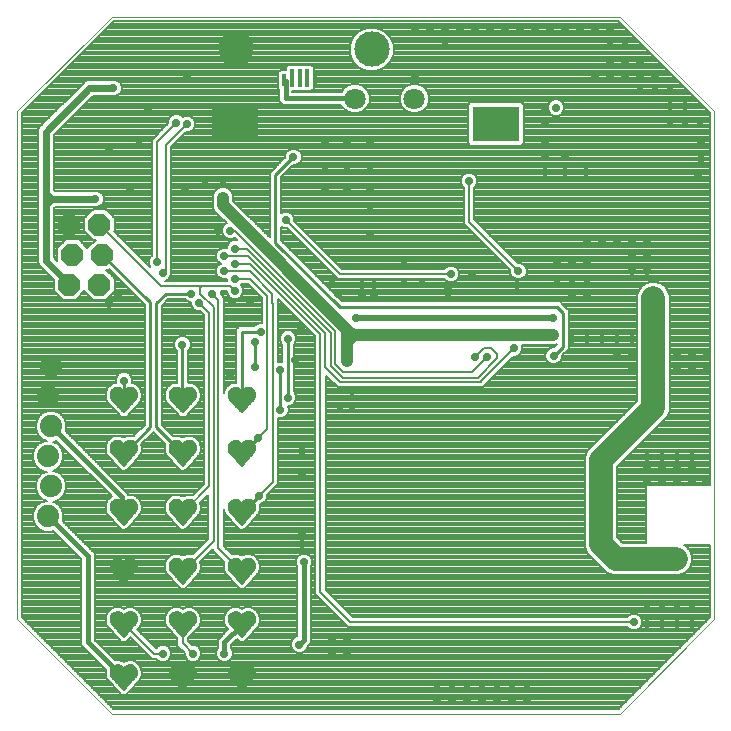
<source format=gbl>
G75*
%MOIN*%
%OFA0B0*%
%FSLAX24Y24*%
%IPPOS*%
%LPD*%
%AMOC8*
5,1,8,0,0,1.08239X$1,22.5*
%
%ADD10C,0.0000*%
%ADD11OC8,0.0740*%
%ADD12C,0.1181*%
%ADD13R,0.1181X0.1181*%
%ADD14C,0.0050*%
%ADD15C,0.0191*%
%ADD16C,0.0740*%
%ADD17C,0.0709*%
%ADD18R,0.0138X0.0433*%
%ADD19R,0.0138X0.0591*%
%ADD20C,0.0280*%
%ADD21C,0.0080*%
%ADD22C,0.0278*%
%ADD23C,0.0160*%
%ADD24C,0.0100*%
%ADD25C,0.0320*%
%ADD26C,0.0400*%
%ADD27C,0.0240*%
%ADD28C,0.0800*%
%ADD29C,0.0200*%
%ADD30C,0.0060*%
D10*
X001579Y003519D02*
X001579Y020448D01*
X004728Y023597D01*
X021657Y023597D01*
X024807Y020448D01*
X024807Y003519D01*
X021657Y000369D01*
X004728Y000369D01*
X001579Y003519D01*
D11*
X003313Y014671D03*
X004313Y014671D03*
X004413Y015671D03*
X003413Y015671D03*
X003313Y016671D03*
X004313Y016671D03*
D12*
X008861Y022506D03*
X013394Y022506D03*
D13*
X017325Y020026D03*
X017719Y020026D03*
X009031Y020026D03*
X008638Y020026D03*
D14*
X008842Y011235D02*
X008859Y011235D01*
X008902Y011230D01*
X008943Y011216D01*
X008980Y011193D01*
X009011Y011163D01*
X009035Y011126D01*
X009059Y011078D01*
X009083Y011126D01*
X009107Y011163D01*
X009138Y011193D01*
X009175Y011216D01*
X009216Y011230D01*
X009259Y011235D01*
X009275Y011235D01*
X009321Y011230D01*
X009363Y011214D01*
X009402Y011189D01*
X009433Y011156D01*
X009453Y011130D01*
X009474Y011094D01*
X009487Y011054D01*
X009492Y011012D01*
X009492Y010957D01*
X009489Y010921D01*
X009479Y010886D01*
X009462Y010853D01*
X009440Y010824D01*
X009059Y010408D01*
X008678Y010824D01*
X008656Y010853D01*
X008639Y010886D01*
X008629Y010921D01*
X008626Y010957D01*
X008626Y011012D01*
X008630Y011054D01*
X008644Y011094D01*
X008665Y011130D01*
X008685Y011156D01*
X008716Y011189D01*
X008754Y011214D01*
X008797Y011230D01*
X008842Y011235D01*
X008824Y011233D02*
X008877Y011233D01*
X008989Y011184D02*
X008712Y011184D01*
X008670Y011136D02*
X009028Y011136D01*
X009054Y011087D02*
X008642Y011087D01*
X008629Y011039D02*
X009489Y011039D01*
X009492Y010990D02*
X008626Y010990D01*
X008627Y010942D02*
X009491Y010942D01*
X009481Y010893D02*
X008637Y010893D01*
X008662Y010845D02*
X009456Y010845D01*
X009415Y010796D02*
X008703Y010796D01*
X008748Y010748D02*
X009370Y010748D01*
X009326Y010699D02*
X008792Y010699D01*
X008836Y010651D02*
X009281Y010651D01*
X009237Y010602D02*
X008881Y010602D01*
X008925Y010554D02*
X009192Y010554D01*
X009148Y010505D02*
X008970Y010505D01*
X009014Y010457D02*
X009104Y010457D01*
X009059Y010408D02*
X009059Y010408D01*
X009064Y011087D02*
X009476Y011087D01*
X009448Y011136D02*
X009090Y011136D01*
X009129Y011184D02*
X009406Y011184D01*
X009293Y011233D02*
X009241Y011233D01*
X007519Y011054D02*
X007523Y011012D01*
X007523Y010957D01*
X007520Y010921D01*
X007510Y010886D01*
X007494Y010853D01*
X007472Y010824D01*
X007090Y010408D01*
X006709Y010824D01*
X006687Y010853D01*
X006671Y010886D01*
X006661Y010921D01*
X006657Y010957D01*
X006657Y011012D01*
X006662Y011054D01*
X006675Y011094D01*
X006697Y011130D01*
X006716Y011156D01*
X006748Y011189D01*
X006786Y011214D01*
X006829Y011230D01*
X006874Y011235D01*
X006890Y011235D01*
X006933Y011230D01*
X006974Y011216D01*
X007011Y011193D01*
X007042Y011163D01*
X007066Y011126D01*
X007090Y011078D01*
X007115Y011126D01*
X007138Y011163D01*
X007169Y011193D01*
X007206Y011216D01*
X007248Y011230D01*
X007291Y011235D01*
X007307Y011235D01*
X007352Y011230D01*
X007395Y011214D01*
X007433Y011189D01*
X007464Y011156D01*
X007484Y011130D01*
X007506Y011094D01*
X007519Y011054D01*
X007521Y011039D02*
X006660Y011039D01*
X006657Y010990D02*
X007523Y010990D01*
X007522Y010942D02*
X006659Y010942D01*
X006669Y010893D02*
X007512Y010893D01*
X007487Y010845D02*
X006693Y010845D01*
X006735Y010796D02*
X007446Y010796D01*
X007402Y010748D02*
X006779Y010748D01*
X006823Y010699D02*
X007357Y010699D01*
X007313Y010651D02*
X006868Y010651D01*
X006912Y010602D02*
X007268Y010602D01*
X007224Y010554D02*
X006957Y010554D01*
X007001Y010505D02*
X007179Y010505D01*
X007135Y010457D02*
X007046Y010457D01*
X007090Y010408D02*
X007091Y010408D01*
X007095Y011087D02*
X007508Y011087D01*
X007480Y011136D02*
X007121Y011136D01*
X007085Y011087D02*
X006673Y011087D01*
X006701Y011136D02*
X007060Y011136D01*
X007020Y011184D02*
X006743Y011184D01*
X006856Y011233D02*
X006909Y011233D01*
X007161Y011184D02*
X007438Y011184D01*
X007325Y011233D02*
X007272Y011233D01*
X005550Y011054D02*
X005555Y011012D01*
X005555Y010957D01*
X005552Y010921D01*
X005542Y010886D01*
X005525Y010853D01*
X005503Y010824D01*
X005122Y010408D01*
X004741Y010824D01*
X004719Y010853D01*
X004702Y010886D01*
X004692Y010921D01*
X004689Y010957D01*
X004689Y011012D01*
X004693Y011054D01*
X004707Y011094D01*
X004728Y011130D01*
X004748Y011156D01*
X004779Y011189D01*
X004817Y011214D01*
X004860Y011230D01*
X004905Y011235D01*
X004921Y011235D01*
X004965Y011230D01*
X005006Y011216D01*
X005043Y011193D01*
X005074Y011163D01*
X005098Y011126D01*
X005122Y011078D01*
X005146Y011126D01*
X005170Y011163D01*
X005201Y011193D01*
X005238Y011216D01*
X005279Y011230D01*
X005322Y011235D01*
X005338Y011235D01*
X005384Y011230D01*
X005426Y011214D01*
X005465Y011189D01*
X005496Y011156D01*
X005516Y011130D01*
X005537Y011094D01*
X005550Y011054D01*
X005552Y011039D02*
X004692Y011039D01*
X004689Y010990D02*
X005555Y010990D01*
X005554Y010942D02*
X004690Y010942D01*
X004700Y010893D02*
X005544Y010893D01*
X005519Y010845D02*
X004725Y010845D01*
X004766Y010796D02*
X005478Y010796D01*
X005433Y010748D02*
X004811Y010748D01*
X004855Y010699D02*
X005389Y010699D01*
X005344Y010651D02*
X004899Y010651D01*
X004944Y010602D02*
X005300Y010602D01*
X005255Y010554D02*
X004988Y010554D01*
X005033Y010505D02*
X005211Y010505D01*
X005167Y010457D02*
X005077Y010457D01*
X005122Y010408D02*
X005122Y010408D01*
X005127Y011087D02*
X005539Y011087D01*
X005511Y011136D02*
X005153Y011136D01*
X005117Y011087D02*
X004705Y011087D01*
X004733Y011136D02*
X005091Y011136D01*
X005052Y011184D02*
X004775Y011184D01*
X004887Y011233D02*
X004940Y011233D01*
X005192Y011184D02*
X005469Y011184D01*
X005356Y011233D02*
X005304Y011233D01*
X005322Y009463D02*
X005338Y009463D01*
X005384Y009458D01*
X005426Y009443D01*
X005465Y009418D01*
X005496Y009385D01*
X005516Y009358D01*
X005537Y009322D01*
X005550Y009282D01*
X005555Y009240D01*
X005555Y009186D01*
X005552Y009149D01*
X005542Y009114D01*
X005525Y009082D01*
X005503Y009053D01*
X005122Y008637D01*
X004741Y009053D01*
X004719Y009082D01*
X004702Y009114D01*
X004692Y009149D01*
X004689Y009186D01*
X004689Y009240D01*
X004693Y009282D01*
X004707Y009322D01*
X004728Y009358D01*
X004748Y009385D01*
X004779Y009418D01*
X004817Y009443D01*
X004860Y009458D01*
X004905Y009463D01*
X004921Y009463D01*
X004965Y009459D01*
X005006Y009444D01*
X005043Y009422D01*
X005074Y009391D01*
X005098Y009355D01*
X005122Y009306D01*
X005146Y009355D01*
X005170Y009391D01*
X005201Y009422D01*
X005238Y009444D01*
X005279Y009459D01*
X005322Y009463D01*
X005228Y009438D02*
X005433Y009438D01*
X005491Y009390D02*
X005169Y009390D01*
X005140Y009341D02*
X005526Y009341D01*
X005547Y009293D02*
X004697Y009293D01*
X004689Y009244D02*
X005555Y009244D01*
X005555Y009196D02*
X004689Y009196D01*
X004693Y009147D02*
X005551Y009147D01*
X005534Y009099D02*
X004710Y009099D01*
X004743Y009050D02*
X005501Y009050D01*
X005457Y009002D02*
X004787Y009002D01*
X004831Y008953D02*
X005412Y008953D01*
X005368Y008905D02*
X004876Y008905D01*
X004920Y008856D02*
X005323Y008856D01*
X005279Y008808D02*
X004965Y008808D01*
X005009Y008759D02*
X005234Y008759D01*
X005190Y008711D02*
X005054Y008711D01*
X005098Y008662D02*
X005146Y008662D01*
X005104Y009341D02*
X004718Y009341D01*
X004753Y009390D02*
X005075Y009390D01*
X005015Y009438D02*
X004811Y009438D01*
X006657Y009240D02*
X006662Y009282D01*
X006675Y009322D01*
X006697Y009358D01*
X006716Y009385D01*
X006748Y009418D01*
X006786Y009443D01*
X006829Y009458D01*
X006874Y009463D01*
X006890Y009463D01*
X006933Y009459D01*
X006974Y009444D01*
X007011Y009422D01*
X007042Y009391D01*
X007066Y009355D01*
X007090Y009306D01*
X007115Y009355D01*
X007138Y009391D01*
X007169Y009422D01*
X007206Y009444D01*
X007248Y009459D01*
X007291Y009463D01*
X007307Y009463D01*
X007352Y009458D01*
X007395Y009443D01*
X007433Y009418D01*
X007464Y009385D01*
X007484Y009358D01*
X007506Y009322D01*
X007519Y009282D01*
X007523Y009240D01*
X007523Y009186D01*
X007520Y009149D01*
X007510Y009114D01*
X007494Y009082D01*
X007472Y009053D01*
X007090Y008637D01*
X006709Y009053D01*
X006687Y009082D01*
X006671Y009114D01*
X006661Y009149D01*
X006657Y009186D01*
X006657Y009240D01*
X006658Y009244D02*
X007523Y009244D01*
X007523Y009196D02*
X006657Y009196D01*
X006661Y009147D02*
X007520Y009147D01*
X007502Y009099D02*
X006678Y009099D01*
X006711Y009050D02*
X007470Y009050D01*
X007425Y009002D02*
X006756Y009002D01*
X006800Y008953D02*
X007381Y008953D01*
X007336Y008905D02*
X006844Y008905D01*
X006889Y008856D02*
X007292Y008856D01*
X007247Y008808D02*
X006933Y008808D01*
X006978Y008759D02*
X007203Y008759D01*
X007159Y008711D02*
X007022Y008711D01*
X007067Y008662D02*
X007114Y008662D01*
X007108Y009341D02*
X007494Y009341D01*
X007515Y009293D02*
X006665Y009293D01*
X006687Y009341D02*
X007073Y009341D01*
X007043Y009390D02*
X006721Y009390D01*
X006779Y009438D02*
X006984Y009438D01*
X007138Y009390D02*
X007459Y009390D01*
X007401Y009438D02*
X007197Y009438D01*
X008630Y009282D02*
X008626Y009240D01*
X008626Y009186D01*
X008629Y009149D01*
X008639Y009114D01*
X008656Y009082D01*
X008678Y009053D01*
X009059Y008637D01*
X009440Y009053D01*
X009462Y009082D01*
X009479Y009114D01*
X009489Y009149D01*
X009492Y009186D01*
X009492Y009240D01*
X009487Y009282D01*
X009474Y009322D01*
X009453Y009358D01*
X009433Y009385D01*
X009402Y009418D01*
X009363Y009443D01*
X009321Y009458D01*
X009275Y009463D01*
X009259Y009463D01*
X009216Y009459D01*
X009175Y009444D01*
X009138Y009422D01*
X009107Y009391D01*
X009083Y009355D01*
X009059Y009306D01*
X009035Y009355D01*
X009011Y009391D01*
X008980Y009422D01*
X008943Y009444D01*
X008902Y009459D01*
X008859Y009463D01*
X008842Y009463D01*
X008797Y009458D01*
X008754Y009443D01*
X008716Y009418D01*
X008685Y009385D01*
X008665Y009358D01*
X008644Y009322D01*
X008630Y009282D01*
X008634Y009293D02*
X009484Y009293D01*
X009492Y009244D02*
X008626Y009244D01*
X008626Y009196D02*
X009492Y009196D01*
X009488Y009147D02*
X008630Y009147D01*
X008647Y009099D02*
X009471Y009099D01*
X009438Y009050D02*
X008680Y009050D01*
X008724Y009002D02*
X009394Y009002D01*
X009349Y008953D02*
X008768Y008953D01*
X008813Y008905D02*
X009305Y008905D01*
X009260Y008856D02*
X008857Y008856D01*
X008902Y008808D02*
X009216Y008808D01*
X009171Y008759D02*
X008946Y008759D01*
X008991Y008711D02*
X009127Y008711D01*
X009083Y008662D02*
X009035Y008662D01*
X009041Y009341D02*
X008655Y009341D01*
X008690Y009390D02*
X009012Y009390D01*
X008952Y009438D02*
X008748Y009438D01*
X009077Y009341D02*
X009463Y009341D01*
X009428Y009390D02*
X009106Y009390D01*
X009165Y009438D02*
X009370Y009438D01*
X009275Y007495D02*
X009259Y007495D01*
X009216Y007490D01*
X009175Y007476D01*
X009138Y007453D01*
X009107Y007423D01*
X009083Y007386D01*
X009059Y007337D01*
X009035Y007386D01*
X009011Y007423D01*
X008980Y007453D01*
X008943Y007476D01*
X008902Y007490D01*
X008859Y007495D01*
X008842Y007495D01*
X008797Y007490D01*
X008754Y007474D01*
X008716Y007449D01*
X008685Y007416D01*
X008665Y007390D01*
X008644Y007354D01*
X008630Y007314D01*
X008626Y007272D01*
X008626Y007217D01*
X008629Y007181D01*
X008639Y007146D01*
X008656Y007113D01*
X008678Y007084D01*
X009059Y006668D01*
X009440Y007084D01*
X009462Y007113D01*
X009479Y007146D01*
X009489Y007181D01*
X009492Y007217D01*
X009492Y007272D01*
X009487Y007314D01*
X009474Y007354D01*
X009453Y007390D01*
X009433Y007416D01*
X009402Y007449D01*
X009363Y007474D01*
X009321Y007490D01*
X009275Y007495D01*
X009400Y007450D02*
X009135Y007450D01*
X009093Y007401D02*
X009444Y007401D01*
X009474Y007353D02*
X009067Y007353D01*
X009051Y007353D02*
X008643Y007353D01*
X008629Y007304D02*
X009488Y007304D01*
X009492Y007256D02*
X008626Y007256D01*
X008627Y007207D02*
X009491Y007207D01*
X009482Y007159D02*
X008635Y007159D01*
X008658Y007110D02*
X009460Y007110D01*
X009420Y007062D02*
X008698Y007062D01*
X008742Y007013D02*
X009375Y007013D01*
X009331Y006965D02*
X008787Y006965D01*
X008831Y006916D02*
X009287Y006916D01*
X009242Y006868D02*
X008876Y006868D01*
X008920Y006819D02*
X009198Y006819D01*
X009153Y006771D02*
X008965Y006771D01*
X009009Y006722D02*
X009109Y006722D01*
X009064Y006674D02*
X009054Y006674D01*
X009025Y007401D02*
X008674Y007401D01*
X008717Y007450D02*
X008983Y007450D01*
X007520Y007304D02*
X006661Y007304D01*
X006662Y007314D02*
X006675Y007354D01*
X006697Y007390D01*
X006716Y007416D01*
X006748Y007449D01*
X006786Y007474D01*
X006829Y007490D01*
X006874Y007495D01*
X006890Y007495D01*
X006933Y007490D01*
X006974Y007476D01*
X007011Y007453D01*
X007042Y007423D01*
X007066Y007386D01*
X007090Y007337D01*
X007115Y007386D01*
X007138Y007423D01*
X007169Y007453D01*
X007206Y007476D01*
X007248Y007490D01*
X007291Y007495D01*
X007307Y007495D01*
X007352Y007490D01*
X007395Y007474D01*
X007433Y007449D01*
X007464Y007416D01*
X007484Y007390D01*
X007506Y007354D01*
X007519Y007314D01*
X007523Y007272D01*
X007523Y007217D01*
X007520Y007181D01*
X007510Y007146D01*
X007494Y007113D01*
X007472Y007084D01*
X007090Y006668D01*
X006709Y007084D01*
X006687Y007113D01*
X006671Y007146D01*
X006661Y007181D01*
X006657Y007217D01*
X006657Y007272D01*
X006662Y007314D01*
X006675Y007353D02*
X007083Y007353D01*
X007098Y007353D02*
X007506Y007353D01*
X007475Y007401D02*
X007125Y007401D01*
X007166Y007450D02*
X007432Y007450D01*
X007523Y007256D02*
X006657Y007256D01*
X006658Y007207D02*
X007523Y007207D01*
X007514Y007159D02*
X006667Y007159D01*
X006689Y007110D02*
X007492Y007110D01*
X007451Y007062D02*
X006729Y007062D01*
X006774Y007013D02*
X007407Y007013D01*
X007362Y006965D02*
X006818Y006965D01*
X006863Y006916D02*
X007318Y006916D01*
X007274Y006868D02*
X006907Y006868D01*
X006952Y006819D02*
X007229Y006819D01*
X007185Y006771D02*
X006996Y006771D01*
X007041Y006722D02*
X007140Y006722D01*
X007096Y006674D02*
X007085Y006674D01*
X007056Y007401D02*
X006705Y007401D01*
X006749Y007450D02*
X007015Y007450D01*
X005551Y007304D02*
X004692Y007304D01*
X004693Y007314D02*
X004707Y007354D01*
X004728Y007390D01*
X004748Y007416D01*
X004779Y007449D01*
X004817Y007474D01*
X004860Y007490D01*
X004905Y007495D01*
X004921Y007495D01*
X004965Y007490D01*
X005006Y007476D01*
X005043Y007453D01*
X005074Y007423D01*
X005098Y007386D01*
X005122Y007337D01*
X005146Y007386D01*
X005170Y007423D01*
X005201Y007453D01*
X005238Y007476D01*
X005279Y007490D01*
X005322Y007495D01*
X005338Y007495D01*
X005384Y007490D01*
X005426Y007474D01*
X005465Y007449D01*
X005496Y007416D01*
X005516Y007390D01*
X005537Y007354D01*
X005550Y007314D01*
X005555Y007272D01*
X005555Y007217D01*
X005552Y007181D01*
X005542Y007146D01*
X005525Y007113D01*
X005503Y007084D01*
X005122Y006668D01*
X004741Y007084D01*
X004719Y007113D01*
X004702Y007146D01*
X004692Y007181D01*
X004689Y007217D01*
X004689Y007272D01*
X004693Y007314D01*
X004706Y007353D02*
X005114Y007353D01*
X005130Y007353D02*
X005537Y007353D01*
X005507Y007401D02*
X005156Y007401D01*
X005198Y007450D02*
X005463Y007450D01*
X005555Y007256D02*
X004689Y007256D01*
X004690Y007207D02*
X005554Y007207D01*
X005545Y007159D02*
X004698Y007159D01*
X004721Y007110D02*
X005523Y007110D01*
X005483Y007062D02*
X004761Y007062D01*
X004805Y007013D02*
X005438Y007013D01*
X005394Y006965D02*
X004850Y006965D01*
X004894Y006916D02*
X005350Y006916D01*
X005305Y006868D02*
X004939Y006868D01*
X004983Y006819D02*
X005261Y006819D01*
X005216Y006771D02*
X005028Y006771D01*
X005072Y006722D02*
X005172Y006722D01*
X005127Y006674D02*
X005117Y006674D01*
X005088Y007401D02*
X004737Y007401D01*
X004780Y007450D02*
X005046Y007450D01*
X004921Y005526D02*
X004965Y005522D01*
X005006Y005507D01*
X005043Y005485D01*
X005074Y005454D01*
X005098Y005418D01*
X005122Y005369D01*
X005146Y005418D01*
X005170Y005454D01*
X005201Y005485D01*
X005238Y005507D01*
X005279Y005522D01*
X005322Y005526D01*
X005338Y005526D01*
X005384Y005521D01*
X005426Y005506D01*
X005465Y005481D01*
X005496Y005448D01*
X005516Y005421D01*
X005537Y005385D01*
X005550Y005345D01*
X005555Y005303D01*
X005555Y005249D01*
X005552Y005212D01*
X005542Y005177D01*
X005525Y005145D01*
X005503Y005116D01*
X005122Y004700D01*
X004741Y005116D01*
X004719Y005145D01*
X004702Y005177D01*
X004692Y005212D01*
X004689Y005249D01*
X004689Y005303D01*
X004693Y005345D01*
X004707Y005385D01*
X004728Y005421D01*
X004748Y005448D01*
X004779Y005481D01*
X004817Y005506D01*
X004860Y005521D01*
X004905Y005526D01*
X004921Y005526D01*
X004999Y005510D02*
X004829Y005510D01*
X004761Y005461D02*
X005066Y005461D01*
X005100Y005413D02*
X004723Y005413D01*
X004700Y005364D02*
X005544Y005364D01*
X005554Y005316D02*
X004690Y005316D01*
X004689Y005267D02*
X005555Y005267D01*
X005552Y005219D02*
X004692Y005219D01*
X004706Y005170D02*
X005538Y005170D01*
X005508Y005122D02*
X004736Y005122D01*
X004779Y005073D02*
X005465Y005073D01*
X005420Y005025D02*
X004824Y005025D01*
X004868Y004976D02*
X005376Y004976D01*
X005331Y004928D02*
X004913Y004928D01*
X004957Y004879D02*
X005287Y004879D01*
X005242Y004831D02*
X005002Y004831D01*
X005046Y004782D02*
X005198Y004782D01*
X005153Y004734D02*
X005090Y004734D01*
X005144Y005413D02*
X005521Y005413D01*
X005483Y005461D02*
X005177Y005461D01*
X005245Y005510D02*
X005415Y005510D01*
X006662Y005345D02*
X006675Y005385D01*
X006697Y005421D01*
X006716Y005448D01*
X006748Y005481D01*
X006786Y005506D01*
X006829Y005521D01*
X006874Y005526D01*
X006890Y005526D01*
X006933Y005522D01*
X006974Y005507D01*
X007011Y005485D01*
X007042Y005454D01*
X007066Y005418D01*
X007090Y005369D01*
X007115Y005418D01*
X007138Y005454D01*
X007169Y005485D01*
X007206Y005507D01*
X007248Y005522D01*
X007291Y005526D01*
X007307Y005526D01*
X007352Y005521D01*
X007395Y005506D01*
X007433Y005481D01*
X007464Y005448D01*
X007484Y005421D01*
X007506Y005385D01*
X007519Y005345D01*
X007523Y005303D01*
X007523Y005249D01*
X007520Y005212D01*
X007510Y005177D01*
X007494Y005145D01*
X007472Y005116D01*
X007090Y004700D01*
X006709Y005116D01*
X006687Y005145D01*
X006671Y005177D01*
X006661Y005212D01*
X006657Y005249D01*
X006657Y005303D01*
X006662Y005345D01*
X006668Y005364D02*
X007513Y005364D01*
X007522Y005316D02*
X006659Y005316D01*
X006657Y005267D02*
X007523Y005267D01*
X007521Y005219D02*
X006660Y005219D01*
X006674Y005170D02*
X007507Y005170D01*
X007477Y005122D02*
X006704Y005122D01*
X006748Y005073D02*
X007433Y005073D01*
X007389Y005025D02*
X006792Y005025D01*
X006837Y004976D02*
X007344Y004976D01*
X007300Y004928D02*
X006881Y004928D01*
X006926Y004879D02*
X007255Y004879D01*
X007211Y004831D02*
X006970Y004831D01*
X007014Y004782D02*
X007166Y004782D01*
X007122Y004734D02*
X007059Y004734D01*
X007068Y005413D02*
X006692Y005413D01*
X006729Y005461D02*
X007035Y005461D01*
X006967Y005510D02*
X006798Y005510D01*
X007112Y005413D02*
X007489Y005413D01*
X007451Y005461D02*
X007146Y005461D01*
X007214Y005510D02*
X007383Y005510D01*
X008630Y005345D02*
X008644Y005385D01*
X008665Y005421D01*
X008685Y005448D01*
X008716Y005481D01*
X008754Y005506D01*
X008797Y005521D01*
X008842Y005526D01*
X008859Y005526D01*
X008902Y005522D01*
X008943Y005507D01*
X008980Y005485D01*
X009011Y005454D01*
X009035Y005418D01*
X009059Y005369D01*
X009083Y005418D01*
X009107Y005454D01*
X009138Y005485D01*
X009175Y005507D01*
X009216Y005522D01*
X009259Y005526D01*
X009275Y005526D01*
X009321Y005521D01*
X009363Y005506D01*
X009402Y005481D01*
X009433Y005448D01*
X009453Y005421D01*
X009474Y005385D01*
X009487Y005345D01*
X009492Y005303D01*
X009492Y005249D01*
X009489Y005212D01*
X009479Y005177D01*
X009462Y005145D01*
X009440Y005116D01*
X009059Y004700D01*
X008678Y005116D01*
X008656Y005145D01*
X008639Y005177D01*
X008629Y005212D01*
X008626Y005249D01*
X008626Y005303D01*
X008630Y005345D01*
X008637Y005364D02*
X009481Y005364D01*
X009491Y005316D02*
X008627Y005316D01*
X008626Y005267D02*
X009492Y005267D01*
X009489Y005219D02*
X008629Y005219D01*
X008643Y005170D02*
X009475Y005170D01*
X009445Y005122D02*
X008673Y005122D01*
X008716Y005073D02*
X009402Y005073D01*
X009357Y005025D02*
X008761Y005025D01*
X008805Y004976D02*
X009313Y004976D01*
X009268Y004928D02*
X008850Y004928D01*
X008894Y004879D02*
X009224Y004879D01*
X009179Y004831D02*
X008939Y004831D01*
X008983Y004782D02*
X009135Y004782D01*
X009090Y004734D02*
X009027Y004734D01*
X009037Y005413D02*
X008660Y005413D01*
X008698Y005461D02*
X009003Y005461D01*
X008936Y005510D02*
X008766Y005510D01*
X009081Y005413D02*
X009458Y005413D01*
X009420Y005461D02*
X009114Y005461D01*
X009182Y005510D02*
X009352Y005510D01*
X009275Y003755D02*
X009259Y003755D01*
X009216Y003750D01*
X009175Y003736D01*
X009138Y003713D01*
X009107Y003682D01*
X009083Y003646D01*
X009059Y003597D01*
X009035Y003646D01*
X009011Y003682D01*
X008980Y003713D01*
X008943Y003736D01*
X008902Y003750D01*
X008859Y003755D01*
X008842Y003755D01*
X008797Y003749D01*
X008754Y003734D01*
X008716Y003709D01*
X008685Y003676D01*
X008665Y003650D01*
X008644Y003614D01*
X008630Y003574D01*
X008626Y003532D01*
X008626Y003477D01*
X008629Y003441D01*
X008639Y003406D01*
X008656Y003373D01*
X008678Y003344D01*
X009059Y002928D01*
X009440Y003344D01*
X009462Y003373D01*
X009479Y003406D01*
X009489Y003441D01*
X009492Y003477D01*
X009492Y003532D01*
X009487Y003574D01*
X009474Y003614D01*
X009453Y003650D01*
X009433Y003676D01*
X009402Y003709D01*
X009363Y003734D01*
X009321Y003749D01*
X009275Y003755D01*
X009392Y003715D02*
X009142Y003715D01*
X009097Y003667D02*
X009440Y003667D01*
X009471Y003618D02*
X009069Y003618D01*
X009048Y003618D02*
X008647Y003618D01*
X008630Y003570D02*
X009488Y003570D01*
X009492Y003521D02*
X008626Y003521D01*
X008626Y003473D02*
X009492Y003473D01*
X009484Y003424D02*
X008634Y003424D01*
X008654Y003376D02*
X009464Y003376D01*
X009425Y003327D02*
X008693Y003327D01*
X008737Y003279D02*
X009381Y003279D01*
X009336Y003230D02*
X008782Y003230D01*
X008826Y003182D02*
X009292Y003182D01*
X009247Y003133D02*
X008871Y003133D01*
X008915Y003085D02*
X009203Y003085D01*
X009158Y003036D02*
X008959Y003036D01*
X009004Y002988D02*
X009114Y002988D01*
X009069Y002939D02*
X009048Y002939D01*
X009021Y003667D02*
X008678Y003667D01*
X008726Y003715D02*
X008976Y003715D01*
X007519Y003570D02*
X006661Y003570D01*
X006662Y003574D02*
X006675Y003614D01*
X006697Y003650D01*
X006716Y003676D01*
X006748Y003709D01*
X006786Y003734D01*
X006829Y003749D01*
X006874Y003755D01*
X006890Y003755D01*
X006933Y003750D01*
X006974Y003736D01*
X007011Y003713D01*
X007042Y003682D01*
X007066Y003646D01*
X007090Y003597D01*
X007115Y003646D01*
X007138Y003682D01*
X007169Y003713D01*
X007206Y003736D01*
X007248Y003750D01*
X007291Y003755D01*
X007307Y003755D01*
X007352Y003749D01*
X007395Y003734D01*
X007433Y003709D01*
X007464Y003676D01*
X007484Y003650D01*
X007506Y003614D01*
X007519Y003574D01*
X007523Y003532D01*
X007523Y003477D01*
X007520Y003441D01*
X007510Y003406D01*
X007494Y003373D01*
X007472Y003344D01*
X007090Y002928D01*
X006709Y003344D01*
X006687Y003373D01*
X006671Y003406D01*
X006661Y003441D01*
X006657Y003477D01*
X006657Y003532D01*
X006662Y003574D01*
X006678Y003618D02*
X007080Y003618D01*
X007101Y003618D02*
X007503Y003618D01*
X007471Y003667D02*
X007128Y003667D01*
X007174Y003715D02*
X007423Y003715D01*
X007523Y003521D02*
X006657Y003521D01*
X006658Y003473D02*
X007523Y003473D01*
X007515Y003424D02*
X006665Y003424D01*
X006686Y003376D02*
X007495Y003376D01*
X007457Y003327D02*
X006724Y003327D01*
X006769Y003279D02*
X007412Y003279D01*
X007368Y003230D02*
X006813Y003230D01*
X006858Y003182D02*
X007323Y003182D01*
X007279Y003133D02*
X006902Y003133D01*
X006947Y003085D02*
X007234Y003085D01*
X007190Y003036D02*
X006991Y003036D01*
X007035Y002988D02*
X007145Y002988D01*
X007101Y002939D02*
X007080Y002939D01*
X007052Y003667D02*
X006710Y003667D01*
X006758Y003715D02*
X007007Y003715D01*
X005551Y003570D02*
X004693Y003570D01*
X004693Y003574D02*
X004707Y003614D01*
X004728Y003650D01*
X004748Y003676D01*
X004779Y003709D01*
X004817Y003734D01*
X004860Y003749D01*
X004905Y003755D01*
X004921Y003755D01*
X004965Y003750D01*
X005006Y003736D01*
X005043Y003713D01*
X005074Y003682D01*
X005098Y003646D01*
X005122Y003597D01*
X005146Y003646D01*
X005170Y003682D01*
X005201Y003713D01*
X005238Y003736D01*
X005279Y003750D01*
X005322Y003755D01*
X005338Y003755D01*
X005384Y003749D01*
X005426Y003734D01*
X005465Y003709D01*
X005496Y003676D01*
X005516Y003650D01*
X005537Y003614D01*
X005550Y003574D01*
X005555Y003532D01*
X005555Y003477D01*
X005552Y003441D01*
X005542Y003406D01*
X005525Y003373D01*
X005503Y003344D01*
X005122Y002928D01*
X004741Y003344D01*
X004719Y003373D01*
X004702Y003406D01*
X004692Y003441D01*
X004689Y003477D01*
X004689Y003532D01*
X004693Y003574D01*
X004710Y003618D02*
X005111Y003618D01*
X005132Y003618D02*
X005534Y003618D01*
X005503Y003667D02*
X005160Y003667D01*
X005205Y003715D02*
X005455Y003715D01*
X005555Y003521D02*
X004689Y003521D01*
X004689Y003473D02*
X005555Y003473D01*
X005547Y003424D02*
X004697Y003424D01*
X004717Y003376D02*
X005527Y003376D01*
X005488Y003327D02*
X004756Y003327D01*
X004800Y003279D02*
X005444Y003279D01*
X005399Y003230D02*
X004845Y003230D01*
X004889Y003182D02*
X005355Y003182D01*
X005310Y003133D02*
X004934Y003133D01*
X004978Y003085D02*
X005266Y003085D01*
X005221Y003036D02*
X005022Y003036D01*
X005067Y002988D02*
X005177Y002988D01*
X005132Y002939D02*
X005111Y002939D01*
X005084Y003667D02*
X004741Y003667D01*
X004789Y003715D02*
X005039Y003715D01*
X004921Y001983D02*
X004965Y001978D01*
X005006Y001964D01*
X005043Y001941D01*
X005074Y001911D01*
X005098Y001874D01*
X005122Y001826D01*
X005146Y001874D01*
X005170Y001911D01*
X005201Y001941D01*
X005238Y001964D01*
X005279Y001978D01*
X005322Y001983D01*
X005338Y001983D01*
X005384Y001978D01*
X005426Y001962D01*
X005465Y001937D01*
X005496Y001904D01*
X005516Y001878D01*
X005537Y001842D01*
X005550Y001802D01*
X005555Y001760D01*
X005555Y001705D01*
X005552Y001669D01*
X005542Y001634D01*
X005525Y001601D01*
X005503Y001572D01*
X005122Y001156D01*
X004741Y001572D01*
X004719Y001601D01*
X004702Y001634D01*
X004692Y001669D01*
X004689Y001705D01*
X004689Y001760D01*
X004693Y001802D01*
X004707Y001842D01*
X004728Y001878D01*
X004748Y001904D01*
X004779Y001937D01*
X004817Y001962D01*
X004860Y001978D01*
X004905Y001983D01*
X004921Y001983D01*
X004990Y001969D02*
X004837Y001969D01*
X004764Y001921D02*
X005064Y001921D01*
X005098Y001872D02*
X004725Y001872D01*
X004701Y001824D02*
X005543Y001824D01*
X005553Y001775D02*
X004690Y001775D01*
X004689Y001727D02*
X005555Y001727D01*
X005552Y001678D02*
X004691Y001678D01*
X004704Y001630D02*
X005540Y001630D01*
X005510Y001581D02*
X004734Y001581D01*
X004777Y001533D02*
X005467Y001533D01*
X005423Y001484D02*
X004821Y001484D01*
X004866Y001436D02*
X005378Y001436D01*
X005334Y001387D02*
X004910Y001387D01*
X004955Y001339D02*
X005289Y001339D01*
X005245Y001290D02*
X004999Y001290D01*
X005043Y001242D02*
X005200Y001242D01*
X005156Y001193D02*
X005088Y001193D01*
X005145Y001872D02*
X005519Y001872D01*
X005480Y001921D02*
X005180Y001921D01*
X005253Y001969D02*
X005407Y001969D01*
X006662Y001802D02*
X006675Y001842D01*
X006697Y001878D01*
X006716Y001904D01*
X006748Y001937D01*
X006786Y001962D01*
X006829Y001978D01*
X006874Y001983D01*
X006890Y001983D01*
X006933Y001978D01*
X006974Y001964D01*
X007011Y001941D01*
X007042Y001911D01*
X007066Y001874D01*
X007090Y001826D01*
X007115Y001874D01*
X007138Y001911D01*
X007169Y001941D01*
X007206Y001964D01*
X007248Y001978D01*
X007291Y001983D01*
X007307Y001983D01*
X007352Y001978D01*
X007395Y001962D01*
X007433Y001937D01*
X007464Y001904D01*
X007484Y001878D01*
X007506Y001842D01*
X007519Y001802D01*
X007523Y001760D01*
X007523Y001705D01*
X007520Y001669D01*
X007510Y001634D01*
X007494Y001601D01*
X007472Y001572D01*
X007090Y001156D01*
X006709Y001572D01*
X006687Y001601D01*
X006671Y001634D01*
X006661Y001669D01*
X006657Y001705D01*
X006657Y001760D01*
X006662Y001802D01*
X006669Y001824D02*
X007512Y001824D01*
X007522Y001775D02*
X006659Y001775D01*
X006657Y001727D02*
X007523Y001727D01*
X007521Y001678D02*
X006660Y001678D01*
X006673Y001630D02*
X007508Y001630D01*
X007479Y001581D02*
X006702Y001581D01*
X006745Y001533D02*
X007436Y001533D01*
X007391Y001484D02*
X006790Y001484D01*
X006834Y001436D02*
X007347Y001436D01*
X007302Y001387D02*
X006879Y001387D01*
X006923Y001339D02*
X007258Y001339D01*
X007213Y001290D02*
X006967Y001290D01*
X007012Y001242D02*
X007169Y001242D01*
X007124Y001193D02*
X007056Y001193D01*
X007067Y001872D02*
X006693Y001872D01*
X006732Y001921D02*
X007032Y001921D01*
X006959Y001969D02*
X006805Y001969D01*
X007114Y001872D02*
X007487Y001872D01*
X007449Y001921D02*
X007149Y001921D01*
X007222Y001969D02*
X007375Y001969D01*
X008630Y001802D02*
X008644Y001842D01*
X008665Y001878D01*
X008685Y001904D01*
X008716Y001937D01*
X008754Y001962D01*
X008797Y001978D01*
X008842Y001983D01*
X008859Y001983D01*
X008902Y001978D01*
X008943Y001964D01*
X008980Y001941D01*
X009011Y001911D01*
X009035Y001874D01*
X009059Y001826D01*
X009083Y001874D01*
X009107Y001911D01*
X009138Y001941D01*
X009175Y001964D01*
X009216Y001978D01*
X009259Y001983D01*
X009275Y001983D01*
X009321Y001978D01*
X009363Y001962D01*
X009402Y001937D01*
X009433Y001904D01*
X009453Y001878D01*
X009474Y001842D01*
X009487Y001802D01*
X009492Y001760D01*
X009492Y001705D01*
X009489Y001669D01*
X009479Y001634D01*
X009462Y001601D01*
X009440Y001572D01*
X009059Y001156D01*
X008678Y001572D01*
X008656Y001601D01*
X008639Y001634D01*
X008629Y001669D01*
X008626Y001705D01*
X008626Y001760D01*
X008630Y001802D01*
X008638Y001824D02*
X009480Y001824D01*
X009490Y001775D02*
X008627Y001775D01*
X008626Y001727D02*
X009492Y001727D01*
X009489Y001678D02*
X008628Y001678D01*
X008641Y001630D02*
X009477Y001630D01*
X009447Y001581D02*
X008671Y001581D01*
X008714Y001533D02*
X009404Y001533D01*
X009360Y001484D02*
X008758Y001484D01*
X008803Y001436D02*
X009315Y001436D01*
X009271Y001387D02*
X008847Y001387D01*
X008892Y001339D02*
X009226Y001339D01*
X009182Y001290D02*
X008936Y001290D01*
X008980Y001242D02*
X009137Y001242D01*
X009093Y001193D02*
X009025Y001193D01*
X009035Y001872D02*
X008662Y001872D01*
X008701Y001921D02*
X009001Y001921D01*
X008927Y001969D02*
X008774Y001969D01*
X009082Y001872D02*
X009456Y001872D01*
X009417Y001921D02*
X009117Y001921D01*
X009190Y001969D02*
X009344Y001969D01*
D15*
X009062Y001553D02*
X009056Y001553D01*
X009062Y001553D02*
X009062Y001547D01*
X009056Y001547D01*
X009056Y001553D01*
X009056Y003325D02*
X009062Y003325D01*
X009062Y003319D01*
X009056Y003319D01*
X009056Y003325D01*
X009056Y005096D02*
X009062Y005096D01*
X009062Y005090D01*
X009056Y005090D01*
X009056Y005096D01*
X007093Y005096D02*
X007087Y005096D01*
X007093Y005096D02*
X007093Y005090D01*
X007087Y005090D01*
X007087Y005096D01*
X007087Y003325D02*
X007093Y003325D01*
X007093Y003319D01*
X007087Y003319D01*
X007087Y003325D01*
X007087Y001553D02*
X007093Y001553D01*
X007093Y001547D01*
X007087Y001547D01*
X007087Y001553D01*
X005125Y001553D02*
X005119Y001553D01*
X005125Y001553D02*
X005125Y001547D01*
X005119Y001547D01*
X005119Y001553D01*
X005119Y003325D02*
X005125Y003325D01*
X005125Y003319D01*
X005119Y003319D01*
X005119Y003325D01*
X005119Y005096D02*
X005125Y005096D01*
X005125Y005090D01*
X005119Y005090D01*
X005119Y005096D01*
X005119Y007065D02*
X005125Y007065D01*
X005125Y007059D01*
X005119Y007059D01*
X005119Y007065D01*
X007087Y007065D02*
X007093Y007065D01*
X007093Y007059D01*
X007087Y007059D01*
X007087Y007065D01*
X009056Y007065D02*
X009062Y007065D01*
X009062Y007059D01*
X009056Y007059D01*
X009056Y007065D01*
X009056Y009033D02*
X009062Y009033D01*
X009062Y009027D01*
X009056Y009027D01*
X009056Y009033D01*
X009056Y010805D02*
X009062Y010805D01*
X009062Y010799D01*
X009056Y010799D01*
X009056Y010805D01*
X007093Y010805D02*
X007087Y010805D01*
X007093Y010805D02*
X007093Y010799D01*
X007087Y010799D01*
X007087Y010805D01*
X007087Y009033D02*
X007093Y009033D01*
X007093Y009027D01*
X007087Y009027D01*
X007087Y009033D01*
X005125Y009033D02*
X005119Y009033D01*
X005125Y009033D02*
X005125Y009027D01*
X005119Y009027D01*
X005119Y009033D01*
X005119Y010805D02*
X005125Y010805D01*
X005125Y010799D01*
X005119Y010799D01*
X005119Y010805D01*
D16*
X002602Y010944D03*
X002702Y011944D03*
X002702Y009944D03*
X002602Y008944D03*
X002702Y007944D03*
X002602Y006944D03*
D17*
X012829Y020869D03*
X014813Y020869D03*
D18*
X011501Y021473D03*
X010477Y021473D03*
D19*
X010733Y021552D03*
X010989Y021552D03*
X011245Y021552D03*
D20*
X011829Y019369D03*
X012579Y019369D03*
X013329Y019369D03*
X013329Y018619D03*
X013329Y017869D03*
X013329Y017119D03*
X012579Y017869D03*
X012579Y018619D03*
X011829Y018619D03*
X011829Y017869D03*
X010779Y018919D03*
X010529Y016819D03*
X008829Y015869D03*
X008479Y015619D03*
X008829Y015369D03*
X008479Y015119D03*
X008829Y014869D03*
X008829Y014469D03*
X008729Y014069D03*
X008079Y014369D03*
X007629Y014069D03*
X007379Y014369D03*
X006429Y015069D03*
X006229Y015419D03*
X004929Y014269D03*
X004629Y014019D03*
X007079Y012669D03*
X005129Y011469D03*
X009329Y014119D03*
X009682Y013094D03*
X010398Y013830D03*
X012279Y014369D03*
X012079Y014869D03*
X013079Y014669D03*
X013479Y014669D03*
X013479Y014269D03*
X013079Y014269D03*
X012879Y013569D03*
X014479Y014694D03*
X015079Y014694D03*
X015929Y014569D03*
X015929Y014219D03*
X016029Y015019D03*
X016729Y015019D03*
X018229Y014669D03*
X018279Y015119D03*
X019579Y015369D03*
X020079Y015369D03*
X020579Y015369D03*
X020579Y014869D03*
X020579Y014369D03*
X020079Y014369D03*
X020079Y014869D03*
X019579Y014869D03*
X019429Y013569D03*
X020079Y012869D03*
X020579Y012869D03*
X021079Y012869D03*
X021579Y012869D03*
X022079Y012869D03*
X022079Y012369D03*
X022079Y011919D03*
X021579Y012369D03*
X022529Y013969D03*
X022779Y014219D03*
X023029Y013969D03*
X022579Y015119D03*
X022579Y015619D03*
X022579Y016119D03*
X022079Y016119D03*
X022079Y015619D03*
X022079Y015119D03*
X021579Y016119D03*
X021079Y016119D03*
X020579Y016119D03*
X020529Y018419D03*
X019829Y018419D03*
X019829Y018969D03*
X019179Y018969D03*
X019179Y019469D03*
X019179Y020019D03*
X019179Y020519D03*
X019531Y020566D03*
X020829Y021619D03*
X021329Y021619D03*
X021829Y021619D03*
X022329Y021619D03*
X022829Y021619D03*
X022829Y021119D03*
X023329Y021119D03*
X023329Y020619D03*
X023829Y020619D03*
X023829Y020119D03*
X024329Y020119D03*
X024379Y019469D03*
X024379Y018869D03*
X024279Y018269D03*
X023329Y020119D03*
X022329Y021119D03*
X022329Y022119D03*
X021829Y022119D03*
X021829Y022619D03*
X021329Y022619D03*
X021329Y023119D03*
X020829Y023119D03*
X020329Y023119D03*
X019829Y023119D03*
X019329Y023119D03*
X018829Y023119D03*
X018329Y023119D03*
X017829Y023119D03*
X017329Y023119D03*
X016829Y023119D03*
X016329Y023119D03*
X015829Y023119D03*
X015829Y022619D03*
X015329Y023119D03*
X014829Y023119D03*
X014829Y021669D03*
X016629Y018119D03*
X019179Y018419D03*
X021329Y022119D03*
X014479Y015319D03*
X013329Y016369D03*
X016829Y012269D03*
X017229Y012269D03*
X018129Y012544D03*
X019454Y012294D03*
X022579Y008919D03*
X022579Y008519D03*
X022579Y008119D03*
X023079Y008119D03*
X023079Y008519D03*
X023079Y008919D03*
X023579Y008919D03*
X023579Y008519D03*
X023579Y008119D03*
X024079Y008119D03*
X024079Y008519D03*
X024529Y008119D03*
X024079Y008919D03*
X024079Y011869D03*
X024554Y011869D03*
X024554Y012369D03*
X024079Y012369D03*
X023579Y012369D03*
X023579Y011869D03*
X023179Y005719D03*
X023529Y005519D03*
X023179Y005319D03*
X023079Y003869D03*
X023579Y003869D03*
X024079Y003869D03*
X024079Y003369D03*
X023579Y003369D03*
X023079Y003369D03*
X022579Y003369D03*
X022129Y003419D03*
X022579Y003869D03*
X018579Y001369D03*
X018579Y000869D03*
X018079Y000869D03*
X018079Y001369D03*
X017579Y001369D03*
X017579Y000869D03*
X017079Y000869D03*
X017079Y001369D03*
X016579Y001369D03*
X016579Y000869D03*
X016079Y000869D03*
X016079Y001369D03*
X015579Y001369D03*
X015579Y000869D03*
X012579Y002369D03*
X012079Y002369D03*
X012079Y002869D03*
X012579Y002869D03*
X010979Y002669D03*
X008479Y002369D03*
X007429Y002369D03*
X006429Y002369D03*
X011129Y005419D03*
X011079Y006019D03*
X011079Y006369D03*
X009622Y007625D03*
X011079Y008369D03*
X011079Y009119D03*
X009588Y009559D03*
X012329Y010619D03*
X012729Y010619D03*
X012729Y011119D03*
X008679Y016469D03*
X008279Y016469D03*
X007179Y017869D03*
X007829Y018169D03*
X008429Y018169D03*
X007229Y020019D03*
X006879Y020069D03*
X005929Y020469D03*
X004779Y021219D03*
X005629Y019319D03*
X004629Y019119D03*
X005329Y017869D03*
X004179Y017519D03*
X007229Y021569D03*
D21*
X003794Y002567D02*
X002728Y002567D01*
X002650Y002645D02*
X003715Y002645D01*
X003709Y002652D02*
X004528Y001833D01*
X004524Y001828D01*
X004524Y001815D01*
X004515Y001789D01*
X004524Y001772D01*
X004524Y001769D01*
X004523Y001764D01*
X004518Y001758D01*
X004520Y001736D01*
X004517Y001710D01*
X004523Y001703D01*
X004515Y001689D01*
X004524Y001658D01*
X004524Y001637D01*
X004528Y001633D01*
X004524Y001621D01*
X004533Y001604D01*
X004534Y001586D01*
X004547Y001575D01*
X004548Y001574D01*
X004548Y001573D01*
X004546Y001556D01*
X004557Y001541D01*
X004562Y001523D01*
X004573Y001517D01*
X004573Y001511D01*
X004587Y001496D01*
X004602Y001466D01*
X004618Y001461D01*
X004650Y001418D01*
X004659Y001417D01*
X004960Y001089D01*
X004960Y001081D01*
X005005Y001040D01*
X005046Y000994D01*
X005055Y000994D01*
X005061Y000988D01*
X005122Y000991D01*
X005183Y000988D01*
X005189Y000994D01*
X005197Y000994D01*
X005239Y001040D01*
X005284Y001081D01*
X005284Y001089D01*
X005585Y001417D01*
X005593Y001418D01*
X005626Y001461D01*
X005642Y001466D01*
X005657Y001496D01*
X005671Y001511D01*
X005671Y001517D01*
X005681Y001523D01*
X005687Y001541D01*
X005698Y001556D01*
X005696Y001573D01*
X005696Y001574D01*
X005697Y001575D01*
X005710Y001586D01*
X005711Y001604D01*
X005720Y001621D01*
X005716Y001633D01*
X005720Y001637D01*
X005720Y001658D01*
X005729Y001689D01*
X005721Y001703D01*
X005726Y001710D01*
X005724Y001736D01*
X005726Y001758D01*
X005720Y001764D01*
X005720Y001769D01*
X005720Y001772D01*
X005729Y001789D01*
X005720Y001815D01*
X005720Y001828D01*
X005713Y001835D01*
X005713Y001837D01*
X005711Y001855D01*
X005714Y001867D01*
X005708Y001877D01*
X005707Y001887D01*
X005697Y001896D01*
X005688Y001911D01*
X005687Y001913D01*
X005689Y001922D01*
X005681Y001933D01*
X005672Y001959D01*
X005663Y001964D01*
X005663Y001968D01*
X005639Y001993D01*
X005623Y002021D01*
X005615Y002023D01*
X005612Y002038D01*
X005592Y002051D01*
X005587Y002058D01*
X005580Y002059D01*
X005571Y002065D01*
X005551Y002086D01*
X005547Y002094D01*
X005541Y002096D01*
X005537Y002101D01*
X005529Y002101D01*
X005501Y002111D01*
X005476Y002127D01*
X005471Y002134D01*
X005465Y002134D01*
X005460Y002138D01*
X005451Y002136D01*
X005422Y002139D01*
X005412Y002143D01*
X005407Y002148D01*
X005398Y002148D01*
X005376Y002156D01*
X005372Y002155D01*
X005331Y002150D01*
X005294Y002154D01*
X005290Y002157D01*
X005265Y002148D01*
X005254Y002148D01*
X005248Y002142D01*
X005243Y002140D01*
X005220Y002138D01*
X005209Y002140D01*
X005202Y002136D01*
X005193Y002135D01*
X005186Y002126D01*
X005167Y002114D01*
X005146Y002107D01*
X005134Y002107D01*
X005128Y002101D01*
X005122Y002099D01*
X005116Y002101D01*
X005109Y002107D01*
X005098Y002107D01*
X005077Y002114D01*
X005058Y002126D01*
X005051Y002135D01*
X005042Y002136D01*
X005034Y002140D01*
X005023Y002138D01*
X005001Y002140D01*
X004996Y002142D01*
X004990Y002148D01*
X004978Y002148D01*
X004954Y002157D01*
X004949Y002154D01*
X004913Y002150D01*
X004872Y002155D01*
X004872Y002155D01*
X004868Y002156D01*
X004846Y002148D01*
X004837Y002148D01*
X004836Y002147D01*
X004149Y002834D01*
X004149Y005710D01*
X004020Y005839D01*
X003084Y006774D01*
X003112Y006842D01*
X003112Y007045D01*
X003035Y007233D01*
X002891Y007376D01*
X002752Y007434D01*
X002804Y007434D01*
X004555Y007434D01*
X004557Y007425D01*
X004556Y007423D01*
X004547Y007407D01*
X004537Y007399D01*
X004535Y007389D01*
X004530Y007379D01*
X004533Y007367D01*
X004531Y007349D01*
X004530Y007347D01*
X004524Y007340D01*
X004524Y007327D01*
X004515Y007301D01*
X004524Y007284D01*
X004524Y007281D01*
X004523Y007276D01*
X004518Y007270D01*
X004520Y007248D01*
X004517Y007221D01*
X004523Y007215D01*
X004515Y007201D01*
X004524Y007170D01*
X004524Y007149D01*
X004528Y007145D01*
X004524Y007133D01*
X004533Y007116D01*
X004534Y007097D01*
X004547Y007087D01*
X004548Y007086D01*
X004548Y007085D01*
X004546Y007068D01*
X004557Y007053D01*
X004562Y007035D01*
X004573Y007029D01*
X004573Y007023D01*
X004587Y007008D01*
X004602Y006978D01*
X004618Y006973D01*
X004650Y006930D01*
X004659Y006929D01*
X004960Y006601D01*
X004960Y006593D01*
X005005Y006551D01*
X005046Y006506D01*
X005055Y006506D01*
X005061Y006500D01*
X005122Y006503D01*
X005183Y006500D01*
X005189Y006506D01*
X005197Y006506D01*
X005239Y006551D01*
X005284Y006593D01*
X005284Y006601D01*
X005585Y006929D01*
X005593Y006930D01*
X005626Y006973D01*
X005642Y006978D01*
X005657Y007008D01*
X005671Y007023D01*
X005671Y007029D01*
X005681Y007035D01*
X005687Y007053D01*
X005698Y007068D01*
X005696Y007085D01*
X005696Y007086D01*
X005697Y007087D01*
X005710Y007097D01*
X005711Y007116D01*
X005720Y007133D01*
X005716Y007145D01*
X005720Y007149D01*
X005720Y007170D01*
X005729Y007201D01*
X005721Y007215D01*
X005726Y007221D01*
X005724Y007248D01*
X005726Y007270D01*
X005720Y007276D01*
X005720Y007281D01*
X005720Y007284D01*
X005729Y007301D01*
X005720Y007327D01*
X005720Y007340D01*
X005713Y007347D01*
X005713Y007349D01*
X005711Y007367D01*
X005714Y007379D01*
X005708Y007389D01*
X005707Y007399D01*
X005697Y007407D01*
X005688Y007423D01*
X005687Y007425D01*
X005689Y007434D01*
X006524Y007434D01*
X006525Y007425D01*
X006524Y007423D01*
X006515Y007407D01*
X006505Y007399D01*
X006504Y007389D01*
X006498Y007379D01*
X006502Y007367D01*
X006500Y007349D01*
X006499Y007347D01*
X006492Y007340D01*
X006492Y007327D01*
X006484Y007301D01*
X006492Y007284D01*
X006492Y007281D01*
X006492Y007276D01*
X006487Y007270D01*
X006489Y007248D01*
X006486Y007221D01*
X006491Y007215D01*
X006483Y007201D01*
X006492Y007170D01*
X006492Y007149D01*
X006496Y007145D01*
X006493Y007133D01*
X006501Y007116D01*
X006503Y007097D01*
X006516Y007087D01*
X006516Y007086D01*
X006517Y007085D01*
X006514Y007068D01*
X006526Y007053D01*
X006531Y007035D01*
X006542Y007029D01*
X006541Y007023D01*
X006555Y007008D01*
X006570Y006978D01*
X006586Y006973D01*
X006619Y006930D01*
X006628Y006929D01*
X006928Y006601D01*
X006929Y006593D01*
X006974Y006551D01*
X007015Y006506D01*
X007023Y006506D01*
X007029Y006500D01*
X007090Y006503D01*
X007152Y006500D01*
X007158Y006506D01*
X007166Y006506D01*
X007207Y006551D01*
X007252Y006593D01*
X007253Y006601D01*
X007553Y006929D01*
X007562Y006930D01*
X007594Y006973D01*
X007611Y006978D01*
X007626Y007008D01*
X007640Y007023D01*
X007639Y007029D01*
X007650Y007035D01*
X007655Y007053D01*
X007667Y007068D01*
X007664Y007085D01*
X007665Y007086D01*
X007665Y007087D01*
X007678Y007097D01*
X007680Y007116D01*
X007688Y007133D01*
X007684Y007145D01*
X007688Y007149D01*
X007688Y007170D01*
X007698Y007201D01*
X007690Y007215D01*
X007695Y007221D01*
X007692Y007248D01*
X007694Y007270D01*
X007689Y007276D01*
X007688Y007281D01*
X007688Y007284D01*
X007697Y007301D01*
X007688Y007327D01*
X007688Y007340D01*
X007682Y007347D01*
X007681Y007349D01*
X007679Y007367D01*
X007682Y007379D01*
X007677Y007389D01*
X007676Y007393D01*
X007945Y007662D01*
X007945Y006203D01*
X007422Y005680D01*
X007420Y005679D01*
X007390Y005683D01*
X007380Y005686D01*
X007375Y005691D01*
X007367Y005691D01*
X007344Y005700D01*
X007341Y005698D01*
X007340Y005698D01*
X007299Y005693D01*
X007263Y005698D01*
X007258Y005700D01*
X007234Y005691D01*
X007222Y005691D01*
X007216Y005685D01*
X007211Y005684D01*
X007189Y005681D01*
X007178Y005684D01*
X007170Y005679D01*
X007161Y005678D01*
X007154Y005669D01*
X007135Y005657D01*
X007114Y005650D01*
X007103Y005650D01*
X007096Y005644D01*
X007090Y005642D01*
X007084Y005644D01*
X007078Y005650D01*
X007067Y005650D01*
X007045Y005657D01*
X007026Y005669D01*
X007019Y005678D01*
X007011Y005679D01*
X007003Y005684D01*
X006992Y005681D01*
X006970Y005684D01*
X006964Y005685D01*
X006958Y005691D01*
X006947Y005691D01*
X006922Y005700D01*
X006918Y005698D01*
X006881Y005693D01*
X006840Y005698D01*
X006837Y005700D01*
X006814Y005691D01*
X006806Y005691D01*
X006801Y005686D01*
X006790Y005683D01*
X006761Y005679D01*
X006753Y005681D01*
X006748Y005678D01*
X006742Y005677D01*
X006736Y005670D01*
X006712Y005654D01*
X006684Y005644D01*
X006675Y005644D01*
X006671Y005639D01*
X006665Y005637D01*
X006662Y005630D01*
X006641Y005608D01*
X006632Y005602D01*
X006625Y005601D01*
X006620Y005594D01*
X006600Y005581D01*
X006597Y005566D01*
X006590Y005564D01*
X006573Y005536D01*
X006550Y005512D01*
X006550Y005507D01*
X006540Y005502D01*
X006532Y005476D01*
X006524Y005466D01*
X006525Y005456D01*
X006524Y005454D01*
X006515Y005439D01*
X006505Y005431D01*
X006504Y005420D01*
X006498Y005411D01*
X006502Y005398D01*
X006500Y005381D01*
X006499Y005378D01*
X006492Y005372D01*
X006492Y005358D01*
X006484Y005333D01*
X006492Y005315D01*
X006492Y005312D01*
X006492Y005308D01*
X006487Y005301D01*
X006489Y005279D01*
X006486Y005253D01*
X006491Y005247D01*
X006483Y005233D01*
X006492Y005201D01*
X006492Y005180D01*
X006496Y005176D01*
X006493Y005165D01*
X006501Y005148D01*
X006503Y005129D01*
X006516Y005118D01*
X006516Y005117D01*
X006517Y005116D01*
X006514Y005099D01*
X006526Y005084D01*
X006531Y005066D01*
X006542Y005060D01*
X006541Y005054D01*
X006555Y005039D01*
X006570Y005010D01*
X006586Y005004D01*
X006619Y004961D01*
X006628Y004960D01*
X006928Y004632D01*
X006929Y004624D01*
X006974Y004583D01*
X007015Y004538D01*
X007023Y004537D01*
X007029Y004532D01*
X007090Y004534D01*
X007152Y004532D01*
X007158Y004537D01*
X007166Y004538D01*
X007207Y004583D01*
X007252Y004624D01*
X007253Y004632D01*
X007553Y004960D01*
X007562Y004961D01*
X007594Y005004D01*
X007611Y005010D01*
X007626Y005039D01*
X007640Y005054D01*
X007639Y005060D01*
X007650Y005066D01*
X007655Y005084D01*
X007667Y005099D01*
X007664Y005116D01*
X007665Y005117D01*
X007665Y005118D01*
X007678Y005129D01*
X007680Y005148D01*
X007688Y005165D01*
X007684Y005176D01*
X007688Y005180D01*
X007688Y005201D01*
X007698Y005233D01*
X007690Y005247D01*
X007695Y005253D01*
X007692Y005279D01*
X007694Y005301D01*
X007689Y005308D01*
X007688Y005312D01*
X007688Y005315D01*
X007697Y005333D01*
X007688Y005358D01*
X007688Y005372D01*
X007682Y005378D01*
X007681Y005381D01*
X007679Y005398D01*
X007682Y005411D01*
X007677Y005420D01*
X007676Y005425D01*
X008099Y005847D01*
X008099Y005799D01*
X008204Y005694D01*
X008473Y005425D01*
X008472Y005420D01*
X008467Y005411D01*
X008470Y005398D01*
X008468Y005381D01*
X008467Y005378D01*
X008461Y005372D01*
X008461Y005358D01*
X008452Y005333D01*
X008461Y005315D01*
X008461Y005312D01*
X008460Y005308D01*
X008455Y005301D01*
X008457Y005279D01*
X008454Y005253D01*
X008460Y005247D01*
X008452Y005233D01*
X008461Y005201D01*
X008461Y005180D01*
X008465Y005176D01*
X008461Y005165D01*
X008470Y005148D01*
X008471Y005129D01*
X008484Y005118D01*
X008485Y005117D01*
X008485Y005116D01*
X008483Y005099D01*
X008494Y005084D01*
X008499Y005066D01*
X008510Y005060D01*
X008510Y005054D01*
X008524Y005039D01*
X008539Y005010D01*
X008555Y005004D01*
X008587Y004961D01*
X008596Y004960D01*
X008897Y004632D01*
X008897Y004624D01*
X008942Y004583D01*
X008983Y004538D01*
X008992Y004537D01*
X008998Y004532D01*
X009059Y004534D01*
X009120Y004532D01*
X009126Y004537D01*
X009134Y004538D01*
X009176Y004583D01*
X009221Y004624D01*
X009221Y004632D01*
X009522Y004960D01*
X009530Y004961D01*
X009563Y005004D01*
X009579Y005010D01*
X009594Y005039D01*
X009608Y005054D01*
X009608Y005060D01*
X009618Y005066D01*
X009624Y005084D01*
X009635Y005099D01*
X009633Y005116D01*
X009633Y005117D01*
X009634Y005118D01*
X009647Y005129D01*
X009648Y005148D01*
X009657Y005165D01*
X009653Y005176D01*
X009657Y005180D01*
X009657Y005201D01*
X009666Y005233D01*
X009658Y005247D01*
X009663Y005253D01*
X009661Y005279D01*
X009663Y005301D01*
X009657Y005308D01*
X009657Y005312D01*
X009657Y005315D01*
X009666Y005333D01*
X009657Y005358D01*
X009657Y005372D01*
X009650Y005378D01*
X009650Y005381D01*
X009648Y005398D01*
X009651Y005411D01*
X009645Y005420D01*
X009644Y005431D01*
X009634Y005439D01*
X009625Y005454D01*
X009624Y005456D01*
X009626Y005466D01*
X009618Y005476D01*
X009609Y005502D01*
X009600Y005507D01*
X009600Y005512D01*
X009576Y005536D01*
X009560Y005564D01*
X009552Y005566D01*
X009549Y005581D01*
X009529Y005594D01*
X009524Y005601D01*
X009517Y005602D01*
X009508Y005608D01*
X009488Y005630D01*
X009484Y005637D01*
X009478Y005639D01*
X009474Y005644D01*
X009466Y005644D01*
X009438Y005654D01*
X009413Y005670D01*
X009408Y005677D01*
X009402Y005678D01*
X009397Y005681D01*
X009388Y005679D01*
X009359Y005683D01*
X009349Y005686D01*
X009344Y005691D01*
X009335Y005691D01*
X009313Y005700D01*
X009309Y005698D01*
X009268Y005693D01*
X009231Y005698D01*
X009227Y005700D01*
X009202Y005691D01*
X009191Y005691D01*
X009185Y005685D01*
X009180Y005684D01*
X009157Y005681D01*
X009146Y005684D01*
X009139Y005679D01*
X009130Y005678D01*
X009123Y005669D01*
X009104Y005657D01*
X009083Y005650D01*
X009071Y005650D01*
X009065Y005644D01*
X009059Y005642D01*
X009053Y005644D01*
X009046Y005650D01*
X009035Y005650D01*
X009014Y005657D01*
X008995Y005669D01*
X008988Y005678D01*
X008979Y005679D01*
X008971Y005684D01*
X008960Y005681D01*
X008938Y005684D01*
X008933Y005685D01*
X008927Y005691D01*
X008915Y005691D01*
X008891Y005700D01*
X008886Y005698D01*
X008850Y005693D01*
X008809Y005698D01*
X008809Y005698D01*
X008805Y005700D01*
X008783Y005691D01*
X008774Y005691D01*
X008769Y005686D01*
X008759Y005683D01*
X008729Y005679D01*
X008727Y005680D01*
X008459Y005948D01*
X008459Y007177D01*
X008461Y007170D01*
X008461Y007149D01*
X008465Y007145D01*
X008461Y007133D01*
X008470Y007116D01*
X008471Y007097D01*
X008484Y007087D01*
X008485Y007086D01*
X008485Y007085D01*
X008483Y007068D01*
X008494Y007053D01*
X008499Y007035D01*
X008510Y007029D01*
X008510Y007023D01*
X008524Y007008D01*
X008539Y006978D01*
X008555Y006973D01*
X008587Y006930D01*
X008596Y006929D01*
X008897Y006601D01*
X008897Y006593D01*
X008942Y006551D01*
X008983Y006506D01*
X008992Y006506D01*
X008998Y006500D01*
X009059Y006503D01*
X009120Y006500D01*
X009126Y006506D01*
X009134Y006506D01*
X009176Y006551D01*
X009221Y006593D01*
X009221Y006601D01*
X009522Y006929D01*
X009530Y006930D01*
X009563Y006973D01*
X009579Y006978D01*
X009594Y007008D01*
X009608Y007023D01*
X009608Y007029D01*
X009618Y007035D01*
X009624Y007053D01*
X009635Y007068D01*
X009633Y007085D01*
X009633Y007086D01*
X009634Y007087D01*
X009647Y007097D01*
X009648Y007116D01*
X009657Y007133D01*
X009653Y007145D01*
X009657Y007149D01*
X009657Y007170D01*
X009666Y007201D01*
X009658Y007215D01*
X009663Y007221D01*
X009661Y007248D01*
X009663Y007270D01*
X009657Y007276D01*
X009657Y007281D01*
X009657Y007284D01*
X009666Y007301D01*
X009657Y007327D01*
X009657Y007340D01*
X009652Y007345D01*
X009678Y007345D01*
X009781Y007388D01*
X009860Y007467D01*
X009902Y007570D01*
X009902Y007651D01*
X010262Y008011D01*
X010262Y010216D01*
X010283Y010208D01*
X010394Y010208D01*
X010497Y010250D01*
X010575Y010329D01*
X010617Y010431D01*
X010617Y010543D01*
X010585Y010621D01*
X010650Y010621D01*
X010752Y010664D01*
X010831Y010742D01*
X010873Y010845D01*
X010873Y010956D01*
X010831Y011058D01*
X010784Y011105D01*
X010784Y012664D01*
X010831Y012711D01*
X010873Y012813D01*
X010873Y012924D01*
X010831Y013027D01*
X010752Y013105D01*
X010650Y013148D01*
X010539Y013148D01*
X010436Y013105D01*
X010358Y013027D01*
X010315Y012924D01*
X010315Y012813D01*
X010358Y012711D01*
X010404Y012664D01*
X010404Y012081D01*
X010394Y012085D01*
X010283Y012085D01*
X010262Y012076D01*
X010262Y014136D01*
X010259Y014139D01*
X010259Y014184D01*
X011499Y012944D01*
X011499Y004344D01*
X012499Y003344D01*
X012604Y003239D01*
X021913Y003239D01*
X021970Y003182D01*
X022073Y003139D01*
X022184Y003139D01*
X022287Y003182D01*
X022366Y003260D01*
X022409Y003363D01*
X022409Y003475D01*
X022366Y003578D01*
X022287Y003656D01*
X022184Y003699D01*
X022073Y003699D01*
X021970Y003656D01*
X021913Y003599D01*
X012753Y003599D01*
X011859Y004493D01*
X011859Y011634D01*
X012254Y011239D01*
X017103Y011239D01*
X017209Y011344D01*
X017209Y011369D01*
X018103Y012264D01*
X018184Y012264D01*
X018287Y012307D01*
X018366Y012385D01*
X018409Y012488D01*
X018409Y012600D01*
X018386Y012654D01*
X019496Y012654D01*
X019572Y012685D01*
X019572Y012681D01*
X019465Y012574D01*
X019398Y012574D01*
X019295Y012531D01*
X019216Y012453D01*
X019174Y012350D01*
X019174Y012238D01*
X019216Y012135D01*
X019295Y012057D01*
X019398Y012014D01*
X019509Y012014D01*
X019612Y012057D01*
X019691Y012135D01*
X019734Y012238D01*
X019734Y012305D01*
X019952Y012524D01*
X019952Y013810D01*
X019841Y013922D01*
X019765Y013998D01*
X019654Y014109D01*
X012404Y014109D01*
X010369Y016145D01*
X010369Y016583D01*
X010370Y016582D01*
X010473Y016539D01*
X010554Y016539D01*
X012254Y014839D01*
X015813Y014839D01*
X015870Y014782D01*
X015973Y014739D01*
X016084Y014739D01*
X016187Y014782D01*
X016266Y014860D01*
X016309Y014963D01*
X016309Y015075D01*
X016266Y015178D01*
X016187Y015256D01*
X016084Y015299D01*
X015973Y015299D01*
X015870Y015256D01*
X015813Y015199D01*
X012403Y015199D01*
X010809Y016793D01*
X010809Y016875D01*
X010766Y016978D01*
X010687Y017056D01*
X010584Y017099D01*
X010473Y017099D01*
X010370Y017056D01*
X010369Y017055D01*
X010369Y018240D01*
X010767Y018639D01*
X010834Y018639D01*
X010937Y018682D01*
X011016Y018760D01*
X011059Y018863D01*
X011059Y018975D01*
X011016Y019078D01*
X010937Y019156D01*
X010834Y019199D01*
X010723Y019199D01*
X010620Y019156D01*
X010541Y019078D01*
X010499Y018975D01*
X010499Y018908D01*
X009989Y018398D01*
X009989Y016240D01*
X008769Y017460D01*
X008769Y017637D01*
X008717Y017761D01*
X008621Y017857D01*
X008496Y017909D01*
X008361Y017909D01*
X008236Y017857D01*
X008140Y017761D01*
X008089Y017637D01*
X008089Y017251D01*
X008140Y017126D01*
X008236Y017031D01*
X008549Y016718D01*
X008520Y016706D01*
X008441Y016628D01*
X008399Y016525D01*
X008399Y016413D01*
X008441Y016310D01*
X008520Y016232D01*
X008623Y016189D01*
X008734Y016189D01*
X008819Y016224D01*
X008901Y016142D01*
X008884Y016149D01*
X008773Y016149D01*
X008670Y016106D01*
X008591Y016028D01*
X008549Y015925D01*
X008549Y015893D01*
X008534Y015899D01*
X008423Y015899D01*
X008320Y015856D01*
X008241Y015778D01*
X008199Y015675D01*
X008199Y015563D01*
X008241Y015460D01*
X008320Y015382D01*
X008350Y015369D01*
X008320Y015356D01*
X008241Y015278D01*
X008199Y015175D01*
X008199Y015063D01*
X008241Y014960D01*
X008320Y014882D01*
X008423Y014839D01*
X008534Y014839D01*
X008549Y014845D01*
X008549Y014813D01*
X006542Y014813D01*
X006508Y014799D02*
X006587Y014832D01*
X006666Y014910D01*
X006709Y015013D01*
X006709Y019244D01*
X007203Y019739D01*
X007284Y019739D01*
X007387Y019782D01*
X007466Y019860D01*
X007509Y019963D01*
X007509Y020075D01*
X007466Y020178D01*
X007387Y020256D01*
X007284Y020299D01*
X007173Y020299D01*
X007082Y020261D01*
X007037Y020306D01*
X006934Y020349D01*
X006823Y020349D01*
X006720Y020306D01*
X006641Y020228D01*
X006599Y020125D01*
X006599Y020043D01*
X006049Y019493D01*
X006049Y015635D01*
X005991Y015578D01*
X005949Y015475D01*
X005949Y015363D01*
X005991Y015261D01*
X004808Y016444D01*
X004823Y016460D01*
X004823Y016883D01*
X004524Y017181D01*
X004102Y017181D01*
X003803Y016883D01*
X003803Y016460D01*
X004102Y016161D01*
X004182Y016161D01*
X003913Y015893D01*
X003624Y016181D01*
X003202Y016181D01*
X002903Y015883D01*
X002903Y015462D01*
X002789Y015577D01*
X002789Y017211D01*
X002836Y017259D01*
X004075Y017259D01*
X004123Y017239D01*
X004234Y017239D01*
X004337Y017282D01*
X004416Y017360D01*
X004459Y017463D01*
X004459Y017575D01*
X004416Y017678D01*
X004337Y017756D01*
X004234Y017799D01*
X004123Y017799D01*
X004075Y017779D01*
X002836Y017779D01*
X002789Y017827D01*
X002789Y019661D01*
X004086Y020959D01*
X004675Y020959D01*
X004723Y020939D01*
X004834Y020939D01*
X004937Y020982D01*
X005016Y021060D01*
X005059Y021163D01*
X005059Y021275D01*
X005016Y021378D01*
X004937Y021456D01*
X004834Y021499D01*
X004723Y021499D01*
X004675Y021479D01*
X003927Y021479D01*
X003831Y021439D01*
X003758Y021366D01*
X002308Y019916D01*
X002269Y019821D01*
X002269Y015417D01*
X002308Y015322D01*
X002381Y015248D01*
X002803Y014827D01*
X002803Y014460D01*
X003102Y014161D01*
X003524Y014161D01*
X003813Y014450D01*
X004102Y014161D01*
X004524Y014161D01*
X004823Y014460D01*
X004823Y014883D01*
X004544Y015161D01*
X004624Y015161D01*
X004640Y015176D01*
X005820Y013996D01*
X005820Y009997D01*
X005441Y009618D01*
X005422Y009620D01*
X005412Y009623D01*
X005407Y009628D01*
X005398Y009628D01*
X005376Y009637D01*
X005372Y009635D01*
X005331Y009630D01*
X005294Y009635D01*
X005290Y009637D01*
X005265Y009628D01*
X005254Y009628D01*
X005248Y009622D01*
X005243Y009621D01*
X005220Y009618D01*
X005209Y009621D01*
X005202Y009616D01*
X005193Y009615D01*
X005186Y009606D01*
X005167Y009594D01*
X005146Y009587D01*
X005134Y009587D01*
X005128Y009581D01*
X005122Y009579D01*
X005116Y009581D01*
X005109Y009587D01*
X005098Y009587D01*
X005077Y009594D01*
X005058Y009606D01*
X005051Y009615D01*
X005042Y009616D01*
X005034Y009621D01*
X005023Y009618D01*
X005001Y009621D01*
X004996Y009622D01*
X004990Y009628D01*
X004978Y009628D01*
X004954Y009637D01*
X004949Y009635D01*
X004913Y009630D01*
X004872Y009635D01*
X004872Y009635D01*
X004868Y009637D01*
X004846Y009628D01*
X004837Y009628D01*
X004832Y009623D01*
X004822Y009620D01*
X004792Y009616D01*
X004784Y009618D01*
X004779Y009615D01*
X004773Y009614D01*
X004768Y009607D01*
X004743Y009591D01*
X004715Y009581D01*
X004707Y009581D01*
X004702Y009576D01*
X004697Y009574D01*
X004693Y009567D01*
X004673Y009545D01*
X004664Y009539D01*
X004657Y009538D01*
X004652Y009531D01*
X004632Y009518D01*
X004629Y009503D01*
X004621Y009501D01*
X004605Y009473D01*
X004581Y009449D01*
X004581Y009444D01*
X004572Y009439D01*
X004563Y009413D01*
X004555Y009403D01*
X004557Y009393D01*
X004556Y009391D01*
X004547Y009376D01*
X004537Y009368D01*
X004535Y009357D01*
X004530Y009348D01*
X004533Y009335D01*
X004531Y009318D01*
X003641Y009318D01*
X003719Y009239D02*
X004519Y009239D01*
X004518Y009238D02*
X004520Y009216D01*
X004517Y009190D01*
X004523Y009184D01*
X004515Y009170D01*
X004524Y009138D01*
X004524Y009117D01*
X004528Y009113D01*
X004524Y009102D01*
X004533Y009085D01*
X004534Y009066D01*
X004547Y009055D01*
X004548Y009054D01*
X004548Y009053D01*
X004546Y009036D01*
X004557Y009021D01*
X004562Y009003D01*
X004573Y008997D01*
X004573Y008991D01*
X004587Y008976D01*
X004602Y008947D01*
X004618Y008941D01*
X004650Y008898D01*
X004659Y008897D01*
X004960Y008569D01*
X004960Y008561D01*
X005005Y008520D01*
X005046Y008475D01*
X005055Y008474D01*
X005061Y008469D01*
X005122Y008471D01*
X005183Y008469D01*
X005189Y008474D01*
X005197Y008475D01*
X005239Y008520D01*
X005284Y008561D01*
X005284Y008569D01*
X005585Y008897D01*
X005593Y008898D01*
X005626Y008941D01*
X005642Y008947D01*
X005657Y008976D01*
X005671Y008991D01*
X005671Y008997D01*
X005681Y009003D01*
X005687Y009021D01*
X005698Y009036D01*
X005696Y009053D01*
X005696Y009054D01*
X005697Y009055D01*
X005710Y009066D01*
X005711Y009085D01*
X005720Y009102D01*
X005716Y009113D01*
X005720Y009117D01*
X005720Y009138D01*
X005729Y009170D01*
X005721Y009184D01*
X005726Y009190D01*
X005724Y009216D01*
X005726Y009238D01*
X005720Y009245D01*
X005720Y009249D01*
X005720Y009252D01*
X005729Y009270D01*
X005720Y009295D01*
X005720Y009309D01*
X005713Y009315D01*
X005713Y009318D01*
X006500Y009318D01*
X006499Y009315D01*
X006492Y009309D01*
X006492Y009295D01*
X006484Y009270D01*
X006492Y009252D01*
X006492Y009249D01*
X006492Y009245D01*
X006487Y009238D01*
X006489Y009216D01*
X006486Y009190D01*
X006491Y009184D01*
X006483Y009170D01*
X006492Y009138D01*
X006492Y009117D01*
X006496Y009113D01*
X006493Y009102D01*
X006501Y009085D01*
X006503Y009066D01*
X006516Y009055D01*
X006516Y009054D01*
X006517Y009053D01*
X006514Y009036D01*
X006526Y009021D01*
X006531Y009003D01*
X006542Y008997D01*
X006541Y008991D01*
X006555Y008976D01*
X006570Y008947D01*
X006586Y008941D01*
X006619Y008898D01*
X006628Y008897D01*
X006928Y008569D01*
X006929Y008561D01*
X006974Y008520D01*
X007015Y008475D01*
X007023Y008474D01*
X007029Y008469D01*
X007090Y008471D01*
X007152Y008469D01*
X007158Y008474D01*
X007166Y008475D01*
X007207Y008520D01*
X007252Y008561D01*
X007253Y008569D01*
X007553Y008897D01*
X007562Y008898D01*
X007594Y008941D01*
X007611Y008947D01*
X007626Y008976D01*
X007640Y008991D01*
X007639Y008997D01*
X007650Y009003D01*
X007655Y009021D01*
X007667Y009036D01*
X007664Y009053D01*
X007665Y009054D01*
X007665Y009055D01*
X007678Y009066D01*
X007680Y009085D01*
X007688Y009102D01*
X007684Y009113D01*
X007688Y009117D01*
X007688Y009138D01*
X007698Y009170D01*
X007690Y009184D01*
X007695Y009190D01*
X007692Y009216D01*
X007694Y009238D01*
X007689Y009245D01*
X007688Y009249D01*
X007688Y009252D01*
X007697Y009270D01*
X007688Y009295D01*
X007688Y009309D01*
X007682Y009315D01*
X007681Y009318D01*
X007799Y009318D01*
X007799Y009396D02*
X007656Y009396D01*
X007656Y009393D02*
X007657Y009403D01*
X007649Y009413D01*
X007641Y009439D01*
X007631Y009444D01*
X007631Y009449D01*
X007608Y009473D01*
X007591Y009501D01*
X007584Y009503D01*
X007581Y009518D01*
X007561Y009531D01*
X007555Y009538D01*
X007549Y009539D01*
X007540Y009545D01*
X007519Y009567D01*
X007515Y009574D01*
X007510Y009576D01*
X007506Y009581D01*
X007497Y009581D01*
X007469Y009591D01*
X007444Y009607D01*
X007439Y009614D01*
X007433Y009615D01*
X007428Y009618D01*
X007420Y009616D01*
X007390Y009620D01*
X007380Y009623D01*
X007375Y009628D01*
X007367Y009628D01*
X007344Y009637D01*
X007341Y009635D01*
X007340Y009635D01*
X007299Y009630D01*
X007263Y009635D01*
X007258Y009637D01*
X007234Y009628D01*
X007222Y009628D01*
X007216Y009622D01*
X007211Y009621D01*
X007189Y009618D01*
X007178Y009621D01*
X007170Y009616D01*
X007161Y009615D01*
X007154Y009606D01*
X007135Y009594D01*
X007114Y009587D01*
X007103Y009587D01*
X007096Y009581D01*
X007090Y009579D01*
X007084Y009581D01*
X007078Y009587D01*
X007067Y009587D01*
X007045Y009594D01*
X007026Y009606D01*
X007019Y009615D01*
X007011Y009616D01*
X007003Y009621D01*
X006992Y009618D01*
X006970Y009621D01*
X006964Y009622D01*
X006958Y009628D01*
X006947Y009628D01*
X006922Y009637D01*
X006918Y009635D01*
X006881Y009630D01*
X006840Y009635D01*
X006837Y009637D01*
X006814Y009628D01*
X006806Y009628D01*
X006801Y009623D01*
X006790Y009620D01*
X006772Y009618D01*
X006391Y009998D01*
X006391Y013963D01*
X006607Y014179D01*
X007173Y014179D01*
X007220Y014132D01*
X007323Y014089D01*
X007349Y014089D01*
X007349Y014013D01*
X007391Y013910D01*
X007470Y013832D01*
X007573Y013789D01*
X007654Y013789D01*
X007799Y013644D01*
X007799Y008025D01*
X007422Y007648D01*
X007420Y007648D01*
X007390Y007651D01*
X007380Y007655D01*
X007375Y007660D01*
X007367Y007660D01*
X007344Y007668D01*
X007341Y007666D01*
X007340Y007666D01*
X007299Y007662D01*
X007263Y007666D01*
X007258Y007668D01*
X007234Y007660D01*
X007222Y007660D01*
X007216Y007654D01*
X007211Y007652D01*
X007189Y007650D01*
X007178Y007652D01*
X007170Y007647D01*
X007161Y007647D01*
X007154Y007638D01*
X007135Y007626D01*
X007114Y007619D01*
X007103Y007619D01*
X007096Y007612D01*
X007090Y007610D01*
X007084Y007612D01*
X007078Y007619D01*
X007067Y007619D01*
X007045Y007626D01*
X007026Y007638D01*
X007019Y007647D01*
X007011Y007647D01*
X007003Y007652D01*
X006992Y007650D01*
X006970Y007652D01*
X006964Y007654D01*
X006958Y007660D01*
X006947Y007660D01*
X006922Y007668D01*
X006918Y007666D01*
X006881Y007662D01*
X006840Y007666D01*
X006837Y007668D01*
X006814Y007660D01*
X006806Y007660D01*
X006801Y007655D01*
X006790Y007651D01*
X006761Y007648D01*
X006753Y007650D01*
X006748Y007646D01*
X006742Y007646D01*
X006736Y007639D01*
X006712Y007623D01*
X006684Y007613D01*
X006675Y007612D01*
X006671Y007608D01*
X006665Y007606D01*
X006662Y007598D01*
X006641Y007577D01*
X006632Y007571D01*
X006625Y007570D01*
X006620Y007563D01*
X006600Y007550D01*
X006597Y007535D01*
X006590Y007533D01*
X006573Y007505D01*
X006550Y007480D01*
X006550Y007475D01*
X006540Y007471D01*
X006532Y007445D01*
X006524Y007434D01*
X006500Y007355D02*
X005712Y007355D01*
X005720Y007277D02*
X006492Y007277D01*
X006484Y007198D02*
X005728Y007198D01*
X005713Y007120D02*
X006499Y007120D01*
X006529Y007041D02*
X005683Y007041D01*
X005618Y006963D02*
X006594Y006963D01*
X006668Y006884D02*
X005544Y006884D01*
X005472Y006806D02*
X006740Y006806D01*
X006812Y006727D02*
X005400Y006727D01*
X005328Y006649D02*
X006884Y006649D01*
X006953Y006570D02*
X005260Y006570D01*
X004984Y006570D02*
X003288Y006570D01*
X003367Y006492D02*
X007945Y006492D01*
X007945Y006570D02*
X007228Y006570D01*
X007297Y006649D02*
X007945Y006649D01*
X007945Y006727D02*
X007369Y006727D01*
X007441Y006806D02*
X007945Y006806D01*
X007945Y006884D02*
X007513Y006884D01*
X007587Y006963D02*
X007945Y006963D01*
X007945Y007041D02*
X007652Y007041D01*
X007682Y007120D02*
X007945Y007120D01*
X007945Y007198D02*
X007697Y007198D01*
X007689Y007277D02*
X007945Y007277D01*
X007945Y007355D02*
X007680Y007355D01*
X007717Y007434D02*
X007945Y007434D01*
X007945Y007512D02*
X007796Y007512D01*
X007874Y007591D02*
X007945Y007591D01*
X007600Y007826D02*
X005132Y007826D01*
X005211Y007748D02*
X007522Y007748D01*
X007443Y007669D02*
X005281Y007669D01*
X005281Y007665D02*
X005281Y007677D01*
X003184Y009774D01*
X003212Y009842D01*
X003212Y010045D01*
X003135Y010233D01*
X002991Y010376D01*
X002804Y010454D01*
X002601Y010454D01*
X002413Y010376D01*
X002270Y010233D01*
X002192Y010045D01*
X002192Y009842D01*
X002270Y009655D01*
X002413Y009511D01*
X002552Y009454D01*
X002501Y009454D01*
X002313Y009376D01*
X002170Y009233D01*
X002092Y009045D01*
X002092Y008842D01*
X002170Y008655D01*
X002313Y008511D01*
X002501Y008434D01*
X002552Y008434D01*
X002413Y008376D01*
X001719Y008376D01*
X001719Y008454D02*
X002451Y008454D01*
X002413Y008376D02*
X002270Y008233D01*
X002192Y008045D01*
X002192Y007842D01*
X002270Y007655D01*
X002413Y007511D01*
X002552Y007454D01*
X002501Y007454D01*
X002313Y007376D01*
X002170Y007233D01*
X002092Y007045D01*
X002092Y006842D01*
X002170Y006655D01*
X002313Y006511D01*
X002501Y006434D01*
X002704Y006434D01*
X002774Y006463D01*
X003709Y005528D01*
X003709Y002652D01*
X003709Y002724D02*
X002571Y002724D01*
X002493Y002802D02*
X003709Y002802D01*
X003709Y002881D02*
X002414Y002881D01*
X002336Y002959D02*
X003709Y002959D01*
X003709Y003038D02*
X002257Y003038D01*
X002179Y003116D02*
X003709Y003116D01*
X003709Y003195D02*
X002100Y003195D01*
X002022Y003273D02*
X003709Y003273D01*
X003709Y003352D02*
X001943Y003352D01*
X001865Y003430D02*
X003709Y003430D01*
X003709Y003509D02*
X001786Y003509D01*
X001719Y003576D02*
X001719Y020390D01*
X004786Y023457D01*
X021599Y023457D01*
X024667Y020390D01*
X024667Y007994D01*
X022529Y007994D01*
X022529Y006059D01*
X021752Y006059D01*
X021571Y006240D01*
X021571Y008598D01*
X023236Y010263D01*
X023319Y010461D01*
X023319Y010676D01*
X023319Y014326D01*
X023236Y014525D01*
X023084Y014677D01*
X022886Y014759D01*
X022671Y014759D01*
X022473Y014677D01*
X022321Y014525D01*
X022239Y014326D01*
X022239Y010793D01*
X020726Y009280D01*
X020726Y009280D01*
X020574Y009128D01*
X020491Y008929D01*
X020491Y005909D01*
X020574Y005710D01*
X020726Y005558D01*
X021071Y005213D01*
X021223Y005061D01*
X021421Y004979D01*
X023636Y004979D01*
X023834Y005061D01*
X023986Y005213D01*
X024069Y005411D01*
X024069Y005626D01*
X023986Y005825D01*
X023834Y005977D01*
X023793Y005994D01*
X024667Y005994D01*
X024667Y003576D01*
X021599Y000509D01*
X004786Y000509D01*
X001719Y003576D01*
X001719Y003587D02*
X003709Y003587D01*
X003709Y003666D02*
X001719Y003666D01*
X001719Y003744D02*
X003709Y003744D01*
X003709Y003823D02*
X001719Y003823D01*
X001719Y003901D02*
X003709Y003901D01*
X003709Y003980D02*
X001719Y003980D01*
X001719Y004058D02*
X003709Y004058D01*
X003709Y004137D02*
X001719Y004137D01*
X001719Y004215D02*
X003709Y004215D01*
X003709Y004294D02*
X001719Y004294D01*
X001719Y004372D02*
X003709Y004372D01*
X003709Y004451D02*
X001719Y004451D01*
X001719Y004529D02*
X003709Y004529D01*
X003709Y004608D02*
X001719Y004608D01*
X001719Y004686D02*
X003709Y004686D01*
X003709Y004765D02*
X001719Y004765D01*
X001719Y004843D02*
X003709Y004843D01*
X003709Y004922D02*
X001719Y004922D01*
X001719Y005000D02*
X003709Y005000D01*
X003709Y005079D02*
X001719Y005079D01*
X001719Y005157D02*
X003709Y005157D01*
X003709Y005236D02*
X001719Y005236D01*
X001719Y005314D02*
X003709Y005314D01*
X003709Y005393D02*
X001719Y005393D01*
X001719Y005471D02*
X003709Y005471D01*
X003686Y005550D02*
X001719Y005550D01*
X001719Y005628D02*
X003608Y005628D01*
X003529Y005707D02*
X001719Y005707D01*
X001719Y005785D02*
X003451Y005785D01*
X003372Y005864D02*
X001719Y005864D01*
X001719Y005942D02*
X003294Y005942D01*
X003215Y006021D02*
X001719Y006021D01*
X001719Y006099D02*
X003137Y006099D01*
X003058Y006178D02*
X001719Y006178D01*
X001719Y006256D02*
X002980Y006256D01*
X002901Y006335D02*
X001719Y006335D01*
X001719Y006413D02*
X002823Y006413D01*
X003210Y006649D02*
X004916Y006649D01*
X004844Y006727D02*
X003131Y006727D01*
X003097Y006806D02*
X004772Y006806D01*
X004700Y006884D02*
X003112Y006884D01*
X003112Y006963D02*
X004625Y006963D01*
X004560Y007041D02*
X003112Y007041D01*
X003081Y007120D02*
X004531Y007120D01*
X004516Y007198D02*
X003049Y007198D01*
X002990Y007277D02*
X004523Y007277D01*
X004532Y007355D02*
X002912Y007355D01*
X002804Y007434D02*
X002991Y007511D01*
X003135Y007655D01*
X003212Y007842D01*
X003212Y008045D01*
X003135Y008233D01*
X002991Y008376D01*
X002804Y008454D01*
X002752Y008454D01*
X002891Y008511D01*
X003035Y008655D01*
X003112Y008842D01*
X003112Y009045D01*
X003035Y009233D01*
X002891Y009376D01*
X002752Y009434D01*
X002804Y009434D01*
X002874Y009463D01*
X004721Y007615D01*
X004715Y007613D01*
X004707Y007612D01*
X004702Y007608D01*
X004697Y007606D01*
X004693Y007598D01*
X004673Y007577D01*
X004664Y007571D01*
X004657Y007570D01*
X004652Y007563D01*
X004632Y007550D01*
X004629Y007535D01*
X004621Y007533D01*
X004605Y007505D01*
X004581Y007480D01*
X004581Y007475D01*
X004572Y007471D01*
X004563Y007445D01*
X004555Y007434D01*
X004609Y007512D02*
X002992Y007512D01*
X003071Y007591D02*
X004686Y007591D01*
X004667Y007669D02*
X003141Y007669D01*
X003173Y007748D02*
X004588Y007748D01*
X004510Y007826D02*
X003206Y007826D01*
X003212Y007905D02*
X004431Y007905D01*
X004353Y007983D02*
X003212Y007983D01*
X003205Y008062D02*
X004274Y008062D01*
X004196Y008140D02*
X003173Y008140D01*
X003140Y008219D02*
X004117Y008219D01*
X004039Y008297D02*
X003070Y008297D01*
X002991Y008376D02*
X003960Y008376D01*
X003882Y008454D02*
X002754Y008454D01*
X002913Y008533D02*
X003803Y008533D01*
X003725Y008611D02*
X002991Y008611D01*
X003049Y008690D02*
X003646Y008690D01*
X003568Y008768D02*
X003082Y008768D01*
X003112Y008847D02*
X003489Y008847D01*
X003411Y008925D02*
X003112Y008925D01*
X003112Y009004D02*
X003332Y009004D01*
X003254Y009082D02*
X003097Y009082D01*
X003064Y009161D02*
X003175Y009161D01*
X003097Y009239D02*
X003028Y009239D01*
X003018Y009318D02*
X002949Y009318D01*
X002940Y009396D02*
X002842Y009396D01*
X003248Y009710D02*
X005533Y009710D01*
X005455Y009632D02*
X005388Y009632D01*
X005372Y009635D02*
X005372Y009635D01*
X005345Y009632D02*
X005318Y009632D01*
X005276Y009632D02*
X004968Y009632D01*
X004926Y009632D02*
X004899Y009632D01*
X004855Y009632D02*
X003327Y009632D01*
X003405Y009553D02*
X004681Y009553D01*
X004606Y009475D02*
X003484Y009475D01*
X003562Y009396D02*
X004556Y009396D01*
X004531Y009318D02*
X004530Y009315D01*
X004524Y009309D01*
X004524Y009295D01*
X004515Y009270D01*
X004524Y009252D01*
X004524Y009249D01*
X004523Y009245D01*
X004518Y009238D01*
X004517Y009161D02*
X003798Y009161D01*
X003876Y009082D02*
X004533Y009082D01*
X004562Y009004D02*
X003955Y009004D01*
X004033Y008925D02*
X004630Y008925D01*
X004705Y008847D02*
X004112Y008847D01*
X004190Y008768D02*
X004777Y008768D01*
X004849Y008690D02*
X004269Y008690D01*
X004347Y008611D02*
X004921Y008611D01*
X004991Y008533D02*
X004426Y008533D01*
X004504Y008454D02*
X007799Y008454D01*
X007799Y008376D02*
X004583Y008376D01*
X004661Y008297D02*
X007799Y008297D01*
X007799Y008219D02*
X004740Y008219D01*
X004818Y008140D02*
X007799Y008140D01*
X007799Y008062D02*
X004897Y008062D01*
X004975Y007983D02*
X007757Y007983D01*
X007679Y007905D02*
X005054Y007905D01*
X005281Y007665D02*
X005290Y007668D01*
X005294Y007666D01*
X005331Y007662D01*
X005372Y007666D01*
X005372Y007666D01*
X005376Y007668D01*
X005398Y007660D01*
X005407Y007660D01*
X005412Y007655D01*
X005422Y007651D01*
X005451Y007648D01*
X005460Y007650D01*
X005465Y007646D01*
X005471Y007646D01*
X005476Y007639D01*
X005501Y007623D01*
X005529Y007613D01*
X005537Y007612D01*
X005541Y007608D01*
X005547Y007606D01*
X005551Y007598D01*
X005571Y007577D01*
X005580Y007571D01*
X005587Y007570D01*
X005592Y007563D01*
X005612Y007550D01*
X005615Y007535D01*
X005623Y007533D01*
X005639Y007505D01*
X005663Y007480D01*
X005663Y007475D01*
X005672Y007471D01*
X005681Y007445D01*
X005689Y007434D01*
X005635Y007512D02*
X006578Y007512D01*
X006655Y007591D02*
X005558Y007591D01*
X005253Y008533D02*
X006959Y008533D01*
X006890Y008611D02*
X005323Y008611D01*
X005395Y008690D02*
X006818Y008690D01*
X006746Y008768D02*
X005467Y008768D01*
X005539Y008847D02*
X006674Y008847D01*
X006598Y008925D02*
X005614Y008925D01*
X005682Y009004D02*
X006531Y009004D01*
X006501Y009082D02*
X005711Y009082D01*
X005727Y009161D02*
X006486Y009161D01*
X006488Y009239D02*
X005725Y009239D01*
X005713Y009318D02*
X005711Y009335D01*
X005714Y009348D01*
X005712Y009351D01*
X006089Y009729D01*
X006106Y009746D01*
X006501Y009351D01*
X006498Y009348D01*
X006502Y009335D01*
X006500Y009318D01*
X006456Y009396D02*
X005757Y009396D01*
X005835Y009475D02*
X006377Y009475D01*
X006299Y009553D02*
X005914Y009553D01*
X005992Y009632D02*
X006220Y009632D01*
X006142Y009710D02*
X006071Y009710D01*
X005769Y009946D02*
X003212Y009946D01*
X003212Y010024D02*
X005820Y010024D01*
X005820Y010103D02*
X003188Y010103D01*
X003156Y010181D02*
X005820Y010181D01*
X005820Y010260D02*
X005210Y010260D01*
X005197Y010246D02*
X005239Y010291D01*
X005284Y010333D01*
X005284Y010341D01*
X005585Y010669D01*
X005593Y010670D01*
X005626Y010713D01*
X005642Y010718D01*
X005657Y010748D01*
X005671Y010763D01*
X005671Y010769D01*
X005681Y010775D01*
X005687Y010793D01*
X005698Y010808D01*
X005696Y010825D01*
X005696Y010826D01*
X005697Y010827D01*
X005710Y010838D01*
X005711Y010856D01*
X005720Y010873D01*
X005716Y010885D01*
X005720Y010889D01*
X005720Y010910D01*
X005729Y010941D01*
X005721Y010955D01*
X005726Y010962D01*
X005724Y010988D01*
X005726Y011010D01*
X005720Y011016D01*
X005720Y011021D01*
X005720Y011024D01*
X005729Y011041D01*
X005720Y011067D01*
X005720Y011080D01*
X005713Y011087D01*
X005713Y011089D01*
X005711Y011107D01*
X005714Y011119D01*
X005708Y011129D01*
X005707Y011139D01*
X005697Y011148D01*
X005688Y011163D01*
X005687Y011165D01*
X005689Y011174D01*
X005681Y011185D01*
X005672Y011211D01*
X005663Y011216D01*
X005663Y011220D01*
X005639Y011245D01*
X005623Y011273D01*
X005615Y011275D01*
X005612Y011290D01*
X005592Y011303D01*
X005587Y011310D01*
X005580Y011311D01*
X005571Y011317D01*
X005551Y011338D01*
X005547Y011346D01*
X005541Y011348D01*
X005537Y011352D01*
X005529Y011353D01*
X005501Y011363D01*
X005476Y011379D01*
X005471Y011386D01*
X005465Y011386D01*
X005460Y011390D01*
X005451Y011388D01*
X005422Y011391D01*
X005412Y011395D01*
X005407Y011400D01*
X005403Y011400D01*
X005409Y011413D01*
X005409Y011525D01*
X005366Y011628D01*
X005287Y011706D01*
X005184Y011749D01*
X005073Y011749D01*
X004970Y011706D01*
X004891Y011628D01*
X004849Y011525D01*
X004849Y011413D01*
X004853Y011403D01*
X004846Y011400D01*
X004837Y011400D01*
X004832Y011395D01*
X004822Y011391D01*
X004792Y011388D01*
X004784Y011390D01*
X004779Y011386D01*
X004773Y011386D01*
X004768Y011379D01*
X004743Y011363D01*
X004715Y011353D01*
X004707Y011352D01*
X004702Y011348D01*
X004697Y011346D01*
X004693Y011338D01*
X004673Y011317D01*
X004664Y011311D01*
X004657Y011310D01*
X004652Y011303D01*
X004632Y011290D01*
X004629Y011275D01*
X004621Y011273D01*
X004605Y011245D01*
X004581Y011220D01*
X004581Y011216D01*
X004572Y011211D01*
X004563Y011185D01*
X004555Y011174D01*
X004557Y011165D01*
X004556Y011163D01*
X004547Y011148D01*
X004537Y011139D01*
X004535Y011129D01*
X004530Y011119D01*
X004533Y011107D01*
X004531Y011089D01*
X004530Y011087D01*
X004524Y011080D01*
X004524Y011067D01*
X004515Y011041D01*
X004524Y011024D01*
X004524Y011021D01*
X004523Y011016D01*
X004518Y011010D01*
X004520Y010988D01*
X004517Y010962D01*
X004523Y010955D01*
X004515Y010941D01*
X004524Y010910D01*
X004524Y010889D01*
X004528Y010885D01*
X004524Y010873D01*
X004533Y010856D01*
X004534Y010838D01*
X004547Y010827D01*
X004548Y010826D01*
X004548Y010825D01*
X004546Y010808D01*
X004557Y010793D01*
X004562Y010775D01*
X004573Y010769D01*
X004573Y010763D01*
X004587Y010748D01*
X004602Y010718D01*
X004618Y010713D01*
X004650Y010670D01*
X004659Y010669D01*
X004960Y010341D01*
X004960Y010333D01*
X005005Y010291D01*
X005046Y010246D01*
X005055Y010246D01*
X005061Y010240D01*
X005122Y010243D01*
X005183Y010240D01*
X005189Y010246D01*
X005197Y010246D01*
X005284Y010338D02*
X005820Y010338D01*
X005820Y010417D02*
X005354Y010417D01*
X005426Y010495D02*
X005820Y010495D01*
X005820Y010574D02*
X005498Y010574D01*
X005570Y010652D02*
X005820Y010652D01*
X005820Y010731D02*
X005649Y010731D01*
X005698Y010809D02*
X005820Y010809D01*
X005820Y010888D02*
X005719Y010888D01*
X005726Y010966D02*
X005820Y010966D01*
X005820Y011045D02*
X005727Y011045D01*
X005711Y011123D02*
X005820Y011123D01*
X005820Y011202D02*
X005675Y011202D01*
X005614Y011280D02*
X005820Y011280D01*
X005820Y011359D02*
X005512Y011359D01*
X005409Y011437D02*
X005820Y011437D01*
X005820Y011516D02*
X005409Y011516D01*
X005380Y011594D02*
X005820Y011594D01*
X005820Y011673D02*
X005321Y011673D01*
X004937Y011673D02*
X001719Y011673D01*
X001719Y011751D02*
X005820Y011751D01*
X005820Y011830D02*
X001719Y011830D01*
X001719Y011908D02*
X005820Y011908D01*
X005820Y011987D02*
X001719Y011987D01*
X001719Y012065D02*
X005820Y012065D01*
X005820Y012144D02*
X001719Y012144D01*
X001719Y012222D02*
X005820Y012222D01*
X005820Y012301D02*
X001719Y012301D01*
X001719Y012379D02*
X005820Y012379D01*
X005820Y012458D02*
X001719Y012458D01*
X001719Y012536D02*
X005820Y012536D01*
X005820Y012615D02*
X001719Y012615D01*
X001719Y012693D02*
X005820Y012693D01*
X005820Y012772D02*
X001719Y012772D01*
X001719Y012850D02*
X005820Y012850D01*
X005820Y012929D02*
X001719Y012929D01*
X001719Y013007D02*
X005820Y013007D01*
X005820Y013086D02*
X001719Y013086D01*
X001719Y013164D02*
X005820Y013164D01*
X005820Y013243D02*
X001719Y013243D01*
X001719Y013321D02*
X005820Y013321D01*
X005820Y013400D02*
X001719Y013400D01*
X001719Y013478D02*
X005820Y013478D01*
X005820Y013557D02*
X001719Y013557D01*
X001719Y013635D02*
X005820Y013635D01*
X005820Y013714D02*
X001719Y013714D01*
X001719Y013792D02*
X005820Y013792D01*
X005820Y013871D02*
X001719Y013871D01*
X001719Y013949D02*
X005820Y013949D01*
X005788Y014028D02*
X001719Y014028D01*
X001719Y014106D02*
X005709Y014106D01*
X005631Y014185D02*
X004548Y014185D01*
X004627Y014263D02*
X005552Y014263D01*
X005474Y014342D02*
X004705Y014342D01*
X004784Y014420D02*
X005395Y014420D01*
X005317Y014499D02*
X004823Y014499D01*
X004823Y014577D02*
X005238Y014577D01*
X005160Y014656D02*
X004823Y014656D01*
X004823Y014734D02*
X005081Y014734D01*
X005003Y014813D02*
X004823Y014813D01*
X004814Y014891D02*
X004924Y014891D01*
X004846Y014970D02*
X004736Y014970D01*
X004767Y015048D02*
X004657Y015048D01*
X004689Y015127D02*
X004579Y015127D01*
X003933Y015912D02*
X003894Y015912D01*
X003815Y015990D02*
X004011Y015990D01*
X004090Y016069D02*
X003737Y016069D01*
X003658Y016147D02*
X004168Y016147D01*
X004037Y016226D02*
X002789Y016226D01*
X002789Y016304D02*
X003959Y016304D01*
X003880Y016383D02*
X002789Y016383D01*
X002789Y016461D02*
X003803Y016461D01*
X003803Y016540D02*
X002789Y016540D01*
X002789Y016618D02*
X003803Y016618D01*
X003803Y016697D02*
X002789Y016697D01*
X002789Y016775D02*
X003803Y016775D01*
X003803Y016854D02*
X002789Y016854D01*
X002789Y016932D02*
X003853Y016932D01*
X003932Y017011D02*
X002789Y017011D01*
X002789Y017089D02*
X004010Y017089D01*
X004089Y017168D02*
X002789Y017168D01*
X002824Y017246D02*
X004105Y017246D01*
X004253Y017246D02*
X006049Y017246D01*
X006049Y017168D02*
X004538Y017168D01*
X004616Y017089D02*
X006049Y017089D01*
X006049Y017011D02*
X004695Y017011D01*
X004773Y016932D02*
X006049Y016932D01*
X006049Y016854D02*
X004823Y016854D01*
X004823Y016775D02*
X006049Y016775D01*
X006049Y016697D02*
X004823Y016697D01*
X004823Y016618D02*
X006049Y016618D01*
X006049Y016540D02*
X004823Y016540D01*
X004823Y016461D02*
X006049Y016461D01*
X006049Y016383D02*
X004869Y016383D01*
X004948Y016304D02*
X006049Y016304D01*
X006049Y016226D02*
X005026Y016226D01*
X005105Y016147D02*
X006049Y016147D01*
X006049Y016069D02*
X005183Y016069D01*
X005262Y015990D02*
X006049Y015990D01*
X006049Y015912D02*
X005340Y015912D01*
X005419Y015833D02*
X006049Y015833D01*
X006049Y015755D02*
X005497Y015755D01*
X005576Y015676D02*
X006049Y015676D01*
X006012Y015598D02*
X005654Y015598D01*
X005733Y015519D02*
X005967Y015519D01*
X005949Y015441D02*
X005811Y015441D01*
X005890Y015362D02*
X005949Y015362D01*
X005968Y015284D02*
X005981Y015284D01*
X006229Y015419D02*
X006229Y019419D01*
X006879Y020069D01*
X006599Y020072D02*
X003200Y020072D01*
X003121Y019994D02*
X006549Y019994D01*
X006471Y019915D02*
X003043Y019915D01*
X002964Y019837D02*
X006392Y019837D01*
X006314Y019758D02*
X002886Y019758D01*
X002807Y019680D02*
X006235Y019680D01*
X006157Y019601D02*
X002789Y019601D01*
X002789Y019523D02*
X006078Y019523D01*
X006049Y019444D02*
X002789Y019444D01*
X002789Y019366D02*
X006049Y019366D01*
X006049Y019287D02*
X002789Y019287D01*
X002789Y019209D02*
X006049Y019209D01*
X006049Y019130D02*
X002789Y019130D01*
X002789Y019052D02*
X006049Y019052D01*
X006049Y018973D02*
X002789Y018973D01*
X002789Y018895D02*
X006049Y018895D01*
X006049Y018816D02*
X002789Y018816D01*
X002789Y018738D02*
X006049Y018738D01*
X006049Y018659D02*
X002789Y018659D01*
X002789Y018581D02*
X006049Y018581D01*
X006049Y018502D02*
X002789Y018502D01*
X002789Y018424D02*
X006049Y018424D01*
X006049Y018345D02*
X002789Y018345D01*
X002789Y018267D02*
X006049Y018267D01*
X006049Y018188D02*
X002789Y018188D01*
X002789Y018110D02*
X006049Y018110D01*
X006049Y018031D02*
X002789Y018031D01*
X002789Y017953D02*
X006049Y017953D01*
X006049Y017874D02*
X002789Y017874D01*
X002819Y017796D02*
X004116Y017796D01*
X004241Y017796D02*
X006049Y017796D01*
X006049Y017717D02*
X004376Y017717D01*
X004432Y017639D02*
X006049Y017639D01*
X006049Y017560D02*
X004459Y017560D01*
X004459Y017482D02*
X006049Y017482D01*
X006049Y017403D02*
X004434Y017403D01*
X004381Y017325D02*
X006049Y017325D01*
X006709Y017325D02*
X008089Y017325D01*
X008089Y017403D02*
X006709Y017403D01*
X006709Y017482D02*
X008089Y017482D01*
X008089Y017560D02*
X006709Y017560D01*
X006709Y017639D02*
X008090Y017639D01*
X008122Y017717D02*
X006709Y017717D01*
X006709Y017796D02*
X008175Y017796D01*
X008278Y017874D02*
X006709Y017874D01*
X006709Y017953D02*
X009989Y017953D01*
X009989Y018031D02*
X006709Y018031D01*
X006709Y018110D02*
X009989Y018110D01*
X009989Y018188D02*
X006709Y018188D01*
X006709Y018267D02*
X009989Y018267D01*
X009989Y018345D02*
X006709Y018345D01*
X006709Y018424D02*
X010015Y018424D01*
X010093Y018502D02*
X006709Y018502D01*
X006709Y018581D02*
X010172Y018581D01*
X010250Y018659D02*
X006709Y018659D01*
X006709Y018738D02*
X010329Y018738D01*
X010407Y018816D02*
X006709Y018816D01*
X006709Y018895D02*
X010486Y018895D01*
X010499Y018973D02*
X006709Y018973D01*
X006709Y019052D02*
X010531Y019052D01*
X010594Y019130D02*
X006709Y019130D01*
X006709Y019209D02*
X024667Y019209D01*
X024667Y019287D02*
X006752Y019287D01*
X006830Y019366D02*
X016606Y019366D01*
X016594Y019377D02*
X016677Y019295D01*
X017974Y019295D01*
X018367Y019295D01*
X018449Y019377D01*
X018449Y020674D01*
X018367Y020756D01*
X016677Y020756D01*
X016594Y020674D01*
X016594Y019377D01*
X016594Y019444D02*
X006909Y019444D01*
X006987Y019523D02*
X016594Y019523D01*
X016594Y019601D02*
X007066Y019601D01*
X007144Y019680D02*
X016594Y019680D01*
X016594Y019758D02*
X007332Y019758D01*
X007443Y019837D02*
X016594Y019837D01*
X016594Y019915D02*
X007489Y019915D01*
X007509Y019994D02*
X016594Y019994D01*
X016594Y020072D02*
X007509Y020072D01*
X007477Y020151D02*
X016594Y020151D01*
X016594Y020229D02*
X007414Y020229D01*
X007229Y020019D02*
X006529Y019319D01*
X006529Y015169D01*
X006429Y015069D01*
X006691Y014970D02*
X008237Y014970D01*
X008205Y015048D02*
X006709Y015048D01*
X006709Y015127D02*
X008199Y015127D01*
X008211Y015205D02*
X006709Y015205D01*
X006709Y015284D02*
X008248Y015284D01*
X008335Y015362D02*
X006709Y015362D01*
X006709Y015441D02*
X008261Y015441D01*
X008217Y015519D02*
X006709Y015519D01*
X006709Y015598D02*
X008199Y015598D01*
X008199Y015676D02*
X006709Y015676D01*
X006709Y015755D02*
X008232Y015755D01*
X008297Y015833D02*
X006709Y015833D01*
X006709Y015912D02*
X008549Y015912D01*
X008576Y015990D02*
X006709Y015990D01*
X006709Y016069D02*
X008633Y016069D01*
X008769Y016147D02*
X006709Y016147D01*
X006709Y016226D02*
X008533Y016226D01*
X008447Y016304D02*
X006709Y016304D01*
X006709Y016383D02*
X008411Y016383D01*
X008399Y016461D02*
X006709Y016461D01*
X006709Y016540D02*
X008405Y016540D01*
X008437Y016618D02*
X006709Y016618D01*
X006709Y016697D02*
X008511Y016697D01*
X008491Y016775D02*
X006709Y016775D01*
X006709Y016854D02*
X008413Y016854D01*
X008334Y016932D02*
X006709Y016932D01*
X006709Y017011D02*
X008256Y017011D01*
X008177Y017089D02*
X006709Y017089D01*
X006709Y017168D02*
X008123Y017168D01*
X008091Y017246D02*
X006709Y017246D01*
X008479Y015619D02*
X009279Y015619D01*
X011829Y013069D01*
X011829Y011919D01*
X012329Y011419D01*
X017029Y011419D01*
X017029Y011444D01*
X018129Y012544D01*
X018409Y012536D02*
X019307Y012536D01*
X019222Y012458D02*
X018396Y012458D01*
X018360Y012379D02*
X019186Y012379D01*
X019174Y012301D02*
X018274Y012301D01*
X018062Y012222D02*
X019180Y012222D01*
X019213Y012144D02*
X017983Y012144D01*
X017905Y012065D02*
X019286Y012065D01*
X019621Y012065D02*
X022239Y012065D01*
X022239Y011987D02*
X017826Y011987D01*
X017748Y011908D02*
X022239Y011908D01*
X022239Y011830D02*
X017669Y011830D01*
X017591Y011751D02*
X022239Y011751D01*
X022239Y011673D02*
X017512Y011673D01*
X017434Y011594D02*
X022239Y011594D01*
X022239Y011516D02*
X017355Y011516D01*
X017277Y011437D02*
X022239Y011437D01*
X022239Y011359D02*
X017209Y011359D01*
X017145Y011280D02*
X022239Y011280D01*
X022239Y011202D02*
X011859Y011202D01*
X011859Y011280D02*
X012212Y011280D01*
X012134Y011359D02*
X011859Y011359D01*
X011859Y011437D02*
X012055Y011437D01*
X011977Y011516D02*
X011859Y011516D01*
X011859Y011594D02*
X011898Y011594D01*
X012029Y011969D02*
X012429Y011569D01*
X016929Y011569D01*
X017579Y012219D01*
X017579Y012369D01*
X017379Y012569D01*
X017129Y012569D01*
X016829Y012269D01*
X017229Y012269D02*
X016729Y011769D01*
X012429Y011769D01*
X012179Y012019D01*
X012179Y013119D01*
X008829Y016469D01*
X008679Y016469D01*
X008888Y016147D02*
X008895Y016147D01*
X008829Y015869D02*
X009229Y015869D01*
X012029Y013069D01*
X012029Y011969D01*
X011499Y011987D02*
X010784Y011987D01*
X010784Y012065D02*
X011499Y012065D01*
X011499Y012144D02*
X010784Y012144D01*
X010784Y012222D02*
X011499Y012222D01*
X011499Y012301D02*
X010784Y012301D01*
X010784Y012379D02*
X011499Y012379D01*
X011499Y012458D02*
X010784Y012458D01*
X010784Y012536D02*
X011499Y012536D01*
X011499Y012615D02*
X010784Y012615D01*
X010814Y012693D02*
X011499Y012693D01*
X011499Y012772D02*
X010856Y012772D01*
X010873Y012850D02*
X011499Y012850D01*
X011499Y012929D02*
X010872Y012929D01*
X010839Y013007D02*
X011435Y013007D01*
X011357Y013086D02*
X010772Y013086D01*
X010417Y013086D02*
X010262Y013086D01*
X010262Y013164D02*
X011278Y013164D01*
X011200Y013243D02*
X010262Y013243D01*
X010262Y013321D02*
X011121Y013321D01*
X011043Y013400D02*
X010262Y013400D01*
X010262Y013478D02*
X010964Y013478D01*
X010886Y013557D02*
X010262Y013557D01*
X010262Y013635D02*
X010807Y013635D01*
X010729Y013714D02*
X010262Y013714D01*
X010262Y013792D02*
X010650Y013792D01*
X010572Y013871D02*
X010262Y013871D01*
X010262Y013949D02*
X010493Y013949D01*
X010415Y014028D02*
X010262Y014028D01*
X010262Y014106D02*
X010336Y014106D01*
X010082Y014061D02*
X010079Y014065D01*
X010079Y014369D01*
X009329Y015119D01*
X008479Y015119D01*
X008310Y014891D02*
X006647Y014891D01*
X006508Y014799D02*
X008555Y014799D01*
X008549Y014813D01*
X008679Y014619D02*
X008829Y014469D01*
X008679Y014619D02*
X007729Y014619D01*
X007679Y014569D01*
X007629Y014619D01*
X007679Y014619D01*
X007729Y014619D01*
X007679Y014619D02*
X007679Y014569D01*
X007679Y014369D01*
X008125Y013922D01*
X008125Y006128D01*
X007090Y005093D01*
X006807Y004765D02*
X004149Y004765D01*
X004149Y004843D02*
X006735Y004843D01*
X006663Y004922D02*
X004149Y004922D01*
X004149Y005000D02*
X006589Y005000D01*
X006527Y005079D02*
X004149Y005079D01*
X004149Y005157D02*
X006496Y005157D01*
X006485Y005236D02*
X004149Y005236D01*
X004149Y005314D02*
X006492Y005314D01*
X006501Y005393D02*
X004149Y005393D01*
X004149Y005471D02*
X006528Y005471D01*
X006581Y005550D02*
X004149Y005550D01*
X004149Y005628D02*
X006660Y005628D01*
X006840Y005698D02*
X006840Y005698D01*
X007449Y005707D02*
X004149Y005707D01*
X004073Y005785D02*
X007528Y005785D01*
X007606Y005864D02*
X003995Y005864D01*
X003916Y005942D02*
X007685Y005942D01*
X007763Y006021D02*
X003838Y006021D01*
X003759Y006099D02*
X007842Y006099D01*
X007920Y006178D02*
X003681Y006178D01*
X003602Y006256D02*
X007945Y006256D01*
X007945Y006335D02*
X003524Y006335D01*
X003445Y006413D02*
X007945Y006413D01*
X008459Y006413D02*
X011499Y006413D01*
X011499Y006335D02*
X008459Y006335D01*
X008459Y006256D02*
X011499Y006256D01*
X011499Y006178D02*
X008459Y006178D01*
X008459Y006099D02*
X011499Y006099D01*
X011499Y006021D02*
X008459Y006021D01*
X008464Y005942D02*
X011499Y005942D01*
X011499Y005864D02*
X008543Y005864D01*
X008621Y005785D02*
X011499Y005785D01*
X011499Y005707D02*
X008700Y005707D01*
X008426Y005471D02*
X007723Y005471D01*
X007680Y005393D02*
X008470Y005393D01*
X008461Y005314D02*
X007688Y005314D01*
X007696Y005236D02*
X008454Y005236D01*
X008465Y005157D02*
X007685Y005157D01*
X007654Y005079D02*
X008496Y005079D01*
X008558Y005000D02*
X007591Y005000D01*
X007518Y004922D02*
X008631Y004922D01*
X008703Y004843D02*
X007446Y004843D01*
X007374Y004765D02*
X008775Y004765D01*
X008847Y004686D02*
X007302Y004686D01*
X007235Y004608D02*
X008915Y004608D01*
X009203Y004608D02*
X010909Y004608D01*
X010909Y004686D02*
X009271Y004686D01*
X009343Y004765D02*
X010909Y004765D01*
X010909Y004843D02*
X009415Y004843D01*
X009487Y004922D02*
X010909Y004922D01*
X010909Y005000D02*
X009560Y005000D01*
X009622Y005079D02*
X010909Y005079D01*
X010909Y005157D02*
X009653Y005157D01*
X009664Y005236D02*
X010909Y005236D01*
X010909Y005243D02*
X010909Y002943D01*
X010820Y002906D01*
X010741Y002828D01*
X010699Y002725D01*
X010699Y002613D01*
X010741Y002510D01*
X010820Y002432D01*
X010923Y002389D01*
X011034Y002389D01*
X011137Y002432D01*
X011216Y002510D01*
X011259Y002613D01*
X011259Y002638D01*
X011349Y002728D01*
X011349Y005243D01*
X011366Y005260D01*
X011409Y005363D01*
X011409Y005475D01*
X011366Y005578D01*
X011287Y005656D01*
X011184Y005699D01*
X011073Y005699D01*
X010970Y005656D01*
X010891Y005578D01*
X010849Y005475D01*
X010849Y005363D01*
X010891Y005260D01*
X010909Y005243D01*
X010869Y005314D02*
X009657Y005314D01*
X009648Y005393D02*
X010849Y005393D01*
X010849Y005471D02*
X009621Y005471D01*
X009568Y005550D02*
X010880Y005550D01*
X010942Y005628D02*
X009489Y005628D01*
X009309Y005698D02*
X009309Y005698D01*
X009059Y005093D02*
X008279Y005874D01*
X008279Y014169D01*
X008079Y014369D01*
X008359Y014343D02*
X008459Y014243D01*
X008459Y011060D01*
X008461Y011067D01*
X008461Y011080D01*
X008467Y011087D01*
X008468Y011089D01*
X008470Y011107D01*
X008467Y011119D01*
X008472Y011129D01*
X008474Y011139D01*
X008484Y011148D01*
X008493Y011163D01*
X008494Y011165D01*
X008492Y011174D01*
X008500Y011185D01*
X008509Y011211D01*
X008518Y011216D01*
X008518Y011220D01*
X008542Y011245D01*
X008558Y011273D01*
X008566Y011275D01*
X008569Y011290D01*
X008589Y011303D01*
X008594Y011310D01*
X008601Y011311D01*
X008610Y011317D01*
X008630Y011338D01*
X008634Y011346D01*
X008639Y011348D01*
X008644Y011352D01*
X008652Y011353D01*
X008680Y011363D01*
X008705Y011379D01*
X008710Y011386D01*
X008716Y011386D01*
X008721Y011390D01*
X008729Y011388D01*
X008759Y011391D01*
X008769Y011395D01*
X008774Y011400D01*
X008783Y011400D01*
X008805Y011408D01*
X008809Y011407D01*
X008809Y011407D01*
X008850Y011402D01*
X008869Y011404D01*
X008869Y013021D01*
X008868Y013022D01*
X008869Y013100D01*
X008869Y013178D01*
X008870Y013179D01*
X008870Y013180D01*
X008925Y013234D01*
X008980Y013289D01*
X008981Y013289D01*
X008982Y013290D01*
X009060Y013289D01*
X009138Y013289D01*
X009138Y013289D01*
X009478Y013286D01*
X009524Y013331D01*
X009627Y013374D01*
X009720Y013374D01*
X009720Y014223D01*
X009254Y014689D01*
X009045Y014689D01*
X009025Y014669D01*
X009066Y014628D01*
X009109Y014525D01*
X009109Y014413D01*
X009066Y014310D01*
X008987Y014232D01*
X008884Y014189D01*
X008773Y014189D01*
X008670Y014232D01*
X008591Y014310D01*
X008549Y014413D01*
X008549Y014439D01*
X008353Y014439D01*
X008359Y014425D01*
X008359Y014343D01*
X008360Y014342D02*
X008578Y014342D01*
X008549Y014420D02*
X008359Y014420D01*
X008439Y014263D02*
X008638Y014263D01*
X008459Y014185D02*
X009720Y014185D01*
X009720Y014106D02*
X008459Y014106D01*
X008459Y014028D02*
X009720Y014028D01*
X009720Y013949D02*
X008459Y013949D01*
X008459Y013871D02*
X009720Y013871D01*
X009720Y013792D02*
X008459Y013792D01*
X008459Y013714D02*
X009720Y013714D01*
X009720Y013635D02*
X008459Y013635D01*
X008459Y013557D02*
X009720Y013557D01*
X009720Y013478D02*
X008459Y013478D01*
X008459Y013400D02*
X009720Y013400D01*
X009514Y013321D02*
X008459Y013321D01*
X008459Y013243D02*
X008934Y013243D01*
X008869Y013164D02*
X008459Y013164D01*
X008459Y013086D02*
X008869Y013086D01*
X008869Y013007D02*
X008459Y013007D01*
X008459Y012929D02*
X008869Y012929D01*
X008869Y012850D02*
X008459Y012850D01*
X008459Y012772D02*
X008869Y012772D01*
X008869Y012693D02*
X008459Y012693D01*
X008459Y012615D02*
X008869Y012615D01*
X008869Y012536D02*
X008459Y012536D01*
X008459Y012458D02*
X008869Y012458D01*
X008869Y012379D02*
X008459Y012379D01*
X008459Y012301D02*
X008869Y012301D01*
X008869Y012222D02*
X008459Y012222D01*
X008459Y012144D02*
X008869Y012144D01*
X008869Y012065D02*
X008459Y012065D01*
X008459Y011987D02*
X008869Y011987D01*
X008869Y011908D02*
X008459Y011908D01*
X008459Y011830D02*
X008869Y011830D01*
X008869Y011751D02*
X008459Y011751D01*
X008459Y011673D02*
X008869Y011673D01*
X008869Y011594D02*
X008459Y011594D01*
X008459Y011516D02*
X008869Y011516D01*
X008869Y011437D02*
X008459Y011437D01*
X008459Y011359D02*
X008669Y011359D01*
X008567Y011280D02*
X008459Y011280D01*
X008459Y011202D02*
X008506Y011202D01*
X008469Y011123D02*
X008459Y011123D01*
X007799Y011123D02*
X007680Y011123D01*
X007682Y011119D02*
X007677Y011129D01*
X007676Y011139D01*
X007666Y011148D01*
X007657Y011163D01*
X007656Y011165D01*
X007657Y011174D01*
X007649Y011185D01*
X007641Y011211D01*
X007631Y011216D01*
X007631Y011220D01*
X007608Y011245D01*
X007591Y011273D01*
X007584Y011275D01*
X007581Y011290D01*
X007561Y011303D01*
X007555Y011310D01*
X007549Y011311D01*
X007540Y011317D01*
X007519Y011338D01*
X007515Y011346D01*
X007510Y011348D01*
X007506Y011352D01*
X007497Y011353D01*
X007469Y011363D01*
X007444Y011379D01*
X007439Y011386D01*
X007433Y011386D01*
X007428Y011390D01*
X007420Y011388D01*
X007390Y011391D01*
X007380Y011395D01*
X007375Y011400D01*
X007367Y011400D01*
X007344Y011408D01*
X007341Y011407D01*
X007340Y011407D01*
X007299Y011402D01*
X007269Y011406D01*
X007269Y012463D01*
X007316Y012510D01*
X007359Y012613D01*
X007359Y012725D01*
X007316Y012828D01*
X007237Y012906D01*
X007134Y012949D01*
X007023Y012949D01*
X006920Y012906D01*
X006841Y012828D01*
X006799Y012725D01*
X006799Y012613D01*
X006841Y012510D01*
X006889Y012463D01*
X006889Y011403D01*
X006881Y011402D01*
X006840Y011407D01*
X006840Y011407D01*
X006837Y011408D01*
X006814Y011400D01*
X006806Y011400D01*
X006801Y011395D01*
X006790Y011391D01*
X006761Y011388D01*
X006753Y011390D01*
X006748Y011386D01*
X006742Y011386D01*
X006736Y011379D01*
X006712Y011363D01*
X006684Y011353D01*
X006675Y011352D01*
X006671Y011348D01*
X006665Y011346D01*
X006662Y011338D01*
X006641Y011317D01*
X006632Y011311D01*
X006625Y011310D01*
X006620Y011303D01*
X006600Y011290D01*
X006597Y011275D01*
X006590Y011273D01*
X006573Y011245D01*
X006550Y011220D01*
X006550Y011216D01*
X006540Y011211D01*
X006532Y011185D01*
X006524Y011174D01*
X006525Y011165D01*
X006524Y011163D01*
X006515Y011148D01*
X006505Y011139D01*
X006504Y011129D01*
X006498Y011119D01*
X006502Y011107D01*
X006500Y011089D01*
X006499Y011087D01*
X006492Y011080D01*
X006492Y011067D01*
X006484Y011041D01*
X006492Y011024D01*
X006492Y011021D01*
X006492Y011016D01*
X006487Y011010D01*
X006489Y010988D01*
X006486Y010962D01*
X006491Y010955D01*
X006483Y010941D01*
X006492Y010910D01*
X006492Y010889D01*
X006496Y010885D01*
X006493Y010873D01*
X006501Y010856D01*
X006503Y010838D01*
X006516Y010827D01*
X006516Y010826D01*
X006517Y010825D01*
X006514Y010808D01*
X006526Y010793D01*
X006531Y010775D01*
X006542Y010769D01*
X006541Y010763D01*
X006555Y010748D01*
X006570Y010718D01*
X006586Y010713D01*
X006619Y010670D01*
X006628Y010669D01*
X006928Y010341D01*
X006929Y010333D01*
X006974Y010291D01*
X007015Y010246D01*
X007023Y010246D01*
X007029Y010240D01*
X007090Y010243D01*
X007152Y010240D01*
X007158Y010246D01*
X007166Y010246D01*
X007207Y010291D01*
X007252Y010333D01*
X007253Y010341D01*
X007553Y010669D01*
X007562Y010670D01*
X007594Y010713D01*
X007611Y010718D01*
X007626Y010748D01*
X007640Y010763D01*
X007639Y010769D01*
X007650Y010775D01*
X007655Y010793D01*
X007667Y010808D01*
X007664Y010825D01*
X007665Y010826D01*
X007665Y010827D01*
X007678Y010838D01*
X007680Y010856D01*
X007688Y010873D01*
X007684Y010885D01*
X007688Y010889D01*
X007688Y010910D01*
X007698Y010941D01*
X007690Y010955D01*
X007695Y010962D01*
X007692Y010988D01*
X007694Y011010D01*
X007689Y011016D01*
X007688Y011021D01*
X007688Y011024D01*
X007697Y011041D01*
X007688Y011067D01*
X007688Y011080D01*
X007682Y011087D01*
X007681Y011089D01*
X007679Y011107D01*
X007682Y011119D01*
X007696Y011045D02*
X007799Y011045D01*
X007799Y010966D02*
X007694Y010966D01*
X007687Y010888D02*
X007799Y010888D01*
X007799Y010809D02*
X007666Y010809D01*
X007617Y010731D02*
X007799Y010731D01*
X007799Y010652D02*
X007538Y010652D01*
X007466Y010574D02*
X007799Y010574D01*
X007799Y010495D02*
X007394Y010495D01*
X007322Y010417D02*
X007799Y010417D01*
X007799Y010338D02*
X007253Y010338D01*
X007178Y010260D02*
X007799Y010260D01*
X007799Y010181D02*
X006391Y010181D01*
X006391Y010103D02*
X007799Y010103D01*
X007799Y010024D02*
X006391Y010024D01*
X006443Y009946D02*
X007799Y009946D01*
X007799Y009867D02*
X006522Y009867D01*
X006600Y009789D02*
X007799Y009789D01*
X007799Y009710D02*
X006679Y009710D01*
X006757Y009632D02*
X006824Y009632D01*
X006840Y009635D02*
X006840Y009635D01*
X006867Y009632D02*
X006895Y009632D01*
X006937Y009632D02*
X007244Y009632D01*
X007286Y009632D02*
X007314Y009632D01*
X007357Y009632D02*
X007799Y009632D01*
X007799Y009553D02*
X007532Y009553D01*
X007607Y009475D02*
X007799Y009475D01*
X007676Y009368D02*
X007666Y009376D01*
X007657Y009391D01*
X007656Y009393D01*
X007676Y009368D02*
X007677Y009357D01*
X007682Y009348D01*
X007679Y009335D01*
X007681Y009318D01*
X007693Y009239D02*
X007799Y009239D01*
X007799Y009161D02*
X007695Y009161D01*
X007680Y009082D02*
X007799Y009082D01*
X007799Y009004D02*
X007650Y009004D01*
X007582Y008925D02*
X007799Y008925D01*
X007799Y008847D02*
X007507Y008847D01*
X007435Y008768D02*
X007799Y008768D01*
X007799Y008690D02*
X007363Y008690D01*
X007291Y008611D02*
X007799Y008611D01*
X007799Y008533D02*
X007221Y008533D01*
X006840Y007666D02*
X006840Y007666D01*
X007090Y007062D02*
X007979Y007950D01*
X007979Y013719D01*
X007629Y014069D01*
X007431Y013871D02*
X006391Y013871D01*
X006391Y013949D02*
X007375Y013949D01*
X007349Y014028D02*
X006456Y014028D01*
X006535Y014106D02*
X007281Y014106D01*
X007564Y013792D02*
X006391Y013792D01*
X006391Y013714D02*
X007729Y013714D01*
X007799Y013635D02*
X006391Y013635D01*
X006391Y013557D02*
X007799Y013557D01*
X007799Y013478D02*
X006391Y013478D01*
X006391Y013400D02*
X007799Y013400D01*
X007799Y013321D02*
X006391Y013321D01*
X006391Y013243D02*
X007799Y013243D01*
X007799Y013164D02*
X006391Y013164D01*
X006391Y013086D02*
X007799Y013086D01*
X007799Y013007D02*
X006391Y013007D01*
X006391Y012929D02*
X006975Y012929D01*
X006864Y012850D02*
X006391Y012850D01*
X006391Y012772D02*
X006818Y012772D01*
X006799Y012693D02*
X006391Y012693D01*
X006391Y012615D02*
X006799Y012615D01*
X006830Y012536D02*
X006391Y012536D01*
X006391Y012458D02*
X006889Y012458D01*
X006889Y012379D02*
X006391Y012379D01*
X006391Y012301D02*
X006889Y012301D01*
X006889Y012222D02*
X006391Y012222D01*
X006391Y012144D02*
X006889Y012144D01*
X006889Y012065D02*
X006391Y012065D01*
X006391Y011987D02*
X006889Y011987D01*
X006889Y011908D02*
X006391Y011908D01*
X006391Y011830D02*
X006889Y011830D01*
X006889Y011751D02*
X006391Y011751D01*
X006391Y011673D02*
X006889Y011673D01*
X006889Y011594D02*
X006391Y011594D01*
X006391Y011516D02*
X006889Y011516D01*
X006889Y011437D02*
X006391Y011437D01*
X006391Y011359D02*
X006701Y011359D01*
X006598Y011280D02*
X006391Y011280D01*
X006391Y011202D02*
X006537Y011202D01*
X006501Y011123D02*
X006391Y011123D01*
X006391Y011045D02*
X006485Y011045D01*
X006486Y010966D02*
X006391Y010966D01*
X006391Y010888D02*
X006493Y010888D01*
X006514Y010809D02*
X006391Y010809D01*
X006391Y010731D02*
X006564Y010731D01*
X006643Y010652D02*
X006391Y010652D01*
X006391Y010574D02*
X006715Y010574D01*
X006787Y010495D02*
X006391Y010495D01*
X006391Y010417D02*
X006859Y010417D01*
X006928Y010338D02*
X006391Y010338D01*
X006391Y010260D02*
X007003Y010260D01*
X007644Y011202D02*
X007799Y011202D01*
X007799Y011280D02*
X007583Y011280D01*
X007480Y011359D02*
X007799Y011359D01*
X007799Y011437D02*
X007269Y011437D01*
X007269Y011516D02*
X007799Y011516D01*
X007799Y011594D02*
X007269Y011594D01*
X007269Y011673D02*
X007799Y011673D01*
X007799Y011751D02*
X007269Y011751D01*
X007269Y011830D02*
X007799Y011830D01*
X007799Y011908D02*
X007269Y011908D01*
X007269Y011987D02*
X007799Y011987D01*
X007799Y012065D02*
X007269Y012065D01*
X007269Y012144D02*
X007799Y012144D01*
X007799Y012222D02*
X007269Y012222D01*
X007269Y012301D02*
X007799Y012301D01*
X007799Y012379D02*
X007269Y012379D01*
X007269Y012458D02*
X007799Y012458D01*
X007799Y012536D02*
X007327Y012536D01*
X007359Y012615D02*
X007799Y012615D01*
X007799Y012693D02*
X007359Y012693D01*
X007339Y012772D02*
X007799Y012772D01*
X007799Y012850D02*
X007293Y012850D01*
X007182Y012929D02*
X007799Y012929D01*
X009019Y014263D02*
X009679Y014263D01*
X009601Y014342D02*
X009079Y014342D01*
X009109Y014420D02*
X009522Y014420D01*
X009444Y014499D02*
X009109Y014499D01*
X009087Y014577D02*
X009365Y014577D01*
X009287Y014656D02*
X009038Y014656D01*
X008829Y014869D02*
X009329Y014869D01*
X009900Y014297D01*
X009900Y009871D01*
X009588Y009559D01*
X009163Y009134D02*
X009059Y009030D01*
X010262Y009004D02*
X011499Y009004D01*
X011499Y009082D02*
X010262Y009082D01*
X010262Y009161D02*
X011499Y009161D01*
X011499Y009239D02*
X010262Y009239D01*
X010262Y009318D02*
X011499Y009318D01*
X011499Y009396D02*
X010262Y009396D01*
X010262Y009475D02*
X011499Y009475D01*
X011499Y009553D02*
X010262Y009553D01*
X010262Y009632D02*
X011499Y009632D01*
X011499Y009710D02*
X010262Y009710D01*
X010262Y009789D02*
X011499Y009789D01*
X011499Y009867D02*
X010262Y009867D01*
X010262Y009946D02*
X011499Y009946D01*
X011499Y010024D02*
X010262Y010024D01*
X010262Y010103D02*
X011499Y010103D01*
X011499Y010181D02*
X010262Y010181D01*
X010506Y010260D02*
X011499Y010260D01*
X011499Y010338D02*
X010579Y010338D01*
X010611Y010417D02*
X011499Y010417D01*
X011499Y010495D02*
X010617Y010495D01*
X010604Y010574D02*
X011499Y010574D01*
X011499Y010652D02*
X010725Y010652D01*
X010820Y010731D02*
X011499Y010731D01*
X011499Y010809D02*
X010859Y010809D01*
X010873Y010888D02*
X011499Y010888D01*
X011499Y010966D02*
X010869Y010966D01*
X010837Y011045D02*
X011499Y011045D01*
X011499Y011123D02*
X010784Y011123D01*
X010784Y011202D02*
X011499Y011202D01*
X011499Y011280D02*
X010784Y011280D01*
X010784Y011359D02*
X011499Y011359D01*
X011499Y011437D02*
X010784Y011437D01*
X010784Y011516D02*
X011499Y011516D01*
X011499Y011594D02*
X010784Y011594D01*
X010784Y011673D02*
X011499Y011673D01*
X011499Y011751D02*
X010784Y011751D01*
X010784Y011830D02*
X011499Y011830D01*
X011499Y011908D02*
X010784Y011908D01*
X010404Y012144D02*
X010262Y012144D01*
X010262Y012222D02*
X010404Y012222D01*
X010404Y012301D02*
X010262Y012301D01*
X010262Y012379D02*
X010404Y012379D01*
X010404Y012458D02*
X010262Y012458D01*
X010262Y012536D02*
X010404Y012536D01*
X010404Y012615D02*
X010262Y012615D01*
X010262Y012693D02*
X010375Y012693D01*
X010332Y012772D02*
X010262Y012772D01*
X010262Y012850D02*
X010315Y012850D01*
X010317Y012929D02*
X010262Y012929D01*
X010262Y013007D02*
X010350Y013007D01*
X010082Y014061D02*
X010082Y008085D01*
X009622Y007625D01*
X009827Y007434D02*
X011499Y007434D01*
X011499Y007512D02*
X009879Y007512D01*
X009902Y007591D02*
X011499Y007591D01*
X011499Y007669D02*
X009921Y007669D01*
X010000Y007748D02*
X011499Y007748D01*
X011499Y007826D02*
X010078Y007826D01*
X010157Y007905D02*
X011499Y007905D01*
X011499Y007983D02*
X010235Y007983D01*
X010262Y008062D02*
X011499Y008062D01*
X011499Y008140D02*
X010262Y008140D01*
X010262Y008219D02*
X011499Y008219D01*
X011499Y008297D02*
X010262Y008297D01*
X010262Y008376D02*
X011499Y008376D01*
X011499Y008454D02*
X010262Y008454D01*
X010262Y008533D02*
X011499Y008533D01*
X011499Y008611D02*
X010262Y008611D01*
X010262Y008690D02*
X011499Y008690D01*
X011499Y008768D02*
X010262Y008768D01*
X010262Y008847D02*
X011499Y008847D01*
X011499Y008925D02*
X010262Y008925D01*
X011859Y008925D02*
X020491Y008925D01*
X020491Y008847D02*
X011859Y008847D01*
X011859Y008768D02*
X020491Y008768D01*
X020491Y008690D02*
X011859Y008690D01*
X011859Y008611D02*
X020491Y008611D01*
X020491Y008533D02*
X011859Y008533D01*
X011859Y008454D02*
X020491Y008454D01*
X020491Y008376D02*
X011859Y008376D01*
X011859Y008297D02*
X020491Y008297D01*
X020491Y008219D02*
X011859Y008219D01*
X011859Y008140D02*
X020491Y008140D01*
X020491Y008062D02*
X011859Y008062D01*
X011859Y007983D02*
X020491Y007983D01*
X020491Y007905D02*
X011859Y007905D01*
X011859Y007826D02*
X020491Y007826D01*
X020491Y007748D02*
X011859Y007748D01*
X011859Y007669D02*
X020491Y007669D01*
X020491Y007591D02*
X011859Y007591D01*
X011859Y007512D02*
X020491Y007512D01*
X020491Y007434D02*
X011859Y007434D01*
X011859Y007355D02*
X020491Y007355D01*
X020491Y007277D02*
X011859Y007277D01*
X011859Y007198D02*
X020491Y007198D01*
X020491Y007120D02*
X011859Y007120D01*
X011859Y007041D02*
X020491Y007041D01*
X020491Y006963D02*
X011859Y006963D01*
X011859Y006884D02*
X020491Y006884D01*
X020491Y006806D02*
X011859Y006806D01*
X011859Y006727D02*
X020491Y006727D01*
X020491Y006649D02*
X011859Y006649D01*
X011859Y006570D02*
X020491Y006570D01*
X020491Y006492D02*
X011859Y006492D01*
X011859Y006413D02*
X020491Y006413D01*
X020491Y006335D02*
X011859Y006335D01*
X011859Y006256D02*
X020491Y006256D01*
X020491Y006178D02*
X011859Y006178D01*
X011859Y006099D02*
X020491Y006099D01*
X020491Y006021D02*
X011859Y006021D01*
X011859Y005942D02*
X020491Y005942D01*
X020510Y005864D02*
X011859Y005864D01*
X011859Y005785D02*
X020542Y005785D01*
X020577Y005707D02*
X011859Y005707D01*
X011859Y005628D02*
X020655Y005628D01*
X020734Y005550D02*
X011859Y005550D01*
X011859Y005471D02*
X020812Y005471D01*
X020891Y005393D02*
X011859Y005393D01*
X011859Y005314D02*
X020969Y005314D01*
X021048Y005236D02*
X011859Y005236D01*
X011859Y005157D02*
X021126Y005157D01*
X021205Y005079D02*
X011859Y005079D01*
X011859Y005000D02*
X021369Y005000D01*
X021712Y006099D02*
X022529Y006099D01*
X022529Y006178D02*
X021633Y006178D01*
X021571Y006256D02*
X022529Y006256D01*
X022529Y006335D02*
X021571Y006335D01*
X021571Y006413D02*
X022529Y006413D01*
X022529Y006492D02*
X021571Y006492D01*
X021571Y006570D02*
X022529Y006570D01*
X022529Y006649D02*
X021571Y006649D01*
X021571Y006727D02*
X022529Y006727D01*
X022529Y006806D02*
X021571Y006806D01*
X021571Y006884D02*
X022529Y006884D01*
X022529Y006963D02*
X021571Y006963D01*
X021571Y007041D02*
X022529Y007041D01*
X022529Y007120D02*
X021571Y007120D01*
X021571Y007198D02*
X022529Y007198D01*
X022529Y007277D02*
X021571Y007277D01*
X021571Y007355D02*
X022529Y007355D01*
X022529Y007434D02*
X021571Y007434D01*
X021571Y007512D02*
X022529Y007512D01*
X022529Y007591D02*
X021571Y007591D01*
X021571Y007669D02*
X022529Y007669D01*
X022529Y007748D02*
X021571Y007748D01*
X021571Y007826D02*
X022529Y007826D01*
X022529Y007905D02*
X021571Y007905D01*
X021571Y007983D02*
X022529Y007983D01*
X021571Y008062D02*
X024667Y008062D01*
X024667Y008140D02*
X021571Y008140D01*
X021571Y008219D02*
X024667Y008219D01*
X024667Y008297D02*
X021571Y008297D01*
X021571Y008376D02*
X024667Y008376D01*
X024667Y008454D02*
X021571Y008454D01*
X021571Y008533D02*
X024667Y008533D01*
X024667Y008611D02*
X021585Y008611D01*
X021663Y008690D02*
X024667Y008690D01*
X024667Y008768D02*
X021742Y008768D01*
X021820Y008847D02*
X024667Y008847D01*
X024667Y008925D02*
X021899Y008925D01*
X021977Y009004D02*
X024667Y009004D01*
X024667Y009082D02*
X022056Y009082D01*
X022134Y009161D02*
X024667Y009161D01*
X024667Y009239D02*
X022213Y009239D01*
X022291Y009318D02*
X024667Y009318D01*
X024667Y009396D02*
X022370Y009396D01*
X022448Y009475D02*
X024667Y009475D01*
X024667Y009553D02*
X022527Y009553D01*
X022605Y009632D02*
X024667Y009632D01*
X024667Y009710D02*
X022684Y009710D01*
X022762Y009789D02*
X024667Y009789D01*
X024667Y009867D02*
X022841Y009867D01*
X022919Y009946D02*
X024667Y009946D01*
X024667Y010024D02*
X022998Y010024D01*
X023076Y010103D02*
X024667Y010103D01*
X024667Y010181D02*
X023155Y010181D01*
X023233Y010260D02*
X024667Y010260D01*
X024667Y010338D02*
X023268Y010338D01*
X023300Y010417D02*
X024667Y010417D01*
X024667Y010495D02*
X023319Y010495D01*
X023319Y010574D02*
X024667Y010574D01*
X024667Y010652D02*
X023319Y010652D01*
X023319Y010731D02*
X024667Y010731D01*
X024667Y010809D02*
X023319Y010809D01*
X023319Y010888D02*
X024667Y010888D01*
X024667Y010966D02*
X023319Y010966D01*
X023319Y011045D02*
X024667Y011045D01*
X024667Y011123D02*
X023319Y011123D01*
X023319Y011202D02*
X024667Y011202D01*
X024667Y011280D02*
X023319Y011280D01*
X023319Y011359D02*
X024667Y011359D01*
X024667Y011437D02*
X023319Y011437D01*
X023319Y011516D02*
X024667Y011516D01*
X024667Y011594D02*
X023319Y011594D01*
X023319Y011673D02*
X024667Y011673D01*
X024667Y011751D02*
X023319Y011751D01*
X023319Y011830D02*
X024667Y011830D01*
X024667Y011908D02*
X023319Y011908D01*
X023319Y011987D02*
X024667Y011987D01*
X024667Y012065D02*
X023319Y012065D01*
X023319Y012144D02*
X024667Y012144D01*
X024667Y012222D02*
X023319Y012222D01*
X023319Y012301D02*
X024667Y012301D01*
X024667Y012379D02*
X023319Y012379D01*
X023319Y012458D02*
X024667Y012458D01*
X024667Y012536D02*
X023319Y012536D01*
X023319Y012615D02*
X024667Y012615D01*
X024667Y012693D02*
X023319Y012693D01*
X023319Y012772D02*
X024667Y012772D01*
X024667Y012850D02*
X023319Y012850D01*
X023319Y012929D02*
X024667Y012929D01*
X024667Y013007D02*
X023319Y013007D01*
X023319Y013086D02*
X024667Y013086D01*
X024667Y013164D02*
X023319Y013164D01*
X023319Y013243D02*
X024667Y013243D01*
X024667Y013321D02*
X023319Y013321D01*
X023319Y013400D02*
X024667Y013400D01*
X024667Y013478D02*
X023319Y013478D01*
X023319Y013557D02*
X024667Y013557D01*
X024667Y013635D02*
X023319Y013635D01*
X023319Y013714D02*
X024667Y013714D01*
X024667Y013792D02*
X023319Y013792D01*
X023319Y013871D02*
X024667Y013871D01*
X024667Y013949D02*
X023319Y013949D01*
X023319Y014028D02*
X024667Y014028D01*
X024667Y014106D02*
X023319Y014106D01*
X023319Y014185D02*
X024667Y014185D01*
X024667Y014263D02*
X023319Y014263D01*
X023312Y014342D02*
X024667Y014342D01*
X024667Y014420D02*
X023280Y014420D01*
X023247Y014499D02*
X024667Y014499D01*
X024667Y014577D02*
X023184Y014577D01*
X023105Y014656D02*
X024667Y014656D01*
X024667Y014734D02*
X022945Y014734D01*
X022612Y014734D02*
X011779Y014734D01*
X011857Y014656D02*
X022452Y014656D01*
X022373Y014577D02*
X011936Y014577D01*
X012014Y014499D02*
X022310Y014499D01*
X022278Y014420D02*
X012093Y014420D01*
X012171Y014342D02*
X022245Y014342D01*
X022239Y014263D02*
X012250Y014263D01*
X012328Y014185D02*
X022239Y014185D01*
X022239Y014106D02*
X019656Y014106D01*
X019735Y014028D02*
X022239Y014028D01*
X022239Y013949D02*
X019813Y013949D01*
X019892Y013871D02*
X022239Y013871D01*
X022239Y013792D02*
X019952Y013792D01*
X019952Y013714D02*
X022239Y013714D01*
X022239Y013635D02*
X019952Y013635D01*
X019952Y013557D02*
X022239Y013557D01*
X022239Y013478D02*
X019952Y013478D01*
X019952Y013400D02*
X022239Y013400D01*
X022239Y013321D02*
X019952Y013321D01*
X019952Y013243D02*
X022239Y013243D01*
X022239Y013164D02*
X019952Y013164D01*
X019952Y013086D02*
X022239Y013086D01*
X022239Y013007D02*
X019952Y013007D01*
X019952Y012929D02*
X022239Y012929D01*
X022239Y012850D02*
X019952Y012850D01*
X019952Y012772D02*
X022239Y012772D01*
X022239Y012693D02*
X019952Y012693D01*
X019952Y012615D02*
X022239Y012615D01*
X022239Y012536D02*
X019952Y012536D01*
X019886Y012458D02*
X022239Y012458D01*
X022239Y012379D02*
X019808Y012379D01*
X019734Y012301D02*
X022239Y012301D01*
X022239Y012222D02*
X019727Y012222D01*
X019695Y012144D02*
X022239Y012144D01*
X022239Y011123D02*
X011859Y011123D01*
X011859Y011045D02*
X022239Y011045D01*
X022239Y010966D02*
X011859Y010966D01*
X011859Y010888D02*
X022239Y010888D01*
X022239Y010809D02*
X011859Y010809D01*
X011859Y010731D02*
X022177Y010731D01*
X022098Y010652D02*
X011859Y010652D01*
X011859Y010574D02*
X022020Y010574D01*
X021941Y010495D02*
X011859Y010495D01*
X011859Y010417D02*
X021863Y010417D01*
X021784Y010338D02*
X011859Y010338D01*
X011859Y010260D02*
X021706Y010260D01*
X021627Y010181D02*
X011859Y010181D01*
X011859Y010103D02*
X021549Y010103D01*
X021470Y010024D02*
X011859Y010024D01*
X011859Y009946D02*
X021392Y009946D01*
X021313Y009867D02*
X011859Y009867D01*
X011859Y009789D02*
X021235Y009789D01*
X021156Y009710D02*
X011859Y009710D01*
X011859Y009632D02*
X021078Y009632D01*
X020999Y009553D02*
X011859Y009553D01*
X011859Y009475D02*
X020921Y009475D01*
X020842Y009396D02*
X011859Y009396D01*
X011859Y009318D02*
X020764Y009318D01*
X020685Y009239D02*
X011859Y009239D01*
X011859Y009161D02*
X020607Y009161D01*
X020555Y009082D02*
X011859Y009082D01*
X011859Y009004D02*
X020522Y009004D01*
X023869Y005942D02*
X024667Y005942D01*
X024667Y005864D02*
X023947Y005864D01*
X024003Y005785D02*
X024667Y005785D01*
X024667Y005707D02*
X024035Y005707D01*
X024068Y005628D02*
X024667Y005628D01*
X024667Y005550D02*
X024069Y005550D01*
X024069Y005471D02*
X024667Y005471D01*
X024667Y005393D02*
X024061Y005393D01*
X024028Y005314D02*
X024667Y005314D01*
X024667Y005236D02*
X023996Y005236D01*
X023931Y005157D02*
X024667Y005157D01*
X024667Y005079D02*
X023852Y005079D01*
X023688Y005000D02*
X024667Y005000D01*
X024667Y004922D02*
X011859Y004922D01*
X011859Y004843D02*
X024667Y004843D01*
X024667Y004765D02*
X011859Y004765D01*
X011859Y004686D02*
X024667Y004686D01*
X024667Y004608D02*
X011859Y004608D01*
X011859Y004529D02*
X024667Y004529D01*
X024667Y004451D02*
X011901Y004451D01*
X011980Y004372D02*
X024667Y004372D01*
X024667Y004294D02*
X012058Y004294D01*
X012137Y004215D02*
X024667Y004215D01*
X024667Y004137D02*
X012215Y004137D01*
X012294Y004058D02*
X024667Y004058D01*
X024667Y003980D02*
X012372Y003980D01*
X012451Y003901D02*
X024667Y003901D01*
X024667Y003823D02*
X012529Y003823D01*
X012608Y003744D02*
X024667Y003744D01*
X024667Y003666D02*
X022264Y003666D01*
X022356Y003587D02*
X024667Y003587D01*
X024599Y003509D02*
X022394Y003509D01*
X022409Y003430D02*
X024521Y003430D01*
X024442Y003352D02*
X022404Y003352D01*
X022371Y003273D02*
X024364Y003273D01*
X024285Y003195D02*
X022301Y003195D01*
X022129Y003419D02*
X012679Y003419D01*
X011679Y004419D01*
X011679Y013019D01*
X009329Y015369D01*
X008829Y015369D01*
X009845Y016383D02*
X009989Y016383D01*
X009989Y016461D02*
X009767Y016461D01*
X009688Y016540D02*
X009989Y016540D01*
X009989Y016618D02*
X009610Y016618D01*
X009531Y016697D02*
X009989Y016697D01*
X009989Y016775D02*
X009453Y016775D01*
X009374Y016854D02*
X009989Y016854D01*
X009989Y016932D02*
X009296Y016932D01*
X009217Y017011D02*
X009989Y017011D01*
X009989Y017089D02*
X009139Y017089D01*
X009060Y017168D02*
X009989Y017168D01*
X009989Y017246D02*
X008982Y017246D01*
X008903Y017325D02*
X009989Y017325D01*
X009989Y017403D02*
X008825Y017403D01*
X008769Y017482D02*
X009989Y017482D01*
X009989Y017560D02*
X008769Y017560D01*
X008768Y017639D02*
X009989Y017639D01*
X009989Y017717D02*
X008735Y017717D01*
X008682Y017796D02*
X009989Y017796D01*
X009989Y017874D02*
X008579Y017874D01*
X010369Y017874D02*
X016449Y017874D01*
X016449Y017903D02*
X016449Y016694D01*
X017999Y015144D01*
X017999Y015063D01*
X018041Y014960D01*
X018120Y014882D01*
X018223Y014839D01*
X018334Y014839D01*
X018437Y014882D01*
X018516Y014960D01*
X018559Y015063D01*
X018559Y015175D01*
X018516Y015278D01*
X018437Y015356D01*
X018334Y015399D01*
X018253Y015399D01*
X016809Y016843D01*
X016809Y017903D01*
X016866Y017960D01*
X016909Y018063D01*
X016909Y018175D01*
X016866Y018278D01*
X016787Y018356D01*
X016684Y018399D01*
X016573Y018399D01*
X016470Y018356D01*
X016391Y018278D01*
X016349Y018175D01*
X016349Y018063D01*
X016391Y017960D01*
X016449Y017903D01*
X016399Y017953D02*
X010369Y017953D01*
X010369Y018031D02*
X016362Y018031D01*
X016349Y018110D02*
X010369Y018110D01*
X010369Y018188D02*
X016354Y018188D01*
X016387Y018267D02*
X010395Y018267D01*
X010474Y018345D02*
X016459Y018345D01*
X016629Y018119D02*
X016629Y016769D01*
X018279Y015119D01*
X017999Y015127D02*
X016287Y015127D01*
X016309Y015048D02*
X018005Y015048D01*
X018037Y014970D02*
X016309Y014970D01*
X016279Y014891D02*
X018110Y014891D01*
X018447Y014891D02*
X024667Y014891D01*
X024667Y014813D02*
X016219Y014813D01*
X016029Y015019D02*
X012329Y015019D01*
X010529Y016819D01*
X010785Y016932D02*
X016449Y016932D01*
X016449Y016854D02*
X010809Y016854D01*
X010827Y016775D02*
X016449Y016775D01*
X016449Y016697D02*
X010905Y016697D01*
X010984Y016618D02*
X016524Y016618D01*
X016603Y016540D02*
X011062Y016540D01*
X011141Y016461D02*
X016681Y016461D01*
X016760Y016383D02*
X011219Y016383D01*
X011298Y016304D02*
X016838Y016304D01*
X016917Y016226D02*
X011376Y016226D01*
X011455Y016147D02*
X016995Y016147D01*
X017074Y016069D02*
X011533Y016069D01*
X011612Y015990D02*
X017152Y015990D01*
X017231Y015912D02*
X011690Y015912D01*
X011769Y015833D02*
X017309Y015833D01*
X017388Y015755D02*
X011847Y015755D01*
X011926Y015676D02*
X017466Y015676D01*
X017545Y015598D02*
X012004Y015598D01*
X012083Y015519D02*
X017623Y015519D01*
X017702Y015441D02*
X012161Y015441D01*
X012240Y015362D02*
X017780Y015362D01*
X017859Y015284D02*
X016120Y015284D01*
X016238Y015205D02*
X017937Y015205D01*
X018211Y015441D02*
X024667Y015441D01*
X024667Y015519D02*
X018133Y015519D01*
X018054Y015598D02*
X024667Y015598D01*
X024667Y015676D02*
X017976Y015676D01*
X017897Y015755D02*
X024667Y015755D01*
X024667Y015833D02*
X017819Y015833D01*
X017740Y015912D02*
X024667Y015912D01*
X024667Y015990D02*
X017662Y015990D01*
X017583Y016069D02*
X024667Y016069D01*
X024667Y016147D02*
X017505Y016147D01*
X017426Y016226D02*
X024667Y016226D01*
X024667Y016304D02*
X017348Y016304D01*
X017269Y016383D02*
X024667Y016383D01*
X024667Y016461D02*
X017191Y016461D01*
X017112Y016540D02*
X024667Y016540D01*
X024667Y016618D02*
X017034Y016618D01*
X016955Y016697D02*
X024667Y016697D01*
X024667Y016775D02*
X016877Y016775D01*
X016809Y016854D02*
X024667Y016854D01*
X024667Y016932D02*
X016809Y016932D01*
X016809Y017011D02*
X024667Y017011D01*
X024667Y017089D02*
X016809Y017089D01*
X016809Y017168D02*
X024667Y017168D01*
X024667Y017246D02*
X016809Y017246D01*
X016809Y017325D02*
X024667Y017325D01*
X024667Y017403D02*
X016809Y017403D01*
X016809Y017482D02*
X024667Y017482D01*
X024667Y017560D02*
X016809Y017560D01*
X016809Y017639D02*
X024667Y017639D01*
X024667Y017717D02*
X016809Y017717D01*
X016809Y017796D02*
X024667Y017796D01*
X024667Y017874D02*
X016809Y017874D01*
X016859Y017953D02*
X024667Y017953D01*
X024667Y018031D02*
X016895Y018031D01*
X016909Y018110D02*
X024667Y018110D01*
X024667Y018188D02*
X016903Y018188D01*
X016870Y018267D02*
X024667Y018267D01*
X024667Y018345D02*
X016798Y018345D01*
X016449Y017796D02*
X010369Y017796D01*
X010369Y017717D02*
X016449Y017717D01*
X016449Y017639D02*
X010369Y017639D01*
X010369Y017560D02*
X016449Y017560D01*
X016449Y017482D02*
X010369Y017482D01*
X010369Y017403D02*
X016449Y017403D01*
X016449Y017325D02*
X010369Y017325D01*
X010369Y017246D02*
X016449Y017246D01*
X016449Y017168D02*
X010369Y017168D01*
X010369Y017089D02*
X010450Y017089D01*
X010607Y017089D02*
X016449Y017089D01*
X016449Y017011D02*
X010733Y017011D01*
X010470Y016540D02*
X010369Y016540D01*
X010369Y016461D02*
X010631Y016461D01*
X010710Y016383D02*
X010369Y016383D01*
X010369Y016304D02*
X010788Y016304D01*
X010867Y016226D02*
X010369Y016226D01*
X010369Y016147D02*
X010945Y016147D01*
X011024Y016069D02*
X010444Y016069D01*
X010523Y015990D02*
X011102Y015990D01*
X011181Y015912D02*
X010601Y015912D01*
X010680Y015833D02*
X011259Y015833D01*
X011338Y015755D02*
X010758Y015755D01*
X010837Y015676D02*
X011416Y015676D01*
X011495Y015598D02*
X010915Y015598D01*
X010994Y015519D02*
X011573Y015519D01*
X011652Y015441D02*
X011072Y015441D01*
X011151Y015362D02*
X011730Y015362D01*
X011809Y015284D02*
X011229Y015284D01*
X011308Y015205D02*
X011887Y015205D01*
X011966Y015127D02*
X011386Y015127D01*
X011465Y015048D02*
X012044Y015048D01*
X012123Y014970D02*
X011543Y014970D01*
X011622Y014891D02*
X012201Y014891D01*
X012397Y015205D02*
X015819Y015205D01*
X015937Y015284D02*
X012318Y015284D01*
X011700Y014813D02*
X015839Y014813D01*
X018422Y015362D02*
X024667Y015362D01*
X024667Y015284D02*
X018510Y015284D01*
X018546Y015205D02*
X024667Y015205D01*
X024667Y015127D02*
X018559Y015127D01*
X018552Y015048D02*
X024667Y015048D01*
X024667Y014970D02*
X018520Y014970D01*
X018402Y012615D02*
X019506Y012615D01*
X024667Y018424D02*
X010552Y018424D01*
X010631Y018502D02*
X024667Y018502D01*
X024667Y018581D02*
X010709Y018581D01*
X010884Y018659D02*
X024667Y018659D01*
X024667Y018738D02*
X010994Y018738D01*
X011039Y018816D02*
X024667Y018816D01*
X024667Y018895D02*
X011059Y018895D01*
X011059Y018973D02*
X024667Y018973D01*
X024667Y019052D02*
X011027Y019052D01*
X010963Y019130D02*
X024667Y019130D01*
X024667Y019366D02*
X018438Y019366D01*
X018449Y019444D02*
X024667Y019444D01*
X024667Y019523D02*
X018449Y019523D01*
X018449Y019601D02*
X024667Y019601D01*
X024667Y019680D02*
X018449Y019680D01*
X018449Y019758D02*
X024667Y019758D01*
X024667Y019837D02*
X018449Y019837D01*
X018449Y019915D02*
X024667Y019915D01*
X024667Y019994D02*
X018449Y019994D01*
X018449Y020072D02*
X024667Y020072D01*
X024667Y020151D02*
X018449Y020151D01*
X018449Y020229D02*
X024667Y020229D01*
X024667Y020308D02*
X019641Y020308D01*
X019690Y020328D02*
X019769Y020407D01*
X019811Y020510D01*
X019811Y020621D01*
X019769Y020724D01*
X019690Y020803D01*
X019587Y020846D01*
X019476Y020846D01*
X019373Y020803D01*
X019294Y020724D01*
X019251Y020621D01*
X019251Y020510D01*
X019294Y020407D01*
X019373Y020328D01*
X019476Y020286D01*
X019587Y020286D01*
X019690Y020328D01*
X019748Y020386D02*
X024667Y020386D01*
X024592Y020465D02*
X019793Y020465D01*
X019811Y020543D02*
X024513Y020543D01*
X024435Y020622D02*
X019811Y020622D01*
X019779Y020700D02*
X024356Y020700D01*
X024278Y020779D02*
X019714Y020779D01*
X019349Y020779D02*
X015307Y020779D01*
X015307Y020771D02*
X015232Y020589D01*
X015093Y020450D01*
X014911Y020375D01*
X014715Y020375D01*
X014533Y020450D01*
X014394Y020589D01*
X014319Y020771D01*
X014319Y020967D01*
X014394Y021149D01*
X014533Y021288D01*
X014715Y021363D01*
X014911Y021363D01*
X015093Y021288D01*
X015232Y021149D01*
X015307Y020967D01*
X015307Y020771D01*
X015278Y020700D02*
X016621Y020700D01*
X016594Y020622D02*
X015246Y020622D01*
X015186Y020543D02*
X016594Y020543D01*
X016594Y020465D02*
X015108Y020465D01*
X014940Y020386D02*
X016594Y020386D01*
X016594Y020308D02*
X007033Y020308D01*
X006724Y020308D02*
X003435Y020308D01*
X003357Y020229D02*
X006643Y020229D01*
X006610Y020151D02*
X003278Y020151D01*
X003514Y020386D02*
X012702Y020386D01*
X012730Y020375D02*
X012927Y020375D01*
X013109Y020450D01*
X013248Y020589D01*
X013323Y020771D01*
X013323Y020967D01*
X013248Y021149D01*
X013109Y021288D01*
X012927Y021363D01*
X012730Y021363D01*
X012549Y021288D01*
X012410Y021149D01*
X012390Y021101D01*
X010736Y021101D01*
X010736Y021117D01*
X010860Y021117D01*
X010861Y021118D01*
X010862Y021117D01*
X011116Y021117D01*
X011117Y021118D01*
X011118Y021117D01*
X011372Y021117D01*
X011454Y021199D01*
X011454Y021905D01*
X011372Y021987D01*
X011118Y021987D01*
X011117Y021986D01*
X011116Y021987D01*
X010862Y021987D01*
X010861Y021986D01*
X010860Y021987D01*
X010606Y021987D01*
X010524Y021905D01*
X010524Y021830D01*
X010351Y021830D01*
X010269Y021748D01*
X010269Y021199D01*
X010296Y021172D01*
X010296Y020790D01*
X010424Y020661D01*
X012380Y020661D01*
X012410Y020589D01*
X012549Y020450D01*
X012730Y020375D01*
X012533Y020465D02*
X003592Y020465D01*
X003671Y020543D02*
X012455Y020543D01*
X012396Y020622D02*
X003749Y020622D01*
X003828Y020700D02*
X010385Y020700D01*
X010306Y020779D02*
X003906Y020779D01*
X003985Y020857D02*
X010296Y020857D01*
X010296Y020936D02*
X004063Y020936D01*
X003720Y021328D02*
X002657Y021328D01*
X002579Y021250D02*
X003642Y021250D01*
X003563Y021171D02*
X002500Y021171D01*
X002422Y021093D02*
X003485Y021093D01*
X003406Y021014D02*
X002343Y021014D01*
X002265Y020936D02*
X003328Y020936D01*
X003249Y020857D02*
X002186Y020857D01*
X002108Y020779D02*
X003171Y020779D01*
X003092Y020700D02*
X002029Y020700D01*
X001951Y020622D02*
X003014Y020622D01*
X002935Y020543D02*
X001872Y020543D01*
X001794Y020465D02*
X002857Y020465D01*
X002778Y020386D02*
X001719Y020386D01*
X001719Y020308D02*
X002700Y020308D01*
X002621Y020229D02*
X001719Y020229D01*
X001719Y020151D02*
X002543Y020151D01*
X002464Y020072D02*
X001719Y020072D01*
X001719Y019994D02*
X002386Y019994D01*
X002308Y019915D02*
X001719Y019915D01*
X001719Y019837D02*
X002275Y019837D01*
X002269Y019758D02*
X001719Y019758D01*
X001719Y019680D02*
X002269Y019680D01*
X002269Y019601D02*
X001719Y019601D01*
X001719Y019523D02*
X002269Y019523D01*
X002269Y019444D02*
X001719Y019444D01*
X001719Y019366D02*
X002269Y019366D01*
X002269Y019287D02*
X001719Y019287D01*
X001719Y019209D02*
X002269Y019209D01*
X002269Y019130D02*
X001719Y019130D01*
X001719Y019052D02*
X002269Y019052D01*
X002269Y018973D02*
X001719Y018973D01*
X001719Y018895D02*
X002269Y018895D01*
X002269Y018816D02*
X001719Y018816D01*
X001719Y018738D02*
X002269Y018738D01*
X002269Y018659D02*
X001719Y018659D01*
X001719Y018581D02*
X002269Y018581D01*
X002269Y018502D02*
X001719Y018502D01*
X001719Y018424D02*
X002269Y018424D01*
X002269Y018345D02*
X001719Y018345D01*
X001719Y018267D02*
X002269Y018267D01*
X002269Y018188D02*
X001719Y018188D01*
X001719Y018110D02*
X002269Y018110D01*
X002269Y018031D02*
X001719Y018031D01*
X001719Y017953D02*
X002269Y017953D01*
X002269Y017874D02*
X001719Y017874D01*
X001719Y017796D02*
X002269Y017796D01*
X002269Y017717D02*
X001719Y017717D01*
X001719Y017639D02*
X002269Y017639D01*
X002269Y017560D02*
X001719Y017560D01*
X001719Y017482D02*
X002269Y017482D01*
X002269Y017403D02*
X001719Y017403D01*
X001719Y017325D02*
X002269Y017325D01*
X002269Y017246D02*
X001719Y017246D01*
X001719Y017168D02*
X002269Y017168D01*
X002269Y017089D02*
X001719Y017089D01*
X001719Y017011D02*
X002269Y017011D01*
X002269Y016932D02*
X001719Y016932D01*
X001719Y016854D02*
X002269Y016854D01*
X002269Y016775D02*
X001719Y016775D01*
X001719Y016697D02*
X002269Y016697D01*
X002269Y016618D02*
X001719Y016618D01*
X001719Y016540D02*
X002269Y016540D01*
X002269Y016461D02*
X001719Y016461D01*
X001719Y016383D02*
X002269Y016383D01*
X002269Y016304D02*
X001719Y016304D01*
X001719Y016226D02*
X002269Y016226D01*
X002269Y016147D02*
X001719Y016147D01*
X001719Y016069D02*
X002269Y016069D01*
X002269Y015990D02*
X001719Y015990D01*
X001719Y015912D02*
X002269Y015912D01*
X002269Y015833D02*
X001719Y015833D01*
X001719Y015755D02*
X002269Y015755D01*
X002269Y015676D02*
X001719Y015676D01*
X001719Y015598D02*
X002269Y015598D01*
X002269Y015519D02*
X001719Y015519D01*
X001719Y015441D02*
X002269Y015441D01*
X002291Y015362D02*
X001719Y015362D01*
X001719Y015284D02*
X002346Y015284D01*
X002424Y015205D02*
X001719Y015205D01*
X001719Y015127D02*
X002503Y015127D01*
X002581Y015048D02*
X001719Y015048D01*
X001719Y014970D02*
X002660Y014970D01*
X002738Y014891D02*
X001719Y014891D01*
X001719Y014813D02*
X002803Y014813D01*
X002803Y014734D02*
X001719Y014734D01*
X001719Y014656D02*
X002803Y014656D01*
X002803Y014577D02*
X001719Y014577D01*
X001719Y014499D02*
X002803Y014499D01*
X002843Y014420D02*
X001719Y014420D01*
X001719Y014342D02*
X002921Y014342D01*
X003000Y014263D02*
X001719Y014263D01*
X001719Y014185D02*
X003078Y014185D01*
X003548Y014185D02*
X004078Y014185D01*
X004000Y014263D02*
X003627Y014263D01*
X003705Y014342D02*
X003921Y014342D01*
X003843Y014420D02*
X003784Y014420D01*
X002903Y015519D02*
X002846Y015519D01*
X002789Y015598D02*
X002903Y015598D01*
X002903Y015676D02*
X002789Y015676D01*
X002789Y015755D02*
X002903Y015755D01*
X002903Y015833D02*
X002789Y015833D01*
X002789Y015912D02*
X002933Y015912D01*
X003011Y015990D02*
X002789Y015990D01*
X002789Y016069D02*
X003090Y016069D01*
X003168Y016147D02*
X002789Y016147D01*
X004313Y016671D02*
X004326Y016671D01*
X006379Y014619D01*
X007629Y014619D01*
X009924Y016304D02*
X009989Y016304D01*
X012956Y020386D02*
X014686Y020386D01*
X014518Y020465D02*
X013124Y020465D01*
X013202Y020543D02*
X014439Y020543D01*
X014380Y020622D02*
X013261Y020622D01*
X013294Y020700D02*
X014348Y020700D01*
X014319Y020779D02*
X013323Y020779D01*
X013323Y020857D02*
X014319Y020857D01*
X014319Y020936D02*
X013323Y020936D01*
X013303Y021014D02*
X014338Y021014D01*
X014371Y021093D02*
X013271Y021093D01*
X013225Y021171D02*
X014416Y021171D01*
X014495Y021250D02*
X013147Y021250D01*
X013011Y021328D02*
X014631Y021328D01*
X014995Y021328D02*
X023728Y021328D01*
X023807Y021250D02*
X015131Y021250D01*
X015209Y021171D02*
X023885Y021171D01*
X023964Y021093D02*
X015255Y021093D01*
X015288Y021014D02*
X024042Y021014D01*
X024121Y020936D02*
X015307Y020936D01*
X015307Y020857D02*
X024199Y020857D01*
X023650Y021407D02*
X011454Y021407D01*
X011454Y021485D02*
X023571Y021485D01*
X023493Y021564D02*
X011454Y021564D01*
X011454Y021642D02*
X023414Y021642D01*
X023336Y021721D02*
X011454Y021721D01*
X011454Y021799D02*
X013190Y021799D01*
X013248Y021775D02*
X013539Y021775D01*
X013807Y021887D01*
X014013Y022092D01*
X014124Y022361D01*
X014124Y022651D01*
X014013Y022920D01*
X013807Y023125D01*
X013539Y023236D01*
X013248Y023236D01*
X012980Y023125D01*
X012774Y022920D01*
X012663Y022651D01*
X012663Y022361D01*
X012774Y022092D01*
X012980Y021887D01*
X013248Y021775D01*
X013001Y021878D02*
X011454Y021878D01*
X011403Y021956D02*
X012910Y021956D01*
X012831Y022035D02*
X003364Y022035D01*
X003442Y022113D02*
X012765Y022113D01*
X012733Y022192D02*
X003521Y022192D01*
X003599Y022270D02*
X012700Y022270D01*
X012668Y022349D02*
X003678Y022349D01*
X003756Y022427D02*
X012663Y022427D01*
X012663Y022506D02*
X003835Y022506D01*
X003913Y022584D02*
X012663Y022584D01*
X012668Y022663D02*
X003992Y022663D01*
X004070Y022741D02*
X012700Y022741D01*
X012733Y022820D02*
X004149Y022820D01*
X004227Y022898D02*
X012765Y022898D01*
X012831Y022977D02*
X004306Y022977D01*
X004384Y023055D02*
X012910Y023055D01*
X013001Y023134D02*
X004463Y023134D01*
X004541Y023212D02*
X013190Y023212D01*
X013597Y023212D02*
X021844Y023212D01*
X021923Y023134D02*
X013786Y023134D01*
X013877Y023055D02*
X022001Y023055D01*
X022080Y022977D02*
X013956Y022977D01*
X014022Y022898D02*
X022158Y022898D01*
X022237Y022820D02*
X014054Y022820D01*
X014087Y022741D02*
X022315Y022741D01*
X022394Y022663D02*
X014119Y022663D01*
X014124Y022584D02*
X022472Y022584D01*
X022551Y022506D02*
X014124Y022506D01*
X014124Y022427D02*
X022629Y022427D01*
X022708Y022349D02*
X014119Y022349D01*
X014087Y022270D02*
X022786Y022270D01*
X022865Y022192D02*
X014054Y022192D01*
X014022Y022113D02*
X022943Y022113D01*
X023022Y022035D02*
X013956Y022035D01*
X013877Y021956D02*
X023100Y021956D01*
X023179Y021878D02*
X013787Y021878D01*
X013597Y021799D02*
X023257Y021799D01*
X021766Y023291D02*
X004620Y023291D01*
X004698Y023369D02*
X021687Y023369D01*
X021609Y023448D02*
X004777Y023448D01*
X003285Y021956D02*
X010576Y021956D01*
X010524Y021878D02*
X003207Y021878D01*
X003128Y021799D02*
X010320Y021799D01*
X010269Y021721D02*
X003050Y021721D01*
X002971Y021642D02*
X010269Y021642D01*
X010269Y021564D02*
X002893Y021564D01*
X002814Y021485D02*
X004690Y021485D01*
X004867Y021485D02*
X010269Y021485D01*
X010269Y021407D02*
X004987Y021407D01*
X005036Y021328D02*
X010269Y021328D01*
X010269Y021250D02*
X005059Y021250D01*
X005059Y021171D02*
X010296Y021171D01*
X010296Y021093D02*
X005029Y021093D01*
X004970Y021014D02*
X010296Y021014D01*
X011427Y021171D02*
X012432Y021171D01*
X012511Y021250D02*
X011454Y021250D01*
X011454Y021328D02*
X012646Y021328D01*
X018423Y020700D02*
X019284Y020700D01*
X019252Y020622D02*
X018449Y020622D01*
X018449Y020543D02*
X019251Y020543D01*
X019270Y020465D02*
X018449Y020465D01*
X018449Y020386D02*
X019315Y020386D01*
X019422Y020308D02*
X018449Y020308D01*
X005690Y009867D02*
X003212Y009867D01*
X003190Y009789D02*
X005612Y009789D01*
X005034Y010260D02*
X003107Y010260D01*
X003029Y010338D02*
X004960Y010338D01*
X004890Y010417D02*
X002892Y010417D01*
X002512Y010417D02*
X001719Y010417D01*
X001719Y010495D02*
X004818Y010495D01*
X004746Y010574D02*
X001719Y010574D01*
X001719Y010652D02*
X004674Y010652D01*
X004595Y010731D02*
X001719Y010731D01*
X001719Y010809D02*
X004546Y010809D01*
X004525Y010888D02*
X001719Y010888D01*
X001719Y010966D02*
X004518Y010966D01*
X004516Y011045D02*
X001719Y011045D01*
X001719Y011123D02*
X004532Y011123D01*
X004569Y011202D02*
X001719Y011202D01*
X001719Y011280D02*
X004630Y011280D01*
X004732Y011359D02*
X001719Y011359D01*
X001719Y011437D02*
X004849Y011437D01*
X004849Y011516D02*
X001719Y011516D01*
X001719Y011594D02*
X004878Y011594D01*
X002376Y010338D02*
X001719Y010338D01*
X001719Y010260D02*
X002297Y010260D01*
X002249Y010181D02*
X001719Y010181D01*
X001719Y010103D02*
X002216Y010103D01*
X002192Y010024D02*
X001719Y010024D01*
X001719Y009946D02*
X002192Y009946D01*
X002192Y009867D02*
X001719Y009867D01*
X001719Y009789D02*
X002214Y009789D01*
X002247Y009710D02*
X001719Y009710D01*
X001719Y009632D02*
X002293Y009632D01*
X002371Y009553D02*
X001719Y009553D01*
X001719Y009475D02*
X002501Y009475D01*
X002362Y009396D02*
X001719Y009396D01*
X001719Y009318D02*
X002255Y009318D01*
X002177Y009239D02*
X001719Y009239D01*
X001719Y009161D02*
X002140Y009161D01*
X002108Y009082D02*
X001719Y009082D01*
X001719Y009004D02*
X002092Y009004D01*
X002092Y008925D02*
X001719Y008925D01*
X001719Y008847D02*
X002092Y008847D01*
X002123Y008768D02*
X001719Y008768D01*
X001719Y008690D02*
X002155Y008690D01*
X002213Y008611D02*
X001719Y008611D01*
X001719Y008533D02*
X002292Y008533D01*
X002335Y008297D02*
X001719Y008297D01*
X001719Y008219D02*
X002264Y008219D01*
X002232Y008140D02*
X001719Y008140D01*
X001719Y008062D02*
X002199Y008062D01*
X002192Y007983D02*
X001719Y007983D01*
X001719Y007905D02*
X002192Y007905D01*
X002199Y007826D02*
X001719Y007826D01*
X001719Y007748D02*
X002231Y007748D01*
X002264Y007669D02*
X001719Y007669D01*
X001719Y007591D02*
X002334Y007591D01*
X002412Y007512D02*
X001719Y007512D01*
X001719Y007434D02*
X002453Y007434D01*
X002293Y007355D02*
X001719Y007355D01*
X001719Y007277D02*
X002214Y007277D01*
X002156Y007198D02*
X001719Y007198D01*
X001719Y007120D02*
X002123Y007120D01*
X002092Y007041D02*
X001719Y007041D01*
X001719Y006963D02*
X002092Y006963D01*
X002092Y006884D02*
X001719Y006884D01*
X001719Y006806D02*
X002107Y006806D01*
X002140Y006727D02*
X001719Y006727D01*
X001719Y006649D02*
X002176Y006649D01*
X002254Y006570D02*
X001719Y006570D01*
X001719Y006492D02*
X002360Y006492D01*
X004149Y004686D02*
X006879Y004686D01*
X006946Y004608D02*
X004149Y004608D01*
X004149Y004529D02*
X010909Y004529D01*
X010909Y004451D02*
X004149Y004451D01*
X004149Y004372D02*
X010909Y004372D01*
X010909Y004294D02*
X004149Y004294D01*
X004149Y004215D02*
X010909Y004215D01*
X010909Y004137D02*
X004149Y004137D01*
X004149Y004058D02*
X010909Y004058D01*
X010909Y003980D02*
X004149Y003980D01*
X004149Y003901D02*
X004770Y003901D01*
X004768Y003899D02*
X004743Y003883D01*
X004715Y003872D01*
X004707Y003872D01*
X004702Y003868D01*
X004697Y003866D01*
X004693Y003858D01*
X004673Y003837D01*
X004664Y003831D01*
X004657Y003830D01*
X004652Y003823D01*
X004149Y003823D01*
X004149Y003744D02*
X004585Y003744D01*
X004581Y003740D02*
X004581Y003735D01*
X004572Y003731D01*
X004563Y003705D01*
X004555Y003694D01*
X004557Y003685D01*
X004556Y003683D01*
X004547Y003667D01*
X004537Y003659D01*
X004535Y003648D01*
X004530Y003639D01*
X004533Y003627D01*
X004531Y003609D01*
X004530Y003607D01*
X004524Y003600D01*
X004524Y003587D01*
X004515Y003561D01*
X004524Y003544D01*
X004524Y003540D01*
X004523Y003536D01*
X004518Y003530D01*
X004520Y003507D01*
X004517Y003481D01*
X004523Y003475D01*
X004515Y003461D01*
X004524Y003429D01*
X004524Y003409D01*
X004528Y003405D01*
X004524Y003393D01*
X004533Y003376D01*
X004534Y003357D01*
X004547Y003346D01*
X004548Y003346D01*
X004548Y003344D01*
X004546Y003328D01*
X004557Y003313D01*
X004562Y003295D01*
X004573Y003289D01*
X004573Y003283D01*
X004587Y003268D01*
X004602Y003238D01*
X004618Y003233D01*
X004650Y003190D01*
X004659Y003189D01*
X004960Y002861D01*
X004960Y002853D01*
X005005Y002811D01*
X005046Y002766D01*
X005055Y002766D01*
X005061Y002760D01*
X005122Y002763D01*
X005183Y002760D01*
X005189Y002766D01*
X005197Y002766D01*
X005239Y002811D01*
X005284Y002853D01*
X005284Y002861D01*
X005331Y002912D01*
X006054Y002189D01*
X006213Y002189D01*
X006270Y002132D01*
X006373Y002089D01*
X006484Y002089D01*
X006587Y002132D01*
X006666Y002210D01*
X006709Y002313D01*
X006709Y002425D01*
X006666Y002528D01*
X006587Y002606D01*
X006484Y002649D01*
X006373Y002649D01*
X006270Y002606D01*
X006213Y002549D01*
X006203Y002549D01*
X005575Y003178D01*
X005585Y003189D01*
X005593Y003190D01*
X005626Y003233D01*
X005642Y003238D01*
X005657Y003268D01*
X005671Y003283D01*
X005671Y003289D01*
X005681Y003295D01*
X005687Y003313D01*
X005698Y003328D01*
X005696Y003344D01*
X005696Y003346D01*
X005697Y003346D01*
X005710Y003357D01*
X005711Y003376D01*
X005720Y003393D01*
X005716Y003405D01*
X005720Y003409D01*
X005720Y003429D01*
X005729Y003461D01*
X005721Y003475D01*
X005726Y003481D01*
X005724Y003507D01*
X005726Y003530D01*
X005720Y003536D01*
X005720Y003540D01*
X005720Y003544D01*
X005729Y003561D01*
X005720Y003587D01*
X005720Y003600D01*
X005713Y003607D01*
X005713Y003609D01*
X005711Y003627D01*
X005714Y003639D01*
X005708Y003648D01*
X005707Y003659D01*
X005697Y003667D01*
X005688Y003683D01*
X005687Y003685D01*
X005689Y003694D01*
X005681Y003705D01*
X005672Y003731D01*
X005663Y003735D01*
X005663Y003740D01*
X005639Y003765D01*
X005623Y003793D01*
X005615Y003795D01*
X005612Y003810D01*
X005592Y003823D01*
X006620Y003823D01*
X006600Y003810D01*
X006597Y003795D01*
X006590Y003793D01*
X006573Y003765D01*
X006550Y003740D01*
X006550Y003735D01*
X006540Y003731D01*
X006532Y003705D01*
X006524Y003694D01*
X006525Y003685D01*
X006524Y003683D01*
X006515Y003667D01*
X006505Y003659D01*
X006504Y003648D01*
X006498Y003639D01*
X006502Y003627D01*
X006500Y003609D01*
X006499Y003607D01*
X006492Y003600D01*
X006492Y003587D01*
X006484Y003561D01*
X006492Y003544D01*
X006492Y003540D01*
X006492Y003536D01*
X006487Y003530D01*
X006489Y003507D01*
X006486Y003481D01*
X006491Y003475D01*
X006483Y003461D01*
X006492Y003429D01*
X006492Y003409D01*
X006496Y003405D01*
X006493Y003393D01*
X006501Y003376D01*
X006503Y003357D01*
X006516Y003346D01*
X006516Y003346D01*
X006517Y003344D01*
X006514Y003328D01*
X006526Y003313D01*
X006531Y003295D01*
X006542Y003289D01*
X006541Y003283D01*
X006555Y003268D01*
X006570Y003238D01*
X006586Y003233D01*
X006619Y003190D01*
X006628Y003189D01*
X006910Y002880D01*
X006910Y002633D01*
X007149Y002394D01*
X007149Y002313D01*
X007191Y002210D01*
X007270Y002132D01*
X007373Y002089D01*
X007484Y002089D01*
X007587Y002132D01*
X007666Y002210D01*
X007709Y002313D01*
X007709Y002425D01*
X007666Y002528D01*
X007587Y002606D01*
X007484Y002649D01*
X007403Y002649D01*
X007270Y002782D01*
X007270Y002880D01*
X007553Y003189D01*
X007562Y003190D01*
X007594Y003233D01*
X007611Y003238D01*
X007626Y003268D01*
X007640Y003283D01*
X007639Y003289D01*
X007650Y003295D01*
X007655Y003313D01*
X007667Y003328D01*
X007664Y003344D01*
X007665Y003346D01*
X007678Y003357D01*
X007680Y003376D01*
X007688Y003393D01*
X007684Y003405D01*
X007688Y003409D01*
X007688Y003429D01*
X007698Y003461D01*
X007690Y003475D01*
X007695Y003481D01*
X007692Y003507D01*
X007694Y003530D01*
X007689Y003536D01*
X007688Y003540D01*
X007688Y003544D01*
X007697Y003561D01*
X007688Y003587D01*
X007688Y003600D01*
X007682Y003607D01*
X007681Y003609D01*
X007679Y003627D01*
X007682Y003639D01*
X007677Y003648D01*
X007676Y003659D01*
X007666Y003667D01*
X007657Y003683D01*
X007656Y003685D01*
X007657Y003694D01*
X007649Y003705D01*
X007641Y003731D01*
X007631Y003735D01*
X007631Y003740D01*
X007608Y003765D01*
X007591Y003793D01*
X007584Y003795D01*
X007581Y003810D01*
X007561Y003823D01*
X007555Y003830D01*
X007549Y003831D01*
X007540Y003837D01*
X007519Y003858D01*
X007515Y003866D01*
X007510Y003868D01*
X007506Y003872D01*
X007497Y003872D01*
X007469Y003883D01*
X007444Y003899D01*
X007439Y003905D01*
X007433Y003906D01*
X007428Y003909D01*
X007420Y003908D01*
X007390Y003911D01*
X007380Y003915D01*
X007375Y003920D01*
X007367Y003920D01*
X007344Y003928D01*
X007341Y003926D01*
X007340Y003926D01*
X007299Y003922D01*
X007263Y003926D01*
X007258Y003928D01*
X007234Y003920D01*
X007222Y003920D01*
X007216Y003914D01*
X007211Y003912D01*
X007189Y003909D01*
X007178Y003912D01*
X007170Y003907D01*
X007161Y003906D01*
X007154Y003897D01*
X007135Y003886D01*
X007114Y003878D01*
X007103Y003879D01*
X007096Y003872D01*
X007090Y003870D01*
X007084Y003872D01*
X007078Y003879D01*
X007067Y003878D01*
X007045Y003886D01*
X007026Y003897D01*
X007019Y003906D01*
X007011Y003907D01*
X007003Y003912D01*
X006992Y003909D01*
X006970Y003912D01*
X006964Y003914D01*
X006958Y003920D01*
X006947Y003920D01*
X006922Y003928D01*
X006918Y003926D01*
X006881Y003922D01*
X006840Y003926D01*
X006837Y003928D01*
X006814Y003920D01*
X006806Y003920D01*
X006801Y003915D01*
X006790Y003911D01*
X006761Y003908D01*
X006753Y003909D01*
X006748Y003906D01*
X006742Y003905D01*
X006736Y003899D01*
X006712Y003883D01*
X006684Y003872D01*
X006675Y003872D01*
X006671Y003868D01*
X006665Y003866D01*
X006662Y003858D01*
X006641Y003837D01*
X006632Y003831D01*
X006625Y003830D01*
X006620Y003823D01*
X006554Y003744D02*
X005658Y003744D01*
X005699Y003666D02*
X006514Y003666D01*
X006492Y003587D02*
X005720Y003587D01*
X005724Y003509D02*
X006489Y003509D01*
X006492Y003430D02*
X005720Y003430D01*
X005703Y003352D02*
X006509Y003352D01*
X006550Y003273D02*
X005662Y003273D01*
X005597Y003195D02*
X006615Y003195D01*
X006694Y003116D02*
X005636Y003116D01*
X005714Y003038D02*
X006766Y003038D01*
X006838Y002959D02*
X005793Y002959D01*
X005871Y002881D02*
X006910Y002881D01*
X006910Y002802D02*
X005950Y002802D01*
X006028Y002724D02*
X006910Y002724D01*
X006910Y002645D02*
X006493Y002645D01*
X006364Y002645D02*
X006107Y002645D01*
X006185Y002567D02*
X006231Y002567D01*
X006129Y002369D02*
X005179Y003319D01*
X005125Y003319D01*
X005122Y003322D01*
X004797Y003038D02*
X004149Y003038D01*
X004149Y003116D02*
X004725Y003116D01*
X004647Y003195D02*
X004149Y003195D01*
X004149Y003273D02*
X004581Y003273D01*
X004541Y003352D02*
X004149Y003352D01*
X004149Y003430D02*
X004524Y003430D01*
X004520Y003509D02*
X004149Y003509D01*
X004149Y003587D02*
X004524Y003587D01*
X004545Y003666D02*
X004149Y003666D01*
X004581Y003740D02*
X004605Y003765D01*
X004621Y003793D01*
X004629Y003795D01*
X004632Y003810D01*
X004652Y003823D01*
X004768Y003899D02*
X004773Y003905D01*
X004779Y003906D01*
X004784Y003909D01*
X004792Y003908D01*
X004822Y003911D01*
X004832Y003915D01*
X004837Y003920D01*
X004846Y003920D01*
X004868Y003928D01*
X004872Y003926D01*
X004872Y003926D01*
X004913Y003922D01*
X004949Y003926D01*
X004954Y003928D01*
X004978Y003920D01*
X004990Y003920D01*
X004996Y003914D01*
X005001Y003912D01*
X005023Y003909D01*
X005034Y003912D01*
X005042Y003907D01*
X005051Y003906D01*
X005058Y003897D01*
X005077Y003886D01*
X005098Y003878D01*
X005109Y003879D01*
X005116Y003872D01*
X005122Y003870D01*
X005128Y003872D01*
X005134Y003879D01*
X005146Y003878D01*
X005167Y003886D01*
X005186Y003897D01*
X005193Y003906D01*
X005202Y003907D01*
X005209Y003912D01*
X005220Y003909D01*
X005243Y003912D01*
X005248Y003914D01*
X005254Y003920D01*
X005265Y003920D01*
X005290Y003928D01*
X005294Y003926D01*
X005331Y003922D01*
X005372Y003926D01*
X005372Y003926D01*
X005376Y003928D01*
X005398Y003920D01*
X005407Y003920D01*
X005412Y003915D01*
X005422Y003911D01*
X005451Y003908D01*
X005460Y003909D01*
X005465Y003906D01*
X005471Y003905D01*
X005476Y003899D01*
X005501Y003883D01*
X005529Y003872D01*
X005537Y003872D01*
X005541Y003868D01*
X005547Y003866D01*
X005551Y003858D01*
X005571Y003837D01*
X005580Y003831D01*
X005587Y003830D01*
X005592Y003823D01*
X005474Y003901D02*
X006738Y003901D01*
X006840Y003926D02*
X006840Y003926D01*
X007023Y003901D02*
X007157Y003901D01*
X007442Y003901D02*
X008707Y003901D01*
X008705Y003899D02*
X008680Y003883D01*
X008652Y003872D01*
X008644Y003872D01*
X008639Y003868D01*
X008634Y003866D01*
X008630Y003858D01*
X008610Y003837D01*
X008601Y003831D01*
X008594Y003830D01*
X008589Y003823D01*
X007560Y003823D01*
X007627Y003744D02*
X008522Y003744D01*
X008518Y003740D02*
X008542Y003765D01*
X008558Y003793D01*
X008566Y003795D01*
X008569Y003810D01*
X008589Y003823D01*
X008518Y003740D02*
X008518Y003735D01*
X008509Y003731D01*
X008500Y003705D01*
X008492Y003694D01*
X008494Y003685D01*
X008493Y003683D01*
X008484Y003667D01*
X008474Y003659D01*
X008472Y003648D01*
X008467Y003639D01*
X008470Y003627D01*
X008468Y003609D01*
X008467Y003607D01*
X008461Y003600D01*
X008461Y003587D01*
X008452Y003561D01*
X008461Y003544D01*
X008461Y003540D01*
X008460Y003536D01*
X008455Y003530D01*
X008457Y003507D01*
X008454Y003481D01*
X008460Y003475D01*
X008452Y003461D01*
X008461Y003429D01*
X008461Y003409D01*
X008465Y003405D01*
X008461Y003393D01*
X008470Y003376D01*
X008471Y003357D01*
X008484Y003346D01*
X008485Y003346D01*
X008485Y003344D01*
X008483Y003328D01*
X008494Y003313D01*
X008499Y003295D01*
X008510Y003289D01*
X008510Y003283D01*
X008524Y003268D01*
X008539Y003238D01*
X008555Y003233D01*
X008587Y003190D01*
X008596Y003189D01*
X008605Y003179D01*
X008259Y002832D01*
X008259Y002545D01*
X008241Y002528D01*
X008199Y002425D01*
X008199Y002313D01*
X008241Y002210D01*
X008320Y002132D01*
X008423Y002089D01*
X008534Y002089D01*
X008637Y002132D01*
X008716Y002210D01*
X008759Y002313D01*
X008759Y002425D01*
X008716Y002528D01*
X008699Y002545D01*
X008699Y002650D01*
X008899Y002851D01*
X008942Y002811D01*
X008983Y002766D01*
X008992Y002766D01*
X008998Y002760D01*
X009059Y002763D01*
X009120Y002760D01*
X009126Y002766D01*
X009134Y002766D01*
X009176Y002811D01*
X009221Y002853D01*
X009221Y002861D01*
X009522Y003189D01*
X009530Y003190D01*
X009563Y003233D01*
X009579Y003238D01*
X009594Y003268D01*
X009608Y003283D01*
X009608Y003289D01*
X009618Y003295D01*
X009624Y003313D01*
X009635Y003328D01*
X009633Y003344D01*
X009633Y003346D01*
X009634Y003346D01*
X009647Y003357D01*
X009648Y003376D01*
X009657Y003393D01*
X009653Y003405D01*
X009657Y003409D01*
X009657Y003429D01*
X009666Y003461D01*
X009658Y003475D01*
X009663Y003481D01*
X009661Y003507D01*
X009663Y003530D01*
X009657Y003536D01*
X009657Y003540D01*
X009657Y003544D01*
X009666Y003561D01*
X009657Y003587D01*
X009657Y003600D01*
X009650Y003607D01*
X009650Y003609D01*
X009648Y003627D01*
X009651Y003639D01*
X009645Y003648D01*
X009644Y003659D01*
X009634Y003667D01*
X009625Y003683D01*
X009624Y003685D01*
X009626Y003694D01*
X009618Y003705D01*
X009609Y003731D01*
X009600Y003735D01*
X009600Y003740D01*
X009576Y003765D01*
X009560Y003793D01*
X009552Y003795D01*
X009549Y003810D01*
X009529Y003823D01*
X010909Y003823D01*
X010909Y003901D02*
X009411Y003901D01*
X009413Y003899D02*
X009408Y003905D01*
X009402Y003906D01*
X009397Y003909D01*
X009388Y003908D01*
X009359Y003911D01*
X009349Y003915D01*
X009344Y003920D01*
X009335Y003920D01*
X009313Y003928D01*
X009309Y003926D01*
X009309Y003926D01*
X009268Y003922D01*
X009231Y003926D01*
X009227Y003928D01*
X009202Y003920D01*
X009191Y003920D01*
X009185Y003914D01*
X009180Y003912D01*
X009157Y003909D01*
X009146Y003912D01*
X009139Y003907D01*
X009130Y003906D01*
X009123Y003897D01*
X009104Y003886D01*
X009083Y003878D01*
X009071Y003879D01*
X009065Y003872D01*
X009059Y003870D01*
X009053Y003872D01*
X009046Y003879D01*
X009035Y003878D01*
X009014Y003886D01*
X008995Y003897D01*
X008988Y003906D01*
X008979Y003907D01*
X008971Y003912D01*
X008960Y003909D01*
X008938Y003912D01*
X008933Y003914D01*
X008927Y003920D01*
X008915Y003920D01*
X008891Y003928D01*
X008886Y003926D01*
X008850Y003922D01*
X008809Y003926D01*
X008809Y003926D01*
X008805Y003928D01*
X008783Y003920D01*
X008774Y003920D01*
X008769Y003915D01*
X008759Y003911D01*
X008729Y003908D01*
X008721Y003909D01*
X008716Y003906D01*
X008710Y003905D01*
X008705Y003899D01*
X008992Y003901D02*
X009126Y003901D01*
X009413Y003899D02*
X009438Y003883D01*
X009466Y003872D01*
X009474Y003872D01*
X009478Y003868D01*
X009484Y003866D01*
X009488Y003858D01*
X009508Y003837D01*
X009517Y003831D01*
X009524Y003830D01*
X009529Y003823D01*
X009595Y003744D02*
X010909Y003744D01*
X010909Y003666D02*
X009636Y003666D01*
X009657Y003587D02*
X010909Y003587D01*
X010909Y003509D02*
X009661Y003509D01*
X009657Y003430D02*
X010909Y003430D01*
X010909Y003352D02*
X009640Y003352D01*
X009599Y003273D02*
X010909Y003273D01*
X010909Y003195D02*
X009534Y003195D01*
X009455Y003116D02*
X010909Y003116D01*
X010909Y003038D02*
X009384Y003038D01*
X009312Y002959D02*
X010909Y002959D01*
X010795Y002881D02*
X009240Y002881D01*
X009168Y002802D02*
X010731Y002802D01*
X010699Y002724D02*
X008772Y002724D01*
X008699Y002645D02*
X010699Y002645D01*
X010718Y002567D02*
X008699Y002567D01*
X008732Y002488D02*
X010763Y002488D01*
X010872Y002410D02*
X008759Y002410D01*
X008759Y002331D02*
X023422Y002331D01*
X023343Y002253D02*
X008734Y002253D01*
X008680Y002174D02*
X023265Y002174D01*
X023186Y002096D02*
X008551Y002096D01*
X008406Y002096D02*
X007501Y002096D01*
X007356Y002096D02*
X006501Y002096D01*
X006356Y002096D02*
X005542Y002096D01*
X005625Y002017D02*
X023108Y002017D01*
X023029Y001939D02*
X005679Y001939D01*
X005712Y001860D02*
X022951Y001860D01*
X022872Y001782D02*
X005725Y001782D01*
X005721Y001703D02*
X022794Y001703D01*
X022715Y001625D02*
X005719Y001625D01*
X005691Y001546D02*
X022637Y001546D01*
X022558Y001468D02*
X005643Y001468D01*
X005559Y001389D02*
X022480Y001389D01*
X022401Y001311D02*
X005487Y001311D01*
X005415Y001232D02*
X022323Y001232D01*
X022244Y001154D02*
X005344Y001154D01*
X005278Y001075D02*
X022166Y001075D01*
X022087Y000997D02*
X005200Y000997D01*
X005044Y000997D02*
X004298Y000997D01*
X004220Y001075D02*
X004966Y001075D01*
X004900Y001154D02*
X004141Y001154D01*
X004063Y001232D02*
X004828Y001232D01*
X004756Y001311D02*
X003984Y001311D01*
X003906Y001389D02*
X004684Y001389D01*
X004601Y001468D02*
X003827Y001468D01*
X003749Y001546D02*
X004553Y001546D01*
X004525Y001625D02*
X003670Y001625D01*
X003592Y001703D02*
X004523Y001703D01*
X004519Y001782D02*
X003513Y001782D01*
X003435Y001860D02*
X004500Y001860D01*
X004422Y001939D02*
X003356Y001939D01*
X003278Y002017D02*
X004343Y002017D01*
X004265Y002096D02*
X003199Y002096D01*
X003121Y002174D02*
X004186Y002174D01*
X004108Y002253D02*
X003042Y002253D01*
X002964Y002331D02*
X004029Y002331D01*
X003951Y002410D02*
X002885Y002410D01*
X002807Y002488D02*
X003872Y002488D01*
X004181Y002802D02*
X005013Y002802D01*
X004941Y002881D02*
X004149Y002881D01*
X004149Y002959D02*
X004869Y002959D01*
X005231Y002802D02*
X005441Y002802D01*
X005519Y002724D02*
X004259Y002724D01*
X004338Y002645D02*
X005598Y002645D01*
X005676Y002567D02*
X004416Y002567D01*
X004495Y002488D02*
X005755Y002488D01*
X005833Y002410D02*
X004573Y002410D01*
X004652Y002331D02*
X005912Y002331D01*
X005990Y002253D02*
X004730Y002253D01*
X004809Y002174D02*
X006227Y002174D01*
X006129Y002369D02*
X006429Y002369D01*
X006627Y002567D02*
X006976Y002567D01*
X007055Y002488D02*
X006682Y002488D01*
X006709Y002410D02*
X007133Y002410D01*
X007149Y002331D02*
X006709Y002331D01*
X006684Y002253D02*
X007174Y002253D01*
X007227Y002174D02*
X006630Y002174D01*
X007090Y002707D02*
X007429Y002369D01*
X007627Y002567D02*
X008259Y002567D01*
X008259Y002645D02*
X007493Y002645D01*
X007328Y002724D02*
X008259Y002724D01*
X008259Y002802D02*
X007270Y002802D01*
X007271Y002881D02*
X008307Y002881D01*
X008386Y002959D02*
X007343Y002959D01*
X007415Y003038D02*
X008464Y003038D01*
X008543Y003116D02*
X007487Y003116D01*
X007566Y003195D02*
X008584Y003195D01*
X008518Y003273D02*
X007631Y003273D01*
X007665Y003346D02*
X007665Y003346D01*
X007672Y003352D02*
X008478Y003352D01*
X008461Y003430D02*
X007689Y003430D01*
X007692Y003509D02*
X008457Y003509D01*
X008461Y003587D02*
X007688Y003587D01*
X007667Y003666D02*
X008482Y003666D01*
X009059Y003322D02*
X009131Y003322D01*
X008950Y002802D02*
X008851Y002802D01*
X008277Y002174D02*
X007630Y002174D01*
X007684Y002253D02*
X008224Y002253D01*
X008199Y002331D02*
X007709Y002331D01*
X007709Y002410D02*
X008199Y002410D01*
X008225Y002488D02*
X007682Y002488D01*
X007090Y002707D02*
X007090Y003322D01*
X005362Y002881D02*
X005303Y002881D01*
X005372Y002155D02*
X005372Y002155D01*
X004377Y000918D02*
X022009Y000918D01*
X021930Y000840D02*
X004455Y000840D01*
X004534Y000761D02*
X021852Y000761D01*
X021773Y000683D02*
X004612Y000683D01*
X004691Y000604D02*
X021695Y000604D01*
X021616Y000526D02*
X004769Y000526D01*
X005055Y003901D02*
X005189Y003901D01*
X007802Y005550D02*
X008348Y005550D01*
X008269Y005628D02*
X007880Y005628D01*
X007959Y005707D02*
X008191Y005707D01*
X008204Y005694D02*
X008204Y005694D01*
X008112Y005785D02*
X008037Y005785D01*
X008459Y006492D02*
X011499Y006492D01*
X011499Y006570D02*
X009197Y006570D01*
X009265Y006649D02*
X011499Y006649D01*
X011499Y006727D02*
X009337Y006727D01*
X009409Y006806D02*
X011499Y006806D01*
X011499Y006884D02*
X009481Y006884D01*
X009555Y006963D02*
X011499Y006963D01*
X011499Y007041D02*
X009620Y007041D01*
X009650Y007120D02*
X011499Y007120D01*
X011499Y007198D02*
X009665Y007198D01*
X009657Y007277D02*
X011499Y007277D01*
X011499Y007355D02*
X009703Y007355D01*
X008853Y006649D02*
X008459Y006649D01*
X008459Y006727D02*
X008781Y006727D01*
X008709Y006806D02*
X008459Y006806D01*
X008459Y006884D02*
X008637Y006884D01*
X008562Y006963D02*
X008459Y006963D01*
X008459Y007041D02*
X008497Y007041D01*
X008468Y007120D02*
X008459Y007120D01*
X008459Y006570D02*
X008921Y006570D01*
X011315Y005628D02*
X011499Y005628D01*
X011499Y005550D02*
X011377Y005550D01*
X011409Y005471D02*
X011499Y005471D01*
X011499Y005393D02*
X011409Y005393D01*
X011388Y005314D02*
X011499Y005314D01*
X011499Y005236D02*
X011349Y005236D01*
X011349Y005157D02*
X011499Y005157D01*
X011499Y005079D02*
X011349Y005079D01*
X011349Y005000D02*
X011499Y005000D01*
X011499Y004922D02*
X011349Y004922D01*
X011349Y004843D02*
X011499Y004843D01*
X011499Y004765D02*
X011349Y004765D01*
X011349Y004686D02*
X011499Y004686D01*
X011499Y004608D02*
X011349Y004608D01*
X011349Y004529D02*
X011499Y004529D01*
X011499Y004451D02*
X011349Y004451D01*
X011349Y004372D02*
X011499Y004372D01*
X011549Y004294D02*
X011349Y004294D01*
X011349Y004215D02*
X011628Y004215D01*
X011706Y004137D02*
X011349Y004137D01*
X011349Y004058D02*
X011785Y004058D01*
X011863Y003980D02*
X011349Y003980D01*
X011349Y003901D02*
X011942Y003901D01*
X012020Y003823D02*
X011349Y003823D01*
X011349Y003744D02*
X012099Y003744D01*
X012177Y003666D02*
X011349Y003666D01*
X011349Y003587D02*
X012256Y003587D01*
X012334Y003509D02*
X011349Y003509D01*
X011349Y003430D02*
X012413Y003430D01*
X012491Y003352D02*
X011349Y003352D01*
X011349Y003273D02*
X012570Y003273D01*
X012686Y003666D02*
X021993Y003666D01*
X021957Y003195D02*
X011349Y003195D01*
X011349Y003116D02*
X024207Y003116D01*
X024128Y003038D02*
X011349Y003038D01*
X011349Y002959D02*
X024050Y002959D01*
X023971Y002881D02*
X011349Y002881D01*
X011349Y002802D02*
X023893Y002802D01*
X023814Y002724D02*
X011345Y002724D01*
X011266Y002645D02*
X023736Y002645D01*
X023657Y002567D02*
X011239Y002567D01*
X011194Y002488D02*
X023579Y002488D01*
X023500Y002410D02*
X011085Y002410D01*
X003799Y021407D02*
X002736Y021407D01*
D22*
X011047Y013204D03*
X010594Y012869D03*
X010831Y012141D03*
X010338Y011806D03*
X009512Y011924D03*
X009512Y012770D03*
X008665Y011629D03*
X010338Y010487D03*
X010594Y010900D03*
D23*
X007129Y010869D02*
X007129Y010840D01*
X007090Y010802D01*
X007129Y010869D02*
X007079Y010919D01*
X005061Y007586D02*
X002704Y009944D01*
X002702Y009944D01*
X005061Y007586D02*
X005061Y007122D01*
X005122Y007062D01*
X003929Y005619D02*
X003929Y002743D01*
X005122Y001550D01*
X008479Y002369D02*
X008479Y002741D01*
X009059Y003322D01*
X010979Y002669D02*
X011129Y002819D01*
X011129Y005419D01*
X003929Y005619D02*
X002604Y006944D01*
X002602Y006944D01*
X010516Y020881D02*
X012799Y020881D01*
X010516Y020881D02*
X010516Y021471D01*
D24*
X010779Y018919D02*
X010179Y018319D01*
X010179Y016066D01*
X012326Y013919D01*
X019575Y013919D01*
X019762Y013732D01*
X019762Y012603D01*
X019454Y012294D01*
X010594Y012869D02*
X010594Y010900D01*
X010338Y010487D02*
X010338Y011806D01*
X009512Y011924D02*
X009512Y012770D01*
X009682Y013094D02*
X009059Y013099D01*
X009059Y010802D01*
X009588Y009559D02*
X009163Y009134D01*
X009622Y007625D02*
X009059Y007062D01*
X007090Y007062D02*
X007090Y007131D01*
X007090Y009030D02*
X006201Y009919D01*
X006201Y014042D01*
X006529Y014369D01*
X007379Y014369D01*
X006010Y014074D02*
X004413Y015671D01*
X006010Y014074D02*
X006010Y009919D01*
X005122Y009030D01*
X005122Y010802D02*
X005122Y011462D01*
X005129Y011469D01*
X007079Y010919D02*
X007079Y012669D01*
X007090Y009030D02*
X007067Y009030D01*
D25*
X012579Y012119D03*
X008429Y017569D03*
X019429Y012994D03*
D26*
X012804Y012994D01*
X012579Y012769D01*
X012579Y012119D01*
X012579Y012769D02*
X012579Y013169D01*
X012754Y012994D01*
X012804Y012994D01*
X012579Y013169D02*
X008429Y017319D01*
X008429Y017569D01*
D27*
X004779Y021219D02*
X003979Y021219D01*
X002529Y019769D01*
X002529Y017719D01*
X002729Y017519D01*
X002529Y017319D01*
X002529Y017719D01*
X002729Y017519D02*
X004179Y017519D01*
X002529Y017319D02*
X002529Y015469D01*
X003313Y014684D01*
X003313Y014671D01*
D28*
X021031Y008822D02*
X021031Y006016D01*
X021529Y005519D01*
X023529Y005519D01*
X021031Y008822D02*
X022779Y010569D01*
X022779Y014219D01*
D29*
X019429Y013569D02*
X012879Y013569D01*
D30*
X012829Y020869D02*
X012799Y020881D01*
X010516Y021471D02*
X010477Y021473D01*
M02*

</source>
